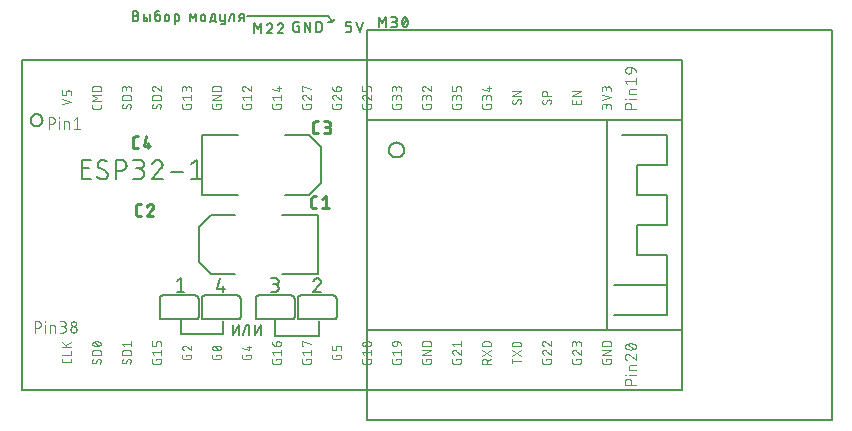
<source format=gbr>
G04 EAGLE Gerber RS-274X export*
G75*
%MOMM*%
%FSLAX34Y34*%
%LPD*%
%INSilkscreen Top*%
%IPPOS*%
%AMOC8*
5,1,8,0,0,1.08239X$1,22.5*%
G01*
%ADD10C,0.177800*%
%ADD11C,0.152400*%
%ADD12C,0.203200*%
%ADD13C,0.076200*%
%ADD14C,0.127000*%
%ADD15C,0.254000*%


D10*
X115949Y366969D02*
X115949Y375351D01*
X118277Y375351D01*
X118362Y375349D01*
X118446Y375343D01*
X118531Y375334D01*
X118614Y375320D01*
X118697Y375303D01*
X118780Y375282D01*
X118861Y375257D01*
X118941Y375229D01*
X119019Y375197D01*
X119096Y375161D01*
X119172Y375122D01*
X119245Y375080D01*
X119316Y375034D01*
X119386Y374985D01*
X119453Y374933D01*
X119517Y374878D01*
X119579Y374820D01*
X119639Y374760D01*
X119695Y374696D01*
X119749Y374631D01*
X119799Y374562D01*
X119846Y374492D01*
X119890Y374420D01*
X119931Y374345D01*
X119968Y374269D01*
X120002Y374191D01*
X120032Y374112D01*
X120059Y374031D01*
X120082Y373950D01*
X120101Y373867D01*
X120116Y373784D01*
X120128Y373700D01*
X120136Y373615D01*
X120140Y373530D01*
X120140Y373446D01*
X120136Y373361D01*
X120128Y373276D01*
X120116Y373192D01*
X120101Y373109D01*
X120082Y373026D01*
X120059Y372945D01*
X120032Y372864D01*
X120002Y372785D01*
X119968Y372707D01*
X119931Y372631D01*
X119890Y372557D01*
X119846Y372484D01*
X119799Y372414D01*
X119749Y372345D01*
X119695Y372280D01*
X119639Y372216D01*
X119579Y372156D01*
X119517Y372098D01*
X119453Y372043D01*
X119386Y371991D01*
X119316Y371942D01*
X119245Y371896D01*
X119172Y371854D01*
X119096Y371815D01*
X119019Y371779D01*
X118941Y371747D01*
X118861Y371719D01*
X118780Y371694D01*
X118697Y371673D01*
X118614Y371656D01*
X118531Y371642D01*
X118446Y371633D01*
X118362Y371627D01*
X118277Y371625D01*
X118277Y371626D02*
X115949Y371626D01*
X115949Y366969D02*
X118277Y366969D01*
X118372Y366971D01*
X118467Y366977D01*
X118561Y366986D01*
X118655Y367000D01*
X118749Y367017D01*
X118841Y367038D01*
X118933Y367063D01*
X119023Y367092D01*
X119113Y367124D01*
X119201Y367160D01*
X119287Y367200D01*
X119372Y367242D01*
X119455Y367289D01*
X119536Y367339D01*
X119614Y367392D01*
X119691Y367448D01*
X119765Y367507D01*
X119837Y367569D01*
X119906Y367634D01*
X119973Y367702D01*
X120036Y367772D01*
X120097Y367846D01*
X120155Y367921D01*
X120209Y367999D01*
X120261Y368079D01*
X120309Y368161D01*
X120353Y368244D01*
X120395Y368330D01*
X120432Y368417D01*
X120466Y368506D01*
X120497Y368596D01*
X120524Y368687D01*
X120547Y368779D01*
X120566Y368872D01*
X120581Y368966D01*
X120593Y369060D01*
X120601Y369155D01*
X120605Y369250D01*
X120605Y369344D01*
X120601Y369439D01*
X120593Y369534D01*
X120581Y369628D01*
X120566Y369722D01*
X120547Y369815D01*
X120524Y369907D01*
X120497Y369998D01*
X120466Y370088D01*
X120432Y370177D01*
X120395Y370264D01*
X120353Y370350D01*
X120309Y370433D01*
X120261Y370515D01*
X120209Y370595D01*
X120155Y370673D01*
X120097Y370748D01*
X120036Y370822D01*
X119973Y370892D01*
X119906Y370960D01*
X119837Y371025D01*
X119765Y371087D01*
X119691Y371146D01*
X119614Y371202D01*
X119536Y371255D01*
X119455Y371305D01*
X119372Y371352D01*
X119287Y371394D01*
X119201Y371434D01*
X119113Y371470D01*
X119023Y371502D01*
X118933Y371531D01*
X118841Y371556D01*
X118749Y371577D01*
X118655Y371594D01*
X118561Y371608D01*
X118467Y371617D01*
X118372Y371623D01*
X118277Y371625D01*
X129961Y372557D02*
X129961Y366969D01*
X125304Y366969D02*
X125304Y372557D01*
X125304Y366969D02*
X126701Y366969D01*
X126774Y366971D01*
X126847Y366977D01*
X126920Y366986D01*
X126991Y367000D01*
X127063Y367017D01*
X127133Y367037D01*
X127202Y367062D01*
X127269Y367090D01*
X127335Y367121D01*
X127400Y367156D01*
X127462Y367194D01*
X127522Y367236D01*
X127580Y367280D01*
X127636Y367328D01*
X127689Y367378D01*
X127739Y367431D01*
X127787Y367487D01*
X127831Y367545D01*
X127873Y367605D01*
X127911Y367668D01*
X127946Y367732D01*
X127977Y367798D01*
X128005Y367865D01*
X128030Y367934D01*
X128050Y368004D01*
X128067Y368076D01*
X128081Y368147D01*
X128090Y368220D01*
X128096Y368293D01*
X128098Y368366D01*
X128096Y368439D01*
X128090Y368512D01*
X128081Y368585D01*
X128067Y368656D01*
X128050Y368728D01*
X128030Y368798D01*
X128005Y368867D01*
X127977Y368934D01*
X127946Y369000D01*
X127911Y369065D01*
X127873Y369127D01*
X127831Y369187D01*
X127787Y369245D01*
X127739Y369301D01*
X127689Y369354D01*
X127636Y369404D01*
X127580Y369452D01*
X127522Y369496D01*
X127462Y369538D01*
X127399Y369576D01*
X127335Y369611D01*
X127269Y369642D01*
X127202Y369670D01*
X127133Y369695D01*
X127063Y369715D01*
X126991Y369732D01*
X126920Y369746D01*
X126847Y369755D01*
X126774Y369761D01*
X126701Y369763D01*
X125304Y369763D01*
X136386Y375351D02*
X138248Y375351D01*
X136386Y375351D02*
X136313Y375349D01*
X136240Y375343D01*
X136167Y375334D01*
X136096Y375320D01*
X136024Y375303D01*
X135954Y375283D01*
X135885Y375258D01*
X135818Y375230D01*
X135752Y375199D01*
X135688Y375164D01*
X135625Y375126D01*
X135565Y375084D01*
X135507Y375040D01*
X135451Y374992D01*
X135398Y374942D01*
X135348Y374889D01*
X135300Y374833D01*
X135256Y374775D01*
X135214Y374715D01*
X135176Y374653D01*
X135141Y374588D01*
X135110Y374522D01*
X135082Y374455D01*
X135057Y374386D01*
X135037Y374316D01*
X135020Y374244D01*
X135006Y374173D01*
X134997Y374100D01*
X134991Y374027D01*
X134989Y373954D01*
X134989Y368832D01*
X134988Y368832D02*
X134990Y368747D01*
X134996Y368663D01*
X135005Y368578D01*
X135019Y368495D01*
X135036Y368412D01*
X135057Y368329D01*
X135082Y368248D01*
X135110Y368168D01*
X135142Y368090D01*
X135178Y368013D01*
X135217Y367937D01*
X135259Y367864D01*
X135305Y367793D01*
X135354Y367723D01*
X135406Y367656D01*
X135461Y367592D01*
X135519Y367530D01*
X135579Y367470D01*
X135643Y367414D01*
X135708Y367360D01*
X135777Y367310D01*
X135847Y367263D01*
X135920Y367219D01*
X135994Y367178D01*
X136070Y367141D01*
X136148Y367107D01*
X136227Y367077D01*
X136308Y367050D01*
X136389Y367027D01*
X136472Y367008D01*
X136555Y366993D01*
X136639Y366981D01*
X136724Y366973D01*
X136809Y366969D01*
X136893Y366969D01*
X136978Y366973D01*
X137063Y366981D01*
X137147Y366993D01*
X137230Y367008D01*
X137313Y367027D01*
X137394Y367050D01*
X137475Y367077D01*
X137554Y367107D01*
X137632Y367141D01*
X137708Y367178D01*
X137783Y367219D01*
X137855Y367263D01*
X137925Y367310D01*
X137994Y367360D01*
X138059Y367414D01*
X138123Y367470D01*
X138183Y367530D01*
X138241Y367592D01*
X138296Y367656D01*
X138348Y367723D01*
X138397Y367793D01*
X138443Y367864D01*
X138485Y367937D01*
X138524Y368013D01*
X138560Y368090D01*
X138592Y368168D01*
X138620Y368248D01*
X138645Y368329D01*
X138666Y368412D01*
X138683Y368495D01*
X138697Y368578D01*
X138706Y368663D01*
X138712Y368747D01*
X138714Y368832D01*
X138714Y370694D01*
X138712Y370779D01*
X138706Y370863D01*
X138697Y370948D01*
X138683Y371031D01*
X138666Y371114D01*
X138645Y371197D01*
X138620Y371278D01*
X138592Y371358D01*
X138560Y371436D01*
X138524Y371513D01*
X138485Y371589D01*
X138443Y371662D01*
X138397Y371733D01*
X138348Y371803D01*
X138296Y371870D01*
X138241Y371934D01*
X138183Y371996D01*
X138123Y372056D01*
X138059Y372112D01*
X137994Y372166D01*
X137925Y372216D01*
X137855Y372263D01*
X137783Y372307D01*
X137708Y372348D01*
X137632Y372385D01*
X137554Y372419D01*
X137475Y372449D01*
X137394Y372476D01*
X137313Y372499D01*
X137230Y372518D01*
X137147Y372533D01*
X137063Y372545D01*
X136978Y372553D01*
X136893Y372557D01*
X136809Y372557D01*
X136724Y372553D01*
X136639Y372545D01*
X136555Y372533D01*
X136472Y372518D01*
X136389Y372499D01*
X136308Y372476D01*
X136227Y372449D01*
X136148Y372419D01*
X136070Y372385D01*
X135994Y372348D01*
X135920Y372307D01*
X135847Y372263D01*
X135777Y372216D01*
X135708Y372166D01*
X135643Y372112D01*
X135579Y372056D01*
X135519Y371996D01*
X135461Y371934D01*
X135406Y371870D01*
X135354Y371803D01*
X135305Y371733D01*
X135259Y371662D01*
X135217Y371589D01*
X135178Y371513D01*
X135142Y371436D01*
X135110Y371358D01*
X135082Y371278D01*
X135057Y371197D01*
X135036Y371114D01*
X135019Y371031D01*
X135005Y370948D01*
X134996Y370863D01*
X134990Y370779D01*
X134988Y370694D01*
X142838Y370694D02*
X142838Y368832D01*
X142838Y370694D02*
X142840Y370779D01*
X142846Y370863D01*
X142855Y370948D01*
X142869Y371031D01*
X142886Y371114D01*
X142907Y371197D01*
X142932Y371278D01*
X142960Y371358D01*
X142992Y371436D01*
X143028Y371513D01*
X143067Y371589D01*
X143109Y371662D01*
X143155Y371733D01*
X143204Y371803D01*
X143256Y371870D01*
X143311Y371934D01*
X143369Y371996D01*
X143429Y372056D01*
X143493Y372112D01*
X143558Y372166D01*
X143627Y372216D01*
X143697Y372263D01*
X143770Y372307D01*
X143844Y372348D01*
X143920Y372385D01*
X143998Y372419D01*
X144077Y372449D01*
X144158Y372476D01*
X144239Y372499D01*
X144322Y372518D01*
X144405Y372533D01*
X144489Y372545D01*
X144574Y372553D01*
X144659Y372557D01*
X144743Y372557D01*
X144828Y372553D01*
X144913Y372545D01*
X144997Y372533D01*
X145080Y372518D01*
X145163Y372499D01*
X145244Y372476D01*
X145325Y372449D01*
X145404Y372419D01*
X145482Y372385D01*
X145558Y372348D01*
X145633Y372307D01*
X145705Y372263D01*
X145775Y372216D01*
X145844Y372166D01*
X145909Y372112D01*
X145973Y372056D01*
X146033Y371996D01*
X146091Y371934D01*
X146146Y371870D01*
X146198Y371803D01*
X146247Y371733D01*
X146293Y371662D01*
X146335Y371589D01*
X146374Y371513D01*
X146410Y371436D01*
X146442Y371358D01*
X146470Y371278D01*
X146495Y371197D01*
X146516Y371114D01*
X146533Y371031D01*
X146547Y370948D01*
X146556Y370863D01*
X146562Y370779D01*
X146564Y370694D01*
X146564Y368832D01*
X146562Y368747D01*
X146556Y368663D01*
X146547Y368578D01*
X146533Y368495D01*
X146516Y368412D01*
X146495Y368329D01*
X146470Y368248D01*
X146442Y368168D01*
X146410Y368090D01*
X146374Y368013D01*
X146335Y367937D01*
X146293Y367864D01*
X146247Y367793D01*
X146198Y367723D01*
X146146Y367656D01*
X146091Y367592D01*
X146033Y367530D01*
X145973Y367470D01*
X145909Y367414D01*
X145844Y367360D01*
X145775Y367310D01*
X145705Y367263D01*
X145633Y367219D01*
X145558Y367178D01*
X145482Y367141D01*
X145404Y367107D01*
X145325Y367077D01*
X145244Y367050D01*
X145163Y367027D01*
X145080Y367008D01*
X144997Y366993D01*
X144913Y366981D01*
X144828Y366973D01*
X144743Y366969D01*
X144659Y366969D01*
X144574Y366973D01*
X144489Y366981D01*
X144405Y366993D01*
X144322Y367008D01*
X144239Y367027D01*
X144158Y367050D01*
X144077Y367077D01*
X143998Y367107D01*
X143920Y367141D01*
X143844Y367178D01*
X143770Y367219D01*
X143697Y367263D01*
X143627Y367310D01*
X143558Y367360D01*
X143493Y367414D01*
X143429Y367470D01*
X143369Y367530D01*
X143311Y367592D01*
X143256Y367656D01*
X143204Y367723D01*
X143155Y367793D01*
X143109Y367864D01*
X143067Y367937D01*
X143028Y368013D01*
X142992Y368090D01*
X142960Y368168D01*
X142932Y368248D01*
X142907Y368329D01*
X142886Y368412D01*
X142869Y368495D01*
X142855Y368578D01*
X142846Y368663D01*
X142840Y368747D01*
X142838Y368832D01*
X151143Y372557D02*
X151143Y364175D01*
X151143Y372557D02*
X153471Y372557D01*
X153544Y372555D01*
X153617Y372549D01*
X153690Y372540D01*
X153761Y372526D01*
X153833Y372509D01*
X153903Y372489D01*
X153972Y372464D01*
X154039Y372436D01*
X154105Y372405D01*
X154170Y372370D01*
X154232Y372332D01*
X154292Y372290D01*
X154350Y372246D01*
X154406Y372198D01*
X154459Y372148D01*
X154509Y372095D01*
X154557Y372039D01*
X154601Y371981D01*
X154643Y371921D01*
X154681Y371859D01*
X154716Y371794D01*
X154747Y371728D01*
X154775Y371661D01*
X154800Y371592D01*
X154820Y371522D01*
X154837Y371450D01*
X154851Y371379D01*
X154860Y371306D01*
X154866Y371233D01*
X154868Y371160D01*
X154868Y368366D01*
X154866Y368293D01*
X154860Y368220D01*
X154851Y368147D01*
X154837Y368076D01*
X154820Y368004D01*
X154800Y367934D01*
X154775Y367865D01*
X154747Y367798D01*
X154716Y367732D01*
X154681Y367668D01*
X154643Y367605D01*
X154601Y367545D01*
X154557Y367487D01*
X154509Y367431D01*
X154459Y367378D01*
X154406Y367328D01*
X154350Y367280D01*
X154292Y367236D01*
X154232Y367194D01*
X154170Y367156D01*
X154105Y367121D01*
X154039Y367090D01*
X153972Y367062D01*
X153903Y367037D01*
X153833Y367017D01*
X153761Y367000D01*
X153690Y366986D01*
X153617Y366977D01*
X153544Y366971D01*
X153471Y366969D01*
X151143Y366969D01*
X164318Y366969D02*
X164318Y372557D01*
X166646Y369297D01*
X168975Y372557D01*
X168975Y366969D01*
X173623Y368832D02*
X173623Y370694D01*
X173625Y370779D01*
X173631Y370863D01*
X173640Y370948D01*
X173654Y371031D01*
X173671Y371114D01*
X173692Y371197D01*
X173717Y371278D01*
X173745Y371358D01*
X173777Y371436D01*
X173813Y371513D01*
X173852Y371589D01*
X173894Y371662D01*
X173940Y371733D01*
X173989Y371803D01*
X174041Y371870D01*
X174096Y371934D01*
X174154Y371996D01*
X174214Y372056D01*
X174278Y372112D01*
X174343Y372166D01*
X174412Y372216D01*
X174482Y372263D01*
X174555Y372307D01*
X174629Y372348D01*
X174705Y372385D01*
X174783Y372419D01*
X174862Y372449D01*
X174943Y372476D01*
X175024Y372499D01*
X175107Y372518D01*
X175190Y372533D01*
X175274Y372545D01*
X175359Y372553D01*
X175444Y372557D01*
X175528Y372557D01*
X175613Y372553D01*
X175698Y372545D01*
X175782Y372533D01*
X175865Y372518D01*
X175948Y372499D01*
X176029Y372476D01*
X176110Y372449D01*
X176189Y372419D01*
X176267Y372385D01*
X176343Y372348D01*
X176418Y372307D01*
X176490Y372263D01*
X176560Y372216D01*
X176629Y372166D01*
X176694Y372112D01*
X176758Y372056D01*
X176818Y371996D01*
X176876Y371934D01*
X176931Y371870D01*
X176983Y371803D01*
X177032Y371733D01*
X177078Y371662D01*
X177120Y371589D01*
X177159Y371513D01*
X177195Y371436D01*
X177227Y371358D01*
X177255Y371278D01*
X177280Y371197D01*
X177301Y371114D01*
X177318Y371031D01*
X177332Y370948D01*
X177341Y370863D01*
X177347Y370779D01*
X177349Y370694D01*
X177348Y370694D02*
X177348Y368832D01*
X177349Y368832D02*
X177347Y368747D01*
X177341Y368663D01*
X177332Y368578D01*
X177318Y368495D01*
X177301Y368412D01*
X177280Y368329D01*
X177255Y368248D01*
X177227Y368168D01*
X177195Y368090D01*
X177159Y368013D01*
X177120Y367937D01*
X177078Y367864D01*
X177032Y367793D01*
X176983Y367723D01*
X176931Y367656D01*
X176876Y367592D01*
X176818Y367530D01*
X176758Y367470D01*
X176694Y367414D01*
X176629Y367360D01*
X176560Y367310D01*
X176490Y367263D01*
X176418Y367219D01*
X176343Y367178D01*
X176267Y367141D01*
X176189Y367107D01*
X176110Y367077D01*
X176029Y367050D01*
X175948Y367027D01*
X175865Y367008D01*
X175782Y366993D01*
X175698Y366981D01*
X175613Y366973D01*
X175528Y366969D01*
X175444Y366969D01*
X175359Y366973D01*
X175274Y366981D01*
X175190Y366993D01*
X175107Y367008D01*
X175024Y367027D01*
X174943Y367050D01*
X174862Y367077D01*
X174783Y367107D01*
X174705Y367141D01*
X174629Y367178D01*
X174555Y367219D01*
X174482Y367263D01*
X174412Y367310D01*
X174343Y367360D01*
X174278Y367414D01*
X174214Y367470D01*
X174154Y367530D01*
X174096Y367592D01*
X174041Y367656D01*
X173989Y367723D01*
X173940Y367793D01*
X173894Y367864D01*
X173852Y367937D01*
X173813Y368013D01*
X173777Y368090D01*
X173745Y368168D01*
X173717Y368248D01*
X173692Y368329D01*
X173671Y368412D01*
X173654Y368495D01*
X173640Y368578D01*
X173631Y368663D01*
X173625Y368747D01*
X173623Y368832D01*
X181154Y366969D02*
X181154Y366038D01*
X181154Y366969D02*
X186276Y366969D01*
X186276Y366038D01*
X182085Y366969D02*
X183017Y372557D01*
X185345Y372557D01*
X185345Y366969D01*
X190007Y368366D02*
X190007Y372557D01*
X190007Y368366D02*
X190009Y368293D01*
X190015Y368220D01*
X190024Y368147D01*
X190038Y368076D01*
X190055Y368004D01*
X190075Y367934D01*
X190100Y367865D01*
X190128Y367798D01*
X190159Y367732D01*
X190194Y367668D01*
X190232Y367605D01*
X190274Y367545D01*
X190318Y367487D01*
X190366Y367431D01*
X190416Y367378D01*
X190469Y367328D01*
X190525Y367280D01*
X190583Y367236D01*
X190643Y367194D01*
X190706Y367156D01*
X190770Y367121D01*
X190836Y367090D01*
X190903Y367062D01*
X190972Y367037D01*
X191042Y367017D01*
X191114Y367000D01*
X191185Y366986D01*
X191258Y366977D01*
X191331Y366971D01*
X191404Y366969D01*
X193732Y366969D01*
X193732Y365572D02*
X193732Y372557D01*
X193732Y365572D02*
X193730Y365499D01*
X193724Y365426D01*
X193715Y365353D01*
X193701Y365282D01*
X193684Y365210D01*
X193664Y365140D01*
X193639Y365071D01*
X193611Y365004D01*
X193580Y364938D01*
X193545Y364874D01*
X193507Y364811D01*
X193465Y364751D01*
X193421Y364693D01*
X193373Y364637D01*
X193323Y364584D01*
X193270Y364534D01*
X193214Y364486D01*
X193156Y364442D01*
X193096Y364400D01*
X193034Y364362D01*
X192969Y364327D01*
X192903Y364296D01*
X192836Y364268D01*
X192767Y364243D01*
X192697Y364223D01*
X192625Y364206D01*
X192554Y364192D01*
X192481Y364183D01*
X192408Y364177D01*
X192335Y364175D01*
X190473Y364175D01*
X197397Y366969D02*
X199260Y372557D01*
X201123Y372557D01*
X201123Y366969D01*
X209582Y366969D02*
X209582Y372557D01*
X207254Y372557D01*
X207181Y372555D01*
X207108Y372549D01*
X207035Y372540D01*
X206964Y372526D01*
X206892Y372509D01*
X206822Y372489D01*
X206753Y372464D01*
X206686Y372436D01*
X206620Y372405D01*
X206556Y372370D01*
X206493Y372332D01*
X206433Y372290D01*
X206375Y372246D01*
X206319Y372198D01*
X206266Y372148D01*
X206216Y372095D01*
X206168Y372039D01*
X206124Y371981D01*
X206082Y371921D01*
X206044Y371859D01*
X206009Y371794D01*
X205978Y371728D01*
X205950Y371661D01*
X205925Y371592D01*
X205905Y371522D01*
X205888Y371450D01*
X205874Y371379D01*
X205865Y371306D01*
X205859Y371233D01*
X205857Y371160D01*
X205859Y371087D01*
X205865Y371014D01*
X205874Y370941D01*
X205888Y370870D01*
X205905Y370798D01*
X205925Y370728D01*
X205950Y370659D01*
X205978Y370592D01*
X206009Y370526D01*
X206044Y370462D01*
X206082Y370399D01*
X206124Y370339D01*
X206168Y370281D01*
X206216Y370225D01*
X206266Y370172D01*
X206319Y370122D01*
X206375Y370074D01*
X206433Y370030D01*
X206493Y369988D01*
X206556Y369950D01*
X206620Y369915D01*
X206686Y369884D01*
X206753Y369856D01*
X206822Y369831D01*
X206892Y369811D01*
X206964Y369794D01*
X207035Y369780D01*
X207108Y369771D01*
X207181Y369765D01*
X207254Y369763D01*
X209582Y369763D01*
X207719Y369763D02*
X205857Y366969D01*
X324229Y370271D02*
X324229Y361889D01*
X327023Y365614D02*
X324229Y370271D01*
X327023Y365614D02*
X329817Y370271D01*
X329817Y361889D01*
X334753Y361889D02*
X337081Y361889D01*
X337176Y361891D01*
X337271Y361897D01*
X337365Y361906D01*
X337459Y361920D01*
X337553Y361937D01*
X337645Y361958D01*
X337737Y361983D01*
X337827Y362012D01*
X337917Y362044D01*
X338005Y362080D01*
X338091Y362120D01*
X338176Y362162D01*
X338259Y362209D01*
X338340Y362259D01*
X338418Y362312D01*
X338495Y362368D01*
X338569Y362427D01*
X338641Y362489D01*
X338710Y362554D01*
X338777Y362622D01*
X338840Y362692D01*
X338901Y362766D01*
X338959Y362841D01*
X339013Y362919D01*
X339065Y362999D01*
X339113Y363081D01*
X339157Y363164D01*
X339199Y363250D01*
X339236Y363337D01*
X339270Y363426D01*
X339301Y363516D01*
X339328Y363607D01*
X339351Y363699D01*
X339370Y363792D01*
X339385Y363886D01*
X339397Y363980D01*
X339405Y364075D01*
X339409Y364170D01*
X339409Y364264D01*
X339405Y364359D01*
X339397Y364454D01*
X339385Y364548D01*
X339370Y364642D01*
X339351Y364735D01*
X339328Y364827D01*
X339301Y364918D01*
X339270Y365008D01*
X339236Y365097D01*
X339199Y365184D01*
X339157Y365270D01*
X339113Y365353D01*
X339065Y365435D01*
X339013Y365515D01*
X338959Y365593D01*
X338901Y365668D01*
X338840Y365742D01*
X338777Y365812D01*
X338710Y365880D01*
X338641Y365945D01*
X338569Y366007D01*
X338495Y366066D01*
X338418Y366122D01*
X338340Y366175D01*
X338259Y366225D01*
X338176Y366272D01*
X338091Y366314D01*
X338005Y366354D01*
X337917Y366390D01*
X337827Y366422D01*
X337737Y366451D01*
X337645Y366476D01*
X337553Y366497D01*
X337459Y366514D01*
X337365Y366528D01*
X337271Y366537D01*
X337176Y366543D01*
X337081Y366545D01*
X337547Y370271D02*
X334753Y370271D01*
X337547Y370271D02*
X337632Y370269D01*
X337716Y370263D01*
X337801Y370254D01*
X337884Y370240D01*
X337967Y370223D01*
X338050Y370202D01*
X338131Y370177D01*
X338211Y370149D01*
X338289Y370117D01*
X338366Y370081D01*
X338442Y370042D01*
X338515Y370000D01*
X338586Y369954D01*
X338656Y369905D01*
X338723Y369853D01*
X338787Y369798D01*
X338849Y369740D01*
X338909Y369680D01*
X338965Y369616D01*
X339019Y369551D01*
X339069Y369482D01*
X339116Y369412D01*
X339160Y369340D01*
X339201Y369265D01*
X339238Y369189D01*
X339272Y369111D01*
X339302Y369032D01*
X339329Y368951D01*
X339352Y368870D01*
X339371Y368787D01*
X339386Y368704D01*
X339398Y368620D01*
X339406Y368535D01*
X339410Y368450D01*
X339410Y368366D01*
X339406Y368281D01*
X339398Y368196D01*
X339386Y368112D01*
X339371Y368029D01*
X339352Y367946D01*
X339329Y367865D01*
X339302Y367784D01*
X339272Y367705D01*
X339238Y367627D01*
X339201Y367551D01*
X339160Y367477D01*
X339116Y367404D01*
X339069Y367334D01*
X339019Y367265D01*
X338965Y367200D01*
X338909Y367136D01*
X338849Y367076D01*
X338787Y367018D01*
X338723Y366963D01*
X338656Y366911D01*
X338586Y366862D01*
X338515Y366816D01*
X338442Y366774D01*
X338366Y366735D01*
X338289Y366699D01*
X338211Y366667D01*
X338131Y366639D01*
X338050Y366614D01*
X337967Y366593D01*
X337884Y366576D01*
X337801Y366562D01*
X337716Y366553D01*
X337632Y366547D01*
X337547Y366545D01*
X337547Y366546D02*
X335684Y366546D01*
X343897Y366080D02*
X343899Y366245D01*
X343905Y366410D01*
X343915Y366574D01*
X343928Y366739D01*
X343946Y366903D01*
X343968Y367066D01*
X343993Y367229D01*
X344023Y367391D01*
X344056Y367553D01*
X344093Y367713D01*
X344134Y367873D01*
X344179Y368032D01*
X344227Y368189D01*
X344279Y368346D01*
X344335Y368501D01*
X344395Y368655D01*
X344458Y368807D01*
X344525Y368958D01*
X344595Y369107D01*
X344624Y369184D01*
X344656Y369260D01*
X344691Y369334D01*
X344731Y369406D01*
X344773Y369476D01*
X344819Y369544D01*
X344868Y369610D01*
X344921Y369674D01*
X344976Y369735D01*
X345034Y369793D01*
X345094Y369848D01*
X345158Y369901D01*
X345224Y369950D01*
X345292Y369996D01*
X345362Y370039D01*
X345434Y370079D01*
X345508Y370115D01*
X345583Y370147D01*
X345660Y370176D01*
X345738Y370201D01*
X345818Y370222D01*
X345898Y370240D01*
X345979Y370253D01*
X346061Y370263D01*
X346143Y370269D01*
X346225Y370271D01*
X346307Y370269D01*
X346389Y370263D01*
X346471Y370253D01*
X346552Y370240D01*
X346632Y370222D01*
X346712Y370201D01*
X346790Y370176D01*
X346867Y370147D01*
X346942Y370115D01*
X347016Y370079D01*
X347088Y370039D01*
X347158Y369996D01*
X347226Y369950D01*
X347292Y369901D01*
X347356Y369848D01*
X347416Y369793D01*
X347474Y369735D01*
X347529Y369674D01*
X347582Y369610D01*
X347631Y369544D01*
X347677Y369476D01*
X347719Y369406D01*
X347759Y369334D01*
X347794Y369260D01*
X347826Y369184D01*
X347855Y369107D01*
X347925Y368958D01*
X347992Y368807D01*
X348055Y368655D01*
X348115Y368501D01*
X348171Y368346D01*
X348223Y368189D01*
X348271Y368032D01*
X348316Y367873D01*
X348357Y367713D01*
X348394Y367553D01*
X348427Y367391D01*
X348457Y367229D01*
X348482Y367066D01*
X348504Y366903D01*
X348522Y366739D01*
X348535Y366574D01*
X348545Y366410D01*
X348551Y366245D01*
X348553Y366080D01*
X343897Y366080D02*
X343899Y365915D01*
X343905Y365750D01*
X343915Y365586D01*
X343928Y365421D01*
X343946Y365257D01*
X343968Y365094D01*
X343993Y364931D01*
X344023Y364769D01*
X344056Y364607D01*
X344093Y364446D01*
X344134Y364287D01*
X344179Y364128D01*
X344227Y363970D01*
X344279Y363814D01*
X344335Y363659D01*
X344395Y363505D01*
X344458Y363353D01*
X344525Y363202D01*
X344596Y363053D01*
X344595Y363053D02*
X344624Y362976D01*
X344656Y362900D01*
X344692Y362826D01*
X344731Y362754D01*
X344773Y362684D01*
X344819Y362616D01*
X344868Y362550D01*
X344921Y362486D01*
X344976Y362425D01*
X345034Y362367D01*
X345094Y362312D01*
X345158Y362259D01*
X345224Y362210D01*
X345292Y362164D01*
X345362Y362121D01*
X345434Y362081D01*
X345508Y362045D01*
X345583Y362013D01*
X345660Y361984D01*
X345738Y361959D01*
X345818Y361938D01*
X345898Y361920D01*
X345979Y361907D01*
X346061Y361897D01*
X346143Y361891D01*
X346225Y361889D01*
X347855Y363053D02*
X347926Y363202D01*
X347993Y363353D01*
X348056Y363505D01*
X348116Y363659D01*
X348172Y363814D01*
X348224Y363970D01*
X348272Y364128D01*
X348317Y364287D01*
X348358Y364446D01*
X348395Y364607D01*
X348428Y364769D01*
X348458Y364931D01*
X348483Y365094D01*
X348505Y365257D01*
X348523Y365421D01*
X348536Y365586D01*
X348546Y365750D01*
X348552Y365915D01*
X348554Y366080D01*
X347855Y363053D02*
X347826Y362976D01*
X347794Y362900D01*
X347758Y362826D01*
X347719Y362754D01*
X347677Y362684D01*
X347631Y362616D01*
X347582Y362550D01*
X347529Y362486D01*
X347474Y362425D01*
X347416Y362367D01*
X347356Y362312D01*
X347292Y362259D01*
X347226Y362210D01*
X347158Y362164D01*
X347088Y362121D01*
X347016Y362081D01*
X346942Y362045D01*
X346867Y362013D01*
X346790Y361984D01*
X346712Y361959D01*
X346632Y361938D01*
X346552Y361920D01*
X346471Y361907D01*
X346389Y361897D01*
X346307Y361891D01*
X346225Y361889D01*
X344363Y363752D02*
X348088Y368408D01*
X218819Y365191D02*
X218819Y356809D01*
X221613Y360534D02*
X218819Y365191D01*
X221613Y360534D02*
X224407Y365191D01*
X224407Y356809D01*
X231904Y365192D02*
X231993Y365190D01*
X232082Y365184D01*
X232170Y365175D01*
X232258Y365162D01*
X232346Y365145D01*
X232432Y365124D01*
X232518Y365100D01*
X232602Y365072D01*
X232686Y365041D01*
X232767Y365006D01*
X232848Y364968D01*
X232926Y364926D01*
X233003Y364881D01*
X233078Y364833D01*
X233150Y364781D01*
X233221Y364727D01*
X233289Y364669D01*
X233354Y364609D01*
X233417Y364546D01*
X233477Y364481D01*
X233535Y364413D01*
X233589Y364342D01*
X233641Y364270D01*
X233689Y364195D01*
X233734Y364118D01*
X233776Y364040D01*
X233814Y363959D01*
X233849Y363878D01*
X233880Y363794D01*
X233908Y363710D01*
X233932Y363624D01*
X233953Y363538D01*
X233970Y363450D01*
X233983Y363362D01*
X233992Y363274D01*
X233998Y363185D01*
X234000Y363096D01*
X231904Y365191D02*
X231801Y365189D01*
X231699Y365183D01*
X231597Y365173D01*
X231495Y365160D01*
X231394Y365142D01*
X231294Y365121D01*
X231194Y365096D01*
X231096Y365067D01*
X230999Y365034D01*
X230903Y364998D01*
X230808Y364958D01*
X230715Y364914D01*
X230624Y364867D01*
X230535Y364817D01*
X230448Y364763D01*
X230362Y364706D01*
X230279Y364646D01*
X230199Y364582D01*
X230121Y364516D01*
X230045Y364446D01*
X229972Y364374D01*
X229902Y364299D01*
X229835Y364221D01*
X229771Y364141D01*
X229710Y364059D01*
X229652Y363974D01*
X229598Y363887D01*
X229546Y363798D01*
X229499Y363708D01*
X229454Y363615D01*
X229414Y363521D01*
X229376Y363425D01*
X229343Y363328D01*
X233301Y361466D02*
X233366Y361530D01*
X233428Y361597D01*
X233488Y361666D01*
X233544Y361738D01*
X233597Y361811D01*
X233648Y361887D01*
X233695Y361965D01*
X233739Y362045D01*
X233780Y362126D01*
X233818Y362209D01*
X233852Y362294D01*
X233883Y362380D01*
X233910Y362467D01*
X233934Y362555D01*
X233954Y362643D01*
X233971Y362733D01*
X233983Y362823D01*
X233993Y362914D01*
X233998Y363005D01*
X234000Y363096D01*
X233301Y361466D02*
X229343Y356809D01*
X234000Y356809D01*
X241048Y365192D02*
X241137Y365190D01*
X241226Y365184D01*
X241314Y365175D01*
X241402Y365162D01*
X241490Y365145D01*
X241576Y365124D01*
X241662Y365100D01*
X241746Y365072D01*
X241830Y365041D01*
X241911Y365006D01*
X241992Y364968D01*
X242070Y364926D01*
X242147Y364881D01*
X242222Y364833D01*
X242294Y364781D01*
X242365Y364727D01*
X242433Y364669D01*
X242498Y364609D01*
X242561Y364546D01*
X242621Y364481D01*
X242679Y364413D01*
X242733Y364342D01*
X242785Y364270D01*
X242833Y364195D01*
X242878Y364118D01*
X242920Y364040D01*
X242958Y363959D01*
X242993Y363878D01*
X243024Y363794D01*
X243052Y363710D01*
X243076Y363624D01*
X243097Y363538D01*
X243114Y363450D01*
X243127Y363362D01*
X243136Y363274D01*
X243142Y363185D01*
X243144Y363096D01*
X241048Y365191D02*
X240945Y365189D01*
X240843Y365183D01*
X240741Y365173D01*
X240639Y365160D01*
X240538Y365142D01*
X240438Y365121D01*
X240338Y365096D01*
X240240Y365067D01*
X240143Y365034D01*
X240047Y364998D01*
X239952Y364958D01*
X239859Y364914D01*
X239768Y364867D01*
X239679Y364817D01*
X239592Y364763D01*
X239506Y364706D01*
X239423Y364646D01*
X239343Y364582D01*
X239265Y364516D01*
X239189Y364446D01*
X239116Y364374D01*
X239046Y364299D01*
X238979Y364221D01*
X238915Y364141D01*
X238854Y364059D01*
X238796Y363974D01*
X238742Y363887D01*
X238690Y363798D01*
X238643Y363708D01*
X238598Y363615D01*
X238558Y363521D01*
X238520Y363425D01*
X238487Y363328D01*
X242445Y361466D02*
X242510Y361530D01*
X242572Y361597D01*
X242632Y361666D01*
X242688Y361738D01*
X242741Y361811D01*
X242792Y361887D01*
X242839Y361965D01*
X242883Y362045D01*
X242924Y362126D01*
X242962Y362209D01*
X242996Y362294D01*
X243027Y362380D01*
X243054Y362467D01*
X243078Y362555D01*
X243098Y362643D01*
X243115Y362733D01*
X243127Y362823D01*
X243137Y362914D01*
X243142Y363005D01*
X243144Y363096D01*
X242445Y361466D02*
X238487Y356809D01*
X243144Y356809D01*
D11*
X212090Y370840D02*
X280670Y370840D01*
X284480Y367030D01*
X284480Y365760D01*
X287020Y368300D01*
X284480Y365760D02*
X280670Y365760D01*
D10*
X256496Y362736D02*
X255099Y362736D01*
X256496Y362736D02*
X256496Y358079D01*
X253702Y358079D01*
X253618Y358081D01*
X253535Y358086D01*
X253452Y358096D01*
X253369Y358109D01*
X253287Y358126D01*
X253206Y358146D01*
X253126Y358170D01*
X253047Y358198D01*
X252970Y358229D01*
X252894Y358263D01*
X252819Y358301D01*
X252746Y358343D01*
X252676Y358387D01*
X252607Y358435D01*
X252540Y358485D01*
X252476Y358539D01*
X252415Y358595D01*
X252355Y358655D01*
X252299Y358716D01*
X252245Y358780D01*
X252195Y358847D01*
X252147Y358916D01*
X252103Y358986D01*
X252061Y359059D01*
X252023Y359134D01*
X251989Y359210D01*
X251958Y359287D01*
X251930Y359366D01*
X251906Y359446D01*
X251886Y359527D01*
X251869Y359609D01*
X251856Y359692D01*
X251846Y359775D01*
X251841Y359858D01*
X251839Y359942D01*
X251839Y364598D01*
X251841Y364684D01*
X251847Y364770D01*
X251857Y364855D01*
X251871Y364940D01*
X251888Y365025D01*
X251910Y365108D01*
X251936Y365190D01*
X251965Y365271D01*
X251998Y365350D01*
X252034Y365428D01*
X252074Y365505D01*
X252118Y365579D01*
X252165Y365651D01*
X252215Y365721D01*
X252269Y365788D01*
X252325Y365853D01*
X252385Y365915D01*
X252447Y365975D01*
X252512Y366031D01*
X252579Y366085D01*
X252649Y366135D01*
X252721Y366182D01*
X252795Y366226D01*
X252872Y366266D01*
X252949Y366302D01*
X253029Y366335D01*
X253110Y366364D01*
X253192Y366390D01*
X253275Y366412D01*
X253360Y366429D01*
X253445Y366443D01*
X253530Y366453D01*
X253616Y366459D01*
X253702Y366461D01*
X256496Y366461D01*
X261593Y366461D02*
X261593Y358079D01*
X266249Y358079D02*
X261593Y366461D01*
X266249Y366461D02*
X266249Y358079D01*
X271346Y358079D02*
X271346Y366461D01*
X273675Y366461D01*
X273769Y366459D01*
X273862Y366453D01*
X273956Y366444D01*
X274048Y366431D01*
X274141Y366414D01*
X274232Y366393D01*
X274323Y366369D01*
X274412Y366341D01*
X274501Y366310D01*
X274587Y366275D01*
X274673Y366236D01*
X274757Y366194D01*
X274839Y366149D01*
X274919Y366101D01*
X274997Y366049D01*
X275074Y365994D01*
X275147Y365936D01*
X275219Y365876D01*
X275288Y365812D01*
X275354Y365746D01*
X275418Y365677D01*
X275478Y365605D01*
X275536Y365532D01*
X275591Y365455D01*
X275643Y365377D01*
X275691Y365297D01*
X275736Y365215D01*
X275778Y365131D01*
X275817Y365045D01*
X275852Y364959D01*
X275883Y364870D01*
X275911Y364781D01*
X275935Y364690D01*
X275956Y364599D01*
X275973Y364506D01*
X275986Y364414D01*
X275995Y364320D01*
X276001Y364227D01*
X276003Y364133D01*
X276003Y360407D01*
X276001Y360313D01*
X275995Y360220D01*
X275986Y360126D01*
X275973Y360034D01*
X275956Y359941D01*
X275935Y359850D01*
X275911Y359759D01*
X275883Y359670D01*
X275852Y359581D01*
X275817Y359495D01*
X275778Y359409D01*
X275736Y359325D01*
X275691Y359243D01*
X275643Y359163D01*
X275591Y359085D01*
X275536Y359008D01*
X275478Y358935D01*
X275418Y358863D01*
X275354Y358794D01*
X275288Y358728D01*
X275219Y358664D01*
X275147Y358604D01*
X275074Y358546D01*
X274997Y358491D01*
X274919Y358439D01*
X274839Y358391D01*
X274757Y358346D01*
X274673Y358304D01*
X274587Y358265D01*
X274501Y358230D01*
X274412Y358199D01*
X274323Y358171D01*
X274232Y358147D01*
X274141Y358126D01*
X274048Y358109D01*
X273956Y358096D01*
X273862Y358087D01*
X273769Y358081D01*
X273675Y358079D01*
X271346Y358079D01*
X296289Y358079D02*
X299083Y358079D01*
X299167Y358081D01*
X299250Y358087D01*
X299333Y358096D01*
X299416Y358109D01*
X299498Y358126D01*
X299579Y358146D01*
X299659Y358170D01*
X299738Y358198D01*
X299815Y358229D01*
X299891Y358263D01*
X299966Y358301D01*
X300039Y358343D01*
X300109Y358387D01*
X300178Y358435D01*
X300245Y358485D01*
X300309Y358539D01*
X300370Y358595D01*
X300430Y358655D01*
X300486Y358716D01*
X300540Y358780D01*
X300590Y358847D01*
X300638Y358916D01*
X300682Y358986D01*
X300724Y359059D01*
X300762Y359134D01*
X300796Y359210D01*
X300827Y359287D01*
X300855Y359366D01*
X300879Y359446D01*
X300899Y359527D01*
X300916Y359609D01*
X300929Y359692D01*
X300939Y359775D01*
X300944Y359858D01*
X300946Y359942D01*
X300946Y360873D01*
X300944Y360957D01*
X300939Y361040D01*
X300929Y361123D01*
X300916Y361206D01*
X300899Y361288D01*
X300879Y361369D01*
X300855Y361449D01*
X300827Y361528D01*
X300796Y361605D01*
X300762Y361681D01*
X300724Y361756D01*
X300682Y361829D01*
X300638Y361899D01*
X300590Y361968D01*
X300540Y362035D01*
X300486Y362099D01*
X300430Y362160D01*
X300370Y362220D01*
X300309Y362276D01*
X300245Y362330D01*
X300178Y362380D01*
X300109Y362428D01*
X300039Y362472D01*
X299966Y362514D01*
X299891Y362552D01*
X299815Y362586D01*
X299738Y362617D01*
X299659Y362645D01*
X299579Y362669D01*
X299498Y362689D01*
X299416Y362706D01*
X299333Y362719D01*
X299250Y362729D01*
X299167Y362734D01*
X299083Y362736D01*
X296289Y362736D01*
X296289Y366461D01*
X300946Y366461D01*
X304967Y366461D02*
X307761Y358079D01*
X310555Y366461D01*
D11*
X156210Y114300D02*
X156210Y101600D01*
X191770Y101600D01*
X191770Y113030D01*
X236220Y114300D02*
X236220Y100330D01*
X273050Y100330D01*
X273050Y113030D01*
D10*
X201039Y109921D02*
X201039Y101539D01*
X205696Y109921D01*
X205696Y101539D01*
X209497Y101539D02*
X211825Y109921D01*
X214154Y109921D01*
X214154Y101539D01*
X219632Y101539D02*
X219632Y109921D01*
X224288Y109921D02*
X219632Y101539D01*
X224288Y101539D02*
X224288Y109921D01*
D12*
X21590Y334010D02*
X580390Y334010D01*
X21590Y334010D02*
X21590Y54610D01*
X580390Y283210D02*
X580390Y334010D01*
X580390Y283210D02*
X580390Y105410D01*
X580390Y54610D01*
X21590Y54610D01*
X516890Y283210D02*
X580390Y283210D01*
X516890Y283210D02*
X313690Y283210D01*
X313690Y105410D01*
X516890Y105410D01*
X580390Y105410D01*
D13*
X520573Y292899D02*
X520573Y294945D01*
X520571Y295034D01*
X520565Y295123D01*
X520555Y295212D01*
X520542Y295300D01*
X520525Y295388D01*
X520503Y295475D01*
X520478Y295560D01*
X520450Y295645D01*
X520417Y295728D01*
X520381Y295810D01*
X520342Y295890D01*
X520299Y295968D01*
X520253Y296044D01*
X520203Y296119D01*
X520150Y296191D01*
X520094Y296260D01*
X520035Y296327D01*
X519974Y296392D01*
X519909Y296453D01*
X519842Y296512D01*
X519773Y296568D01*
X519701Y296621D01*
X519626Y296671D01*
X519550Y296717D01*
X519472Y296760D01*
X519392Y296799D01*
X519310Y296835D01*
X519227Y296868D01*
X519142Y296896D01*
X519057Y296921D01*
X518970Y296943D01*
X518882Y296960D01*
X518794Y296973D01*
X518705Y296983D01*
X518616Y296989D01*
X518527Y296991D01*
X518438Y296989D01*
X518349Y296983D01*
X518260Y296973D01*
X518172Y296960D01*
X518084Y296943D01*
X517997Y296921D01*
X517912Y296896D01*
X517827Y296868D01*
X517744Y296835D01*
X517662Y296799D01*
X517582Y296760D01*
X517504Y296717D01*
X517428Y296671D01*
X517353Y296621D01*
X517281Y296568D01*
X517212Y296512D01*
X517145Y296453D01*
X517080Y296392D01*
X517019Y296327D01*
X516960Y296260D01*
X516904Y296191D01*
X516851Y296119D01*
X516801Y296044D01*
X516755Y295968D01*
X516712Y295890D01*
X516673Y295810D01*
X516637Y295728D01*
X516604Y295645D01*
X516576Y295560D01*
X516551Y295475D01*
X516529Y295388D01*
X516512Y295300D01*
X516499Y295212D01*
X516489Y295123D01*
X516483Y295034D01*
X516481Y294945D01*
X513207Y295354D02*
X513207Y292899D01*
X513207Y295354D02*
X513209Y295433D01*
X513215Y295512D01*
X513224Y295591D01*
X513237Y295669D01*
X513255Y295746D01*
X513275Y295822D01*
X513300Y295897D01*
X513328Y295971D01*
X513359Y296044D01*
X513395Y296115D01*
X513433Y296184D01*
X513475Y296251D01*
X513520Y296316D01*
X513568Y296379D01*
X513619Y296440D01*
X513673Y296497D01*
X513729Y296553D01*
X513788Y296605D01*
X513850Y296655D01*
X513914Y296701D01*
X513980Y296745D01*
X514048Y296785D01*
X514118Y296821D01*
X514190Y296855D01*
X514264Y296885D01*
X514338Y296911D01*
X514414Y296934D01*
X514491Y296952D01*
X514568Y296968D01*
X514647Y296979D01*
X514725Y296987D01*
X514804Y296991D01*
X514884Y296991D01*
X514963Y296987D01*
X515041Y296979D01*
X515120Y296968D01*
X515197Y296952D01*
X515274Y296934D01*
X515350Y296911D01*
X515424Y296885D01*
X515498Y296855D01*
X515570Y296821D01*
X515640Y296785D01*
X515708Y296745D01*
X515774Y296701D01*
X515838Y296655D01*
X515900Y296605D01*
X515959Y296553D01*
X516015Y296497D01*
X516069Y296440D01*
X516120Y296379D01*
X516168Y296316D01*
X516213Y296251D01*
X516255Y296184D01*
X516293Y296115D01*
X516329Y296044D01*
X516360Y295971D01*
X516388Y295897D01*
X516413Y295822D01*
X516433Y295746D01*
X516451Y295669D01*
X516464Y295591D01*
X516473Y295512D01*
X516479Y295433D01*
X516481Y295354D01*
X516481Y293717D01*
X513207Y299805D02*
X520573Y302260D01*
X513207Y304715D01*
X520573Y307529D02*
X520573Y309575D01*
X520571Y309664D01*
X520565Y309753D01*
X520555Y309842D01*
X520542Y309930D01*
X520525Y310018D01*
X520503Y310105D01*
X520478Y310190D01*
X520450Y310275D01*
X520417Y310358D01*
X520381Y310440D01*
X520342Y310520D01*
X520299Y310598D01*
X520253Y310674D01*
X520203Y310749D01*
X520150Y310821D01*
X520094Y310890D01*
X520035Y310957D01*
X519974Y311022D01*
X519909Y311083D01*
X519842Y311142D01*
X519773Y311198D01*
X519701Y311251D01*
X519626Y311301D01*
X519550Y311347D01*
X519472Y311390D01*
X519392Y311429D01*
X519310Y311465D01*
X519227Y311498D01*
X519142Y311526D01*
X519057Y311551D01*
X518970Y311573D01*
X518882Y311590D01*
X518794Y311603D01*
X518705Y311613D01*
X518616Y311619D01*
X518527Y311621D01*
X518438Y311619D01*
X518349Y311613D01*
X518260Y311603D01*
X518172Y311590D01*
X518084Y311573D01*
X517997Y311551D01*
X517912Y311526D01*
X517827Y311498D01*
X517744Y311465D01*
X517662Y311429D01*
X517582Y311390D01*
X517504Y311347D01*
X517428Y311301D01*
X517353Y311251D01*
X517281Y311198D01*
X517212Y311142D01*
X517145Y311083D01*
X517080Y311022D01*
X517019Y310957D01*
X516960Y310890D01*
X516904Y310821D01*
X516851Y310749D01*
X516801Y310674D01*
X516755Y310598D01*
X516712Y310520D01*
X516673Y310440D01*
X516637Y310358D01*
X516604Y310275D01*
X516576Y310190D01*
X516551Y310105D01*
X516529Y310018D01*
X516512Y309930D01*
X516499Y309842D01*
X516489Y309753D01*
X516483Y309664D01*
X516481Y309575D01*
X513207Y309984D02*
X513207Y307529D01*
X513207Y309984D02*
X513209Y310063D01*
X513215Y310142D01*
X513224Y310221D01*
X513237Y310299D01*
X513255Y310376D01*
X513275Y310452D01*
X513300Y310527D01*
X513328Y310601D01*
X513359Y310674D01*
X513395Y310745D01*
X513433Y310814D01*
X513475Y310881D01*
X513520Y310946D01*
X513568Y311009D01*
X513619Y311070D01*
X513673Y311127D01*
X513729Y311183D01*
X513788Y311235D01*
X513850Y311285D01*
X513914Y311331D01*
X513980Y311375D01*
X514048Y311415D01*
X514118Y311451D01*
X514190Y311485D01*
X514264Y311515D01*
X514338Y311541D01*
X514414Y311564D01*
X514491Y311582D01*
X514568Y311598D01*
X514647Y311609D01*
X514725Y311617D01*
X514804Y311621D01*
X514884Y311621D01*
X514963Y311617D01*
X515041Y311609D01*
X515120Y311598D01*
X515197Y311582D01*
X515274Y311564D01*
X515350Y311541D01*
X515424Y311515D01*
X515498Y311485D01*
X515570Y311451D01*
X515640Y311415D01*
X515708Y311375D01*
X515774Y311331D01*
X515838Y311285D01*
X515900Y311235D01*
X515959Y311183D01*
X516015Y311127D01*
X516069Y311070D01*
X516120Y311009D01*
X516168Y310946D01*
X516213Y310881D01*
X516255Y310814D01*
X516293Y310745D01*
X516329Y310674D01*
X516360Y310601D01*
X516388Y310527D01*
X516413Y310452D01*
X516433Y310376D01*
X516451Y310299D01*
X516464Y310221D01*
X516473Y310142D01*
X516479Y310063D01*
X516481Y309984D01*
X516481Y308348D01*
X495173Y300326D02*
X495173Y297052D01*
X487807Y297052D01*
X487807Y300326D01*
X491081Y299507D02*
X491081Y297052D01*
X487807Y303376D02*
X495173Y303376D01*
X495173Y307468D02*
X487807Y303376D01*
X487807Y307468D02*
X495173Y307468D01*
X469773Y298953D02*
X469771Y299031D01*
X469766Y299109D01*
X469756Y299186D01*
X469743Y299263D01*
X469727Y299339D01*
X469707Y299414D01*
X469683Y299488D01*
X469656Y299561D01*
X469625Y299633D01*
X469591Y299703D01*
X469554Y299772D01*
X469513Y299838D01*
X469469Y299903D01*
X469423Y299965D01*
X469373Y300025D01*
X469321Y300083D01*
X469266Y300138D01*
X469208Y300190D01*
X469148Y300240D01*
X469086Y300286D01*
X469021Y300330D01*
X468955Y300371D01*
X468886Y300408D01*
X468816Y300442D01*
X468744Y300473D01*
X468671Y300500D01*
X468597Y300524D01*
X468522Y300544D01*
X468446Y300560D01*
X468369Y300573D01*
X468292Y300583D01*
X468214Y300588D01*
X468136Y300590D01*
X469773Y298953D02*
X469771Y298839D01*
X469766Y298726D01*
X469756Y298612D01*
X469743Y298499D01*
X469726Y298387D01*
X469706Y298275D01*
X469682Y298164D01*
X469654Y298053D01*
X469623Y297944D01*
X469588Y297836D01*
X469549Y297729D01*
X469507Y297623D01*
X469462Y297519D01*
X469413Y297416D01*
X469360Y297315D01*
X469305Y297216D01*
X469246Y297118D01*
X469184Y297023D01*
X469119Y296930D01*
X469051Y296838D01*
X468980Y296750D01*
X468906Y296663D01*
X468829Y296579D01*
X468750Y296498D01*
X464044Y296702D02*
X463966Y296704D01*
X463888Y296709D01*
X463811Y296719D01*
X463734Y296732D01*
X463658Y296748D01*
X463583Y296768D01*
X463509Y296792D01*
X463436Y296819D01*
X463364Y296850D01*
X463294Y296884D01*
X463226Y296921D01*
X463159Y296962D01*
X463094Y297006D01*
X463032Y297052D01*
X462972Y297102D01*
X462914Y297154D01*
X462859Y297209D01*
X462807Y297267D01*
X462757Y297327D01*
X462711Y297389D01*
X462667Y297454D01*
X462626Y297521D01*
X462589Y297589D01*
X462555Y297659D01*
X462524Y297731D01*
X462497Y297804D01*
X462473Y297878D01*
X462453Y297953D01*
X462437Y298029D01*
X462424Y298106D01*
X462414Y298183D01*
X462409Y298261D01*
X462407Y298339D01*
X462409Y298449D01*
X462415Y298558D01*
X462425Y298668D01*
X462438Y298776D01*
X462456Y298885D01*
X462477Y298992D01*
X462503Y299099D01*
X462532Y299205D01*
X462564Y299310D01*
X462601Y299413D01*
X462641Y299515D01*
X462685Y299616D01*
X462733Y299715D01*
X462783Y299812D01*
X462838Y299907D01*
X462896Y300000D01*
X462957Y300091D01*
X463021Y300180D01*
X465476Y297520D02*
X465434Y297454D01*
X465390Y297389D01*
X465342Y297327D01*
X465292Y297267D01*
X465239Y297209D01*
X465183Y297154D01*
X465125Y297101D01*
X465064Y297052D01*
X465001Y297005D01*
X464936Y296961D01*
X464869Y296921D01*
X464800Y296884D01*
X464729Y296850D01*
X464657Y296819D01*
X464583Y296792D01*
X464508Y296768D01*
X464433Y296748D01*
X464356Y296732D01*
X464279Y296719D01*
X464201Y296709D01*
X464122Y296704D01*
X464044Y296702D01*
X466703Y299771D02*
X466745Y299838D01*
X466789Y299903D01*
X466837Y299965D01*
X466887Y300025D01*
X466940Y300083D01*
X466996Y300138D01*
X467055Y300190D01*
X467115Y300240D01*
X467179Y300287D01*
X467244Y300330D01*
X467311Y300371D01*
X467380Y300408D01*
X467451Y300442D01*
X467523Y300473D01*
X467597Y300500D01*
X467671Y300524D01*
X467747Y300544D01*
X467824Y300560D01*
X467901Y300573D01*
X467979Y300583D01*
X468058Y300588D01*
X468136Y300590D01*
X466704Y299771D02*
X465476Y297520D01*
X462407Y303930D02*
X469773Y303930D01*
X462407Y303930D02*
X462407Y305976D01*
X462409Y306065D01*
X462415Y306154D01*
X462425Y306243D01*
X462438Y306331D01*
X462455Y306419D01*
X462477Y306506D01*
X462502Y306591D01*
X462530Y306676D01*
X462563Y306759D01*
X462599Y306841D01*
X462638Y306921D01*
X462681Y306999D01*
X462727Y307075D01*
X462777Y307150D01*
X462830Y307222D01*
X462886Y307291D01*
X462945Y307358D01*
X463006Y307423D01*
X463071Y307484D01*
X463138Y307543D01*
X463207Y307599D01*
X463279Y307652D01*
X463354Y307702D01*
X463430Y307748D01*
X463508Y307791D01*
X463588Y307830D01*
X463670Y307866D01*
X463753Y307899D01*
X463838Y307927D01*
X463923Y307952D01*
X464010Y307974D01*
X464098Y307991D01*
X464186Y308004D01*
X464275Y308014D01*
X464364Y308020D01*
X464453Y308022D01*
X464542Y308020D01*
X464631Y308014D01*
X464720Y308004D01*
X464808Y307991D01*
X464896Y307974D01*
X464983Y307952D01*
X465068Y307927D01*
X465153Y307899D01*
X465236Y307866D01*
X465318Y307830D01*
X465398Y307791D01*
X465476Y307748D01*
X465552Y307702D01*
X465627Y307652D01*
X465699Y307599D01*
X465768Y307543D01*
X465835Y307484D01*
X465900Y307423D01*
X465961Y307358D01*
X466020Y307291D01*
X466076Y307222D01*
X466129Y307150D01*
X466179Y307075D01*
X466225Y306999D01*
X466268Y306921D01*
X466307Y306841D01*
X466343Y306759D01*
X466376Y306676D01*
X466404Y306591D01*
X466429Y306506D01*
X466451Y306419D01*
X466468Y306331D01*
X466481Y306243D01*
X466491Y306154D01*
X466497Y306065D01*
X466499Y305976D01*
X466499Y303930D01*
X444373Y299012D02*
X444371Y299090D01*
X444366Y299168D01*
X444356Y299245D01*
X444343Y299322D01*
X444327Y299398D01*
X444307Y299473D01*
X444283Y299547D01*
X444256Y299620D01*
X444225Y299692D01*
X444191Y299762D01*
X444154Y299831D01*
X444113Y299897D01*
X444069Y299962D01*
X444023Y300024D01*
X443973Y300084D01*
X443921Y300142D01*
X443866Y300197D01*
X443808Y300249D01*
X443748Y300299D01*
X443686Y300345D01*
X443621Y300389D01*
X443555Y300430D01*
X443486Y300467D01*
X443416Y300501D01*
X443344Y300532D01*
X443271Y300559D01*
X443197Y300583D01*
X443122Y300603D01*
X443046Y300619D01*
X442969Y300632D01*
X442892Y300642D01*
X442814Y300647D01*
X442736Y300649D01*
X444373Y299012D02*
X444371Y298898D01*
X444366Y298785D01*
X444356Y298671D01*
X444343Y298558D01*
X444326Y298446D01*
X444306Y298334D01*
X444282Y298223D01*
X444254Y298112D01*
X444223Y298003D01*
X444188Y297895D01*
X444149Y297788D01*
X444107Y297682D01*
X444062Y297578D01*
X444013Y297475D01*
X443960Y297374D01*
X443905Y297275D01*
X443846Y297177D01*
X443784Y297082D01*
X443719Y296989D01*
X443651Y296897D01*
X443580Y296809D01*
X443506Y296722D01*
X443429Y296638D01*
X443350Y296557D01*
X438644Y296761D02*
X438566Y296763D01*
X438488Y296768D01*
X438411Y296778D01*
X438334Y296791D01*
X438258Y296807D01*
X438183Y296827D01*
X438109Y296851D01*
X438036Y296878D01*
X437964Y296909D01*
X437894Y296943D01*
X437826Y296980D01*
X437759Y297021D01*
X437694Y297065D01*
X437632Y297111D01*
X437572Y297161D01*
X437514Y297213D01*
X437459Y297268D01*
X437407Y297326D01*
X437357Y297386D01*
X437311Y297448D01*
X437267Y297513D01*
X437226Y297580D01*
X437189Y297648D01*
X437155Y297718D01*
X437124Y297790D01*
X437097Y297863D01*
X437073Y297937D01*
X437053Y298012D01*
X437037Y298088D01*
X437024Y298165D01*
X437014Y298242D01*
X437009Y298320D01*
X437007Y298398D01*
X437009Y298508D01*
X437015Y298617D01*
X437025Y298727D01*
X437038Y298835D01*
X437056Y298944D01*
X437077Y299051D01*
X437103Y299158D01*
X437132Y299264D01*
X437164Y299369D01*
X437201Y299472D01*
X437241Y299574D01*
X437285Y299675D01*
X437333Y299774D01*
X437383Y299871D01*
X437438Y299966D01*
X437496Y300059D01*
X437557Y300150D01*
X437621Y300239D01*
X440076Y297579D02*
X440034Y297513D01*
X439990Y297448D01*
X439942Y297386D01*
X439892Y297326D01*
X439839Y297268D01*
X439783Y297213D01*
X439725Y297160D01*
X439664Y297111D01*
X439601Y297064D01*
X439536Y297020D01*
X439469Y296980D01*
X439400Y296943D01*
X439329Y296909D01*
X439257Y296878D01*
X439183Y296851D01*
X439108Y296827D01*
X439033Y296807D01*
X438956Y296791D01*
X438879Y296778D01*
X438801Y296768D01*
X438722Y296763D01*
X438644Y296761D01*
X441303Y299830D02*
X441345Y299897D01*
X441389Y299962D01*
X441437Y300024D01*
X441487Y300084D01*
X441540Y300142D01*
X441596Y300197D01*
X441655Y300249D01*
X441715Y300299D01*
X441779Y300346D01*
X441844Y300389D01*
X441911Y300430D01*
X441980Y300467D01*
X442051Y300501D01*
X442123Y300532D01*
X442197Y300559D01*
X442271Y300583D01*
X442347Y300603D01*
X442424Y300619D01*
X442501Y300632D01*
X442579Y300642D01*
X442658Y300647D01*
X442736Y300649D01*
X441304Y299830D02*
X440076Y297579D01*
X437007Y303871D02*
X444373Y303871D01*
X444373Y307964D02*
X437007Y303871D01*
X437007Y307964D02*
X444373Y307964D01*
X414881Y296869D02*
X414881Y295641D01*
X414881Y296869D02*
X418973Y296869D01*
X418973Y294414D01*
X418971Y294336D01*
X418966Y294258D01*
X418956Y294181D01*
X418943Y294104D01*
X418927Y294028D01*
X418907Y293953D01*
X418883Y293879D01*
X418856Y293806D01*
X418825Y293734D01*
X418791Y293664D01*
X418754Y293596D01*
X418713Y293529D01*
X418669Y293464D01*
X418623Y293402D01*
X418573Y293342D01*
X418521Y293284D01*
X418466Y293229D01*
X418408Y293177D01*
X418348Y293127D01*
X418286Y293081D01*
X418221Y293037D01*
X418155Y292996D01*
X418086Y292959D01*
X418016Y292925D01*
X417944Y292894D01*
X417871Y292867D01*
X417797Y292843D01*
X417722Y292823D01*
X417646Y292807D01*
X417569Y292794D01*
X417492Y292784D01*
X417414Y292779D01*
X417336Y292777D01*
X413244Y292777D01*
X413164Y292779D01*
X413084Y292785D01*
X413004Y292795D01*
X412925Y292808D01*
X412846Y292826D01*
X412769Y292847D01*
X412693Y292873D01*
X412618Y292902D01*
X412544Y292934D01*
X412472Y292970D01*
X412402Y293010D01*
X412335Y293053D01*
X412269Y293099D01*
X412206Y293149D01*
X412145Y293201D01*
X412086Y293256D01*
X412031Y293315D01*
X411979Y293375D01*
X411929Y293439D01*
X411883Y293504D01*
X411840Y293572D01*
X411800Y293642D01*
X411764Y293714D01*
X411732Y293788D01*
X411703Y293862D01*
X411678Y293939D01*
X411656Y294016D01*
X411638Y294095D01*
X411625Y294174D01*
X411615Y294253D01*
X411609Y294334D01*
X411607Y294414D01*
X411607Y296869D01*
X418973Y300336D02*
X418973Y302382D01*
X418971Y302471D01*
X418965Y302560D01*
X418955Y302649D01*
X418942Y302737D01*
X418925Y302825D01*
X418903Y302912D01*
X418878Y302997D01*
X418850Y303082D01*
X418817Y303165D01*
X418781Y303247D01*
X418742Y303327D01*
X418699Y303405D01*
X418653Y303481D01*
X418603Y303556D01*
X418550Y303628D01*
X418494Y303697D01*
X418435Y303764D01*
X418374Y303829D01*
X418309Y303890D01*
X418242Y303949D01*
X418173Y304005D01*
X418101Y304058D01*
X418026Y304108D01*
X417950Y304154D01*
X417872Y304197D01*
X417792Y304236D01*
X417710Y304272D01*
X417627Y304305D01*
X417542Y304333D01*
X417457Y304358D01*
X417370Y304380D01*
X417282Y304397D01*
X417194Y304410D01*
X417105Y304420D01*
X417016Y304426D01*
X416927Y304428D01*
X416838Y304426D01*
X416749Y304420D01*
X416660Y304410D01*
X416572Y304397D01*
X416484Y304380D01*
X416397Y304358D01*
X416312Y304333D01*
X416227Y304305D01*
X416144Y304272D01*
X416062Y304236D01*
X415982Y304197D01*
X415904Y304154D01*
X415828Y304108D01*
X415753Y304058D01*
X415681Y304005D01*
X415612Y303949D01*
X415545Y303890D01*
X415480Y303829D01*
X415419Y303764D01*
X415360Y303697D01*
X415304Y303628D01*
X415251Y303556D01*
X415201Y303481D01*
X415155Y303405D01*
X415112Y303327D01*
X415073Y303247D01*
X415037Y303165D01*
X415004Y303082D01*
X414976Y302997D01*
X414951Y302912D01*
X414929Y302825D01*
X414912Y302737D01*
X414899Y302649D01*
X414889Y302560D01*
X414883Y302471D01*
X414881Y302382D01*
X411607Y302791D02*
X411607Y300336D01*
X411607Y302791D02*
X411609Y302870D01*
X411615Y302949D01*
X411624Y303028D01*
X411637Y303106D01*
X411655Y303183D01*
X411675Y303259D01*
X411700Y303334D01*
X411728Y303408D01*
X411759Y303481D01*
X411795Y303552D01*
X411833Y303621D01*
X411875Y303688D01*
X411920Y303753D01*
X411968Y303816D01*
X412019Y303877D01*
X412073Y303934D01*
X412129Y303990D01*
X412188Y304042D01*
X412250Y304092D01*
X412314Y304138D01*
X412380Y304182D01*
X412448Y304222D01*
X412518Y304258D01*
X412590Y304292D01*
X412664Y304322D01*
X412738Y304348D01*
X412814Y304371D01*
X412891Y304389D01*
X412968Y304405D01*
X413047Y304416D01*
X413125Y304424D01*
X413204Y304428D01*
X413284Y304428D01*
X413363Y304424D01*
X413441Y304416D01*
X413520Y304405D01*
X413597Y304389D01*
X413674Y304371D01*
X413750Y304348D01*
X413824Y304322D01*
X413898Y304292D01*
X413970Y304258D01*
X414040Y304222D01*
X414108Y304182D01*
X414174Y304138D01*
X414238Y304092D01*
X414300Y304042D01*
X414359Y303990D01*
X414415Y303934D01*
X414469Y303877D01*
X414520Y303816D01*
X414568Y303753D01*
X414613Y303688D01*
X414655Y303621D01*
X414693Y303552D01*
X414729Y303481D01*
X414760Y303408D01*
X414788Y303334D01*
X414813Y303259D01*
X414833Y303183D01*
X414851Y303106D01*
X414864Y303028D01*
X414873Y302949D01*
X414879Y302870D01*
X414881Y302791D01*
X414881Y301154D01*
X417336Y307651D02*
X411607Y309288D01*
X417336Y307651D02*
X417336Y311743D01*
X415699Y310516D02*
X418973Y310516D01*
X389481Y296869D02*
X389481Y295641D01*
X389481Y296869D02*
X393573Y296869D01*
X393573Y294414D01*
X393571Y294336D01*
X393566Y294258D01*
X393556Y294181D01*
X393543Y294104D01*
X393527Y294028D01*
X393507Y293953D01*
X393483Y293879D01*
X393456Y293806D01*
X393425Y293734D01*
X393391Y293664D01*
X393354Y293596D01*
X393313Y293529D01*
X393269Y293464D01*
X393223Y293402D01*
X393173Y293342D01*
X393121Y293284D01*
X393066Y293229D01*
X393008Y293177D01*
X392948Y293127D01*
X392886Y293081D01*
X392821Y293037D01*
X392755Y292996D01*
X392686Y292959D01*
X392616Y292925D01*
X392544Y292894D01*
X392471Y292867D01*
X392397Y292843D01*
X392322Y292823D01*
X392246Y292807D01*
X392169Y292794D01*
X392092Y292784D01*
X392014Y292779D01*
X391936Y292777D01*
X387844Y292777D01*
X387764Y292779D01*
X387684Y292785D01*
X387604Y292795D01*
X387525Y292808D01*
X387446Y292826D01*
X387369Y292847D01*
X387293Y292873D01*
X387218Y292902D01*
X387144Y292934D01*
X387072Y292970D01*
X387002Y293010D01*
X386935Y293053D01*
X386869Y293099D01*
X386806Y293149D01*
X386745Y293201D01*
X386686Y293256D01*
X386631Y293315D01*
X386579Y293375D01*
X386529Y293439D01*
X386483Y293504D01*
X386440Y293572D01*
X386400Y293642D01*
X386364Y293714D01*
X386332Y293788D01*
X386303Y293862D01*
X386278Y293939D01*
X386256Y294016D01*
X386238Y294095D01*
X386225Y294174D01*
X386215Y294253D01*
X386209Y294334D01*
X386207Y294414D01*
X386207Y296869D01*
X393573Y300336D02*
X393573Y302382D01*
X393571Y302471D01*
X393565Y302560D01*
X393555Y302649D01*
X393542Y302737D01*
X393525Y302825D01*
X393503Y302912D01*
X393478Y302997D01*
X393450Y303082D01*
X393417Y303165D01*
X393381Y303247D01*
X393342Y303327D01*
X393299Y303405D01*
X393253Y303481D01*
X393203Y303556D01*
X393150Y303628D01*
X393094Y303697D01*
X393035Y303764D01*
X392974Y303829D01*
X392909Y303890D01*
X392842Y303949D01*
X392773Y304005D01*
X392701Y304058D01*
X392626Y304108D01*
X392550Y304154D01*
X392472Y304197D01*
X392392Y304236D01*
X392310Y304272D01*
X392227Y304305D01*
X392142Y304333D01*
X392057Y304358D01*
X391970Y304380D01*
X391882Y304397D01*
X391794Y304410D01*
X391705Y304420D01*
X391616Y304426D01*
X391527Y304428D01*
X391438Y304426D01*
X391349Y304420D01*
X391260Y304410D01*
X391172Y304397D01*
X391084Y304380D01*
X390997Y304358D01*
X390912Y304333D01*
X390827Y304305D01*
X390744Y304272D01*
X390662Y304236D01*
X390582Y304197D01*
X390504Y304154D01*
X390428Y304108D01*
X390353Y304058D01*
X390281Y304005D01*
X390212Y303949D01*
X390145Y303890D01*
X390080Y303829D01*
X390019Y303764D01*
X389960Y303697D01*
X389904Y303628D01*
X389851Y303556D01*
X389801Y303481D01*
X389755Y303405D01*
X389712Y303327D01*
X389673Y303247D01*
X389637Y303165D01*
X389604Y303082D01*
X389576Y302997D01*
X389551Y302912D01*
X389529Y302825D01*
X389512Y302737D01*
X389499Y302649D01*
X389489Y302560D01*
X389483Y302471D01*
X389481Y302382D01*
X386207Y302791D02*
X386207Y300336D01*
X386207Y302791D02*
X386209Y302870D01*
X386215Y302949D01*
X386224Y303028D01*
X386237Y303106D01*
X386255Y303183D01*
X386275Y303259D01*
X386300Y303334D01*
X386328Y303408D01*
X386359Y303481D01*
X386395Y303552D01*
X386433Y303621D01*
X386475Y303688D01*
X386520Y303753D01*
X386568Y303816D01*
X386619Y303877D01*
X386673Y303934D01*
X386729Y303990D01*
X386788Y304042D01*
X386850Y304092D01*
X386914Y304138D01*
X386980Y304182D01*
X387048Y304222D01*
X387118Y304258D01*
X387190Y304292D01*
X387264Y304322D01*
X387338Y304348D01*
X387414Y304371D01*
X387491Y304389D01*
X387568Y304405D01*
X387647Y304416D01*
X387725Y304424D01*
X387804Y304428D01*
X387884Y304428D01*
X387963Y304424D01*
X388041Y304416D01*
X388120Y304405D01*
X388197Y304389D01*
X388274Y304371D01*
X388350Y304348D01*
X388424Y304322D01*
X388498Y304292D01*
X388570Y304258D01*
X388640Y304222D01*
X388708Y304182D01*
X388774Y304138D01*
X388838Y304092D01*
X388900Y304042D01*
X388959Y303990D01*
X389015Y303934D01*
X389069Y303877D01*
X389120Y303816D01*
X389168Y303753D01*
X389213Y303688D01*
X389255Y303621D01*
X389293Y303552D01*
X389329Y303481D01*
X389360Y303408D01*
X389388Y303334D01*
X389413Y303259D01*
X389433Y303183D01*
X389451Y303106D01*
X389464Y303028D01*
X389473Y302949D01*
X389479Y302870D01*
X389481Y302791D01*
X389481Y301154D01*
X393573Y307651D02*
X393573Y310106D01*
X393571Y310184D01*
X393566Y310262D01*
X393556Y310339D01*
X393543Y310416D01*
X393527Y310492D01*
X393507Y310567D01*
X393483Y310641D01*
X393456Y310714D01*
X393425Y310786D01*
X393391Y310856D01*
X393354Y310925D01*
X393313Y310991D01*
X393269Y311056D01*
X393223Y311118D01*
X393173Y311178D01*
X393121Y311236D01*
X393066Y311291D01*
X393008Y311343D01*
X392948Y311393D01*
X392886Y311439D01*
X392821Y311483D01*
X392755Y311524D01*
X392686Y311561D01*
X392616Y311595D01*
X392544Y311626D01*
X392471Y311653D01*
X392397Y311677D01*
X392322Y311697D01*
X392246Y311713D01*
X392169Y311726D01*
X392092Y311736D01*
X392014Y311741D01*
X391936Y311743D01*
X391118Y311743D01*
X391038Y311741D01*
X390958Y311735D01*
X390878Y311725D01*
X390799Y311712D01*
X390720Y311694D01*
X390643Y311673D01*
X390567Y311647D01*
X390492Y311618D01*
X390418Y311586D01*
X390346Y311550D01*
X390276Y311510D01*
X390209Y311467D01*
X390143Y311421D01*
X390080Y311371D01*
X390019Y311319D01*
X389960Y311264D01*
X389905Y311205D01*
X389853Y311145D01*
X389803Y311081D01*
X389757Y311015D01*
X389714Y310948D01*
X389674Y310878D01*
X389638Y310806D01*
X389606Y310732D01*
X389577Y310658D01*
X389551Y310581D01*
X389530Y310504D01*
X389512Y310425D01*
X389499Y310346D01*
X389489Y310266D01*
X389483Y310186D01*
X389481Y310106D01*
X389481Y307651D01*
X386207Y307651D01*
X386207Y311743D01*
X364081Y296869D02*
X364081Y295641D01*
X364081Y296869D02*
X368173Y296869D01*
X368173Y294414D01*
X368171Y294336D01*
X368166Y294258D01*
X368156Y294181D01*
X368143Y294104D01*
X368127Y294028D01*
X368107Y293953D01*
X368083Y293879D01*
X368056Y293806D01*
X368025Y293734D01*
X367991Y293664D01*
X367954Y293596D01*
X367913Y293529D01*
X367869Y293464D01*
X367823Y293402D01*
X367773Y293342D01*
X367721Y293284D01*
X367666Y293229D01*
X367608Y293177D01*
X367548Y293127D01*
X367486Y293081D01*
X367421Y293037D01*
X367355Y292996D01*
X367286Y292959D01*
X367216Y292925D01*
X367144Y292894D01*
X367071Y292867D01*
X366997Y292843D01*
X366922Y292823D01*
X366846Y292807D01*
X366769Y292794D01*
X366692Y292784D01*
X366614Y292779D01*
X366536Y292777D01*
X362444Y292777D01*
X362364Y292779D01*
X362284Y292785D01*
X362204Y292795D01*
X362125Y292808D01*
X362046Y292826D01*
X361969Y292847D01*
X361893Y292873D01*
X361818Y292902D01*
X361744Y292934D01*
X361672Y292970D01*
X361602Y293010D01*
X361535Y293053D01*
X361469Y293099D01*
X361406Y293149D01*
X361345Y293201D01*
X361286Y293256D01*
X361231Y293315D01*
X361179Y293375D01*
X361129Y293439D01*
X361083Y293504D01*
X361040Y293572D01*
X361000Y293642D01*
X360964Y293714D01*
X360932Y293788D01*
X360903Y293862D01*
X360878Y293939D01*
X360856Y294016D01*
X360838Y294095D01*
X360825Y294174D01*
X360815Y294253D01*
X360809Y294334D01*
X360807Y294414D01*
X360807Y296869D01*
X368173Y300336D02*
X368173Y302382D01*
X368171Y302471D01*
X368165Y302560D01*
X368155Y302649D01*
X368142Y302737D01*
X368125Y302825D01*
X368103Y302912D01*
X368078Y302997D01*
X368050Y303082D01*
X368017Y303165D01*
X367981Y303247D01*
X367942Y303327D01*
X367899Y303405D01*
X367853Y303481D01*
X367803Y303556D01*
X367750Y303628D01*
X367694Y303697D01*
X367635Y303764D01*
X367574Y303829D01*
X367509Y303890D01*
X367442Y303949D01*
X367373Y304005D01*
X367301Y304058D01*
X367226Y304108D01*
X367150Y304154D01*
X367072Y304197D01*
X366992Y304236D01*
X366910Y304272D01*
X366827Y304305D01*
X366742Y304333D01*
X366657Y304358D01*
X366570Y304380D01*
X366482Y304397D01*
X366394Y304410D01*
X366305Y304420D01*
X366216Y304426D01*
X366127Y304428D01*
X366038Y304426D01*
X365949Y304420D01*
X365860Y304410D01*
X365772Y304397D01*
X365684Y304380D01*
X365597Y304358D01*
X365512Y304333D01*
X365427Y304305D01*
X365344Y304272D01*
X365262Y304236D01*
X365182Y304197D01*
X365104Y304154D01*
X365028Y304108D01*
X364953Y304058D01*
X364881Y304005D01*
X364812Y303949D01*
X364745Y303890D01*
X364680Y303829D01*
X364619Y303764D01*
X364560Y303697D01*
X364504Y303628D01*
X364451Y303556D01*
X364401Y303481D01*
X364355Y303405D01*
X364312Y303327D01*
X364273Y303247D01*
X364237Y303165D01*
X364204Y303082D01*
X364176Y302997D01*
X364151Y302912D01*
X364129Y302825D01*
X364112Y302737D01*
X364099Y302649D01*
X364089Y302560D01*
X364083Y302471D01*
X364081Y302382D01*
X360807Y302791D02*
X360807Y300336D01*
X360807Y302791D02*
X360809Y302870D01*
X360815Y302949D01*
X360824Y303028D01*
X360837Y303106D01*
X360855Y303183D01*
X360875Y303259D01*
X360900Y303334D01*
X360928Y303408D01*
X360959Y303481D01*
X360995Y303552D01*
X361033Y303621D01*
X361075Y303688D01*
X361120Y303753D01*
X361168Y303816D01*
X361219Y303877D01*
X361273Y303934D01*
X361329Y303990D01*
X361388Y304042D01*
X361450Y304092D01*
X361514Y304138D01*
X361580Y304182D01*
X361648Y304222D01*
X361718Y304258D01*
X361790Y304292D01*
X361864Y304322D01*
X361938Y304348D01*
X362014Y304371D01*
X362091Y304389D01*
X362168Y304405D01*
X362247Y304416D01*
X362325Y304424D01*
X362404Y304428D01*
X362484Y304428D01*
X362563Y304424D01*
X362641Y304416D01*
X362720Y304405D01*
X362797Y304389D01*
X362874Y304371D01*
X362950Y304348D01*
X363024Y304322D01*
X363098Y304292D01*
X363170Y304258D01*
X363240Y304222D01*
X363308Y304182D01*
X363374Y304138D01*
X363438Y304092D01*
X363500Y304042D01*
X363559Y303990D01*
X363615Y303934D01*
X363669Y303877D01*
X363720Y303816D01*
X363768Y303753D01*
X363813Y303688D01*
X363855Y303621D01*
X363893Y303552D01*
X363929Y303481D01*
X363960Y303408D01*
X363988Y303334D01*
X364013Y303259D01*
X364033Y303183D01*
X364051Y303106D01*
X364064Y303028D01*
X364073Y302949D01*
X364079Y302870D01*
X364081Y302791D01*
X364081Y301154D01*
X360807Y309902D02*
X360809Y309987D01*
X360815Y310072D01*
X360825Y310156D01*
X360838Y310240D01*
X360856Y310324D01*
X360877Y310406D01*
X360902Y310487D01*
X360931Y310567D01*
X360964Y310646D01*
X361000Y310723D01*
X361040Y310798D01*
X361083Y310872D01*
X361129Y310943D01*
X361179Y311012D01*
X361232Y311079D01*
X361288Y311143D01*
X361347Y311204D01*
X361408Y311263D01*
X361472Y311319D01*
X361539Y311372D01*
X361608Y311422D01*
X361679Y311468D01*
X361753Y311511D01*
X361828Y311551D01*
X361905Y311587D01*
X361984Y311620D01*
X362064Y311649D01*
X362145Y311674D01*
X362227Y311695D01*
X362311Y311713D01*
X362395Y311726D01*
X362479Y311736D01*
X362564Y311742D01*
X362649Y311744D01*
X360807Y309902D02*
X360809Y309806D01*
X360815Y309710D01*
X360825Y309615D01*
X360838Y309520D01*
X360856Y309425D01*
X360877Y309332D01*
X360902Y309239D01*
X360931Y309148D01*
X360963Y309057D01*
X360999Y308968D01*
X361039Y308881D01*
X361082Y308795D01*
X361128Y308711D01*
X361178Y308629D01*
X361232Y308549D01*
X361288Y308472D01*
X361348Y308397D01*
X361410Y308324D01*
X361476Y308254D01*
X361544Y308186D01*
X361615Y308121D01*
X361688Y308060D01*
X361764Y308001D01*
X361843Y307945D01*
X361923Y307893D01*
X362006Y307844D01*
X362090Y307798D01*
X362176Y307756D01*
X362264Y307718D01*
X362353Y307683D01*
X362444Y307651D01*
X364081Y311129D02*
X364022Y311189D01*
X363960Y311246D01*
X363896Y311301D01*
X363829Y311352D01*
X363760Y311401D01*
X363690Y311447D01*
X363617Y311490D01*
X363543Y311530D01*
X363467Y311566D01*
X363389Y311599D01*
X363310Y311629D01*
X363230Y311656D01*
X363149Y311679D01*
X363067Y311698D01*
X362985Y311714D01*
X362901Y311727D01*
X362817Y311736D01*
X362733Y311741D01*
X362649Y311743D01*
X364081Y311129D02*
X368173Y307651D01*
X368173Y311743D01*
X338681Y296869D02*
X338681Y295641D01*
X338681Y296869D02*
X342773Y296869D01*
X342773Y294414D01*
X342771Y294336D01*
X342766Y294258D01*
X342756Y294181D01*
X342743Y294104D01*
X342727Y294028D01*
X342707Y293953D01*
X342683Y293879D01*
X342656Y293806D01*
X342625Y293734D01*
X342591Y293664D01*
X342554Y293596D01*
X342513Y293529D01*
X342469Y293464D01*
X342423Y293402D01*
X342373Y293342D01*
X342321Y293284D01*
X342266Y293229D01*
X342208Y293177D01*
X342148Y293127D01*
X342086Y293081D01*
X342021Y293037D01*
X341955Y292996D01*
X341886Y292959D01*
X341816Y292925D01*
X341744Y292894D01*
X341671Y292867D01*
X341597Y292843D01*
X341522Y292823D01*
X341446Y292807D01*
X341369Y292794D01*
X341292Y292784D01*
X341214Y292779D01*
X341136Y292777D01*
X337044Y292777D01*
X336964Y292779D01*
X336884Y292785D01*
X336804Y292795D01*
X336725Y292808D01*
X336646Y292826D01*
X336569Y292847D01*
X336493Y292873D01*
X336418Y292902D01*
X336344Y292934D01*
X336272Y292970D01*
X336202Y293010D01*
X336135Y293053D01*
X336069Y293099D01*
X336006Y293149D01*
X335945Y293201D01*
X335886Y293256D01*
X335831Y293315D01*
X335779Y293375D01*
X335729Y293439D01*
X335683Y293504D01*
X335640Y293572D01*
X335600Y293642D01*
X335564Y293714D01*
X335532Y293788D01*
X335503Y293862D01*
X335478Y293939D01*
X335456Y294016D01*
X335438Y294095D01*
X335425Y294174D01*
X335415Y294253D01*
X335409Y294334D01*
X335407Y294414D01*
X335407Y296869D01*
X342773Y300336D02*
X342773Y302382D01*
X342771Y302471D01*
X342765Y302560D01*
X342755Y302649D01*
X342742Y302737D01*
X342725Y302825D01*
X342703Y302912D01*
X342678Y302997D01*
X342650Y303082D01*
X342617Y303165D01*
X342581Y303247D01*
X342542Y303327D01*
X342499Y303405D01*
X342453Y303481D01*
X342403Y303556D01*
X342350Y303628D01*
X342294Y303697D01*
X342235Y303764D01*
X342174Y303829D01*
X342109Y303890D01*
X342042Y303949D01*
X341973Y304005D01*
X341901Y304058D01*
X341826Y304108D01*
X341750Y304154D01*
X341672Y304197D01*
X341592Y304236D01*
X341510Y304272D01*
X341427Y304305D01*
X341342Y304333D01*
X341257Y304358D01*
X341170Y304380D01*
X341082Y304397D01*
X340994Y304410D01*
X340905Y304420D01*
X340816Y304426D01*
X340727Y304428D01*
X340638Y304426D01*
X340549Y304420D01*
X340460Y304410D01*
X340372Y304397D01*
X340284Y304380D01*
X340197Y304358D01*
X340112Y304333D01*
X340027Y304305D01*
X339944Y304272D01*
X339862Y304236D01*
X339782Y304197D01*
X339704Y304154D01*
X339628Y304108D01*
X339553Y304058D01*
X339481Y304005D01*
X339412Y303949D01*
X339345Y303890D01*
X339280Y303829D01*
X339219Y303764D01*
X339160Y303697D01*
X339104Y303628D01*
X339051Y303556D01*
X339001Y303481D01*
X338955Y303405D01*
X338912Y303327D01*
X338873Y303247D01*
X338837Y303165D01*
X338804Y303082D01*
X338776Y302997D01*
X338751Y302912D01*
X338729Y302825D01*
X338712Y302737D01*
X338699Y302649D01*
X338689Y302560D01*
X338683Y302471D01*
X338681Y302382D01*
X335407Y302791D02*
X335407Y300336D01*
X335407Y302791D02*
X335409Y302870D01*
X335415Y302949D01*
X335424Y303028D01*
X335437Y303106D01*
X335455Y303183D01*
X335475Y303259D01*
X335500Y303334D01*
X335528Y303408D01*
X335559Y303481D01*
X335595Y303552D01*
X335633Y303621D01*
X335675Y303688D01*
X335720Y303753D01*
X335768Y303816D01*
X335819Y303877D01*
X335873Y303934D01*
X335929Y303990D01*
X335988Y304042D01*
X336050Y304092D01*
X336114Y304138D01*
X336180Y304182D01*
X336248Y304222D01*
X336318Y304258D01*
X336390Y304292D01*
X336464Y304322D01*
X336538Y304348D01*
X336614Y304371D01*
X336691Y304389D01*
X336768Y304405D01*
X336847Y304416D01*
X336925Y304424D01*
X337004Y304428D01*
X337084Y304428D01*
X337163Y304424D01*
X337241Y304416D01*
X337320Y304405D01*
X337397Y304389D01*
X337474Y304371D01*
X337550Y304348D01*
X337624Y304322D01*
X337698Y304292D01*
X337770Y304258D01*
X337840Y304222D01*
X337908Y304182D01*
X337974Y304138D01*
X338038Y304092D01*
X338100Y304042D01*
X338159Y303990D01*
X338215Y303934D01*
X338269Y303877D01*
X338320Y303816D01*
X338368Y303753D01*
X338413Y303688D01*
X338455Y303621D01*
X338493Y303552D01*
X338529Y303481D01*
X338560Y303408D01*
X338588Y303334D01*
X338613Y303259D01*
X338633Y303183D01*
X338651Y303106D01*
X338664Y303028D01*
X338673Y302949D01*
X338679Y302870D01*
X338681Y302791D01*
X338681Y301154D01*
X342773Y307651D02*
X342773Y309697D01*
X342771Y309786D01*
X342765Y309875D01*
X342755Y309964D01*
X342742Y310052D01*
X342725Y310140D01*
X342703Y310227D01*
X342678Y310312D01*
X342650Y310397D01*
X342617Y310480D01*
X342581Y310562D01*
X342542Y310642D01*
X342499Y310720D01*
X342453Y310796D01*
X342403Y310871D01*
X342350Y310943D01*
X342294Y311012D01*
X342235Y311079D01*
X342174Y311144D01*
X342109Y311205D01*
X342042Y311264D01*
X341973Y311320D01*
X341901Y311373D01*
X341826Y311423D01*
X341750Y311469D01*
X341672Y311512D01*
X341592Y311551D01*
X341510Y311587D01*
X341427Y311620D01*
X341342Y311648D01*
X341257Y311673D01*
X341170Y311695D01*
X341082Y311712D01*
X340994Y311725D01*
X340905Y311735D01*
X340816Y311741D01*
X340727Y311743D01*
X340638Y311741D01*
X340549Y311735D01*
X340460Y311725D01*
X340372Y311712D01*
X340284Y311695D01*
X340197Y311673D01*
X340112Y311648D01*
X340027Y311620D01*
X339944Y311587D01*
X339862Y311551D01*
X339782Y311512D01*
X339704Y311469D01*
X339628Y311423D01*
X339553Y311373D01*
X339481Y311320D01*
X339412Y311264D01*
X339345Y311205D01*
X339280Y311144D01*
X339219Y311079D01*
X339160Y311012D01*
X339104Y310943D01*
X339051Y310871D01*
X339001Y310796D01*
X338955Y310720D01*
X338912Y310642D01*
X338873Y310562D01*
X338837Y310480D01*
X338804Y310397D01*
X338776Y310312D01*
X338751Y310227D01*
X338729Y310140D01*
X338712Y310052D01*
X338699Y309964D01*
X338689Y309875D01*
X338683Y309786D01*
X338681Y309697D01*
X335407Y310106D02*
X335407Y307651D01*
X335407Y310106D02*
X335409Y310185D01*
X335415Y310264D01*
X335424Y310343D01*
X335437Y310421D01*
X335455Y310498D01*
X335475Y310574D01*
X335500Y310649D01*
X335528Y310723D01*
X335559Y310796D01*
X335595Y310867D01*
X335633Y310936D01*
X335675Y311003D01*
X335720Y311068D01*
X335768Y311131D01*
X335819Y311192D01*
X335873Y311249D01*
X335929Y311305D01*
X335988Y311357D01*
X336050Y311407D01*
X336114Y311453D01*
X336180Y311497D01*
X336248Y311537D01*
X336318Y311573D01*
X336390Y311607D01*
X336464Y311637D01*
X336538Y311663D01*
X336614Y311686D01*
X336691Y311704D01*
X336768Y311720D01*
X336847Y311731D01*
X336925Y311739D01*
X337004Y311743D01*
X337084Y311743D01*
X337163Y311739D01*
X337241Y311731D01*
X337320Y311720D01*
X337397Y311704D01*
X337474Y311686D01*
X337550Y311663D01*
X337624Y311637D01*
X337698Y311607D01*
X337770Y311573D01*
X337840Y311537D01*
X337908Y311497D01*
X337974Y311453D01*
X338038Y311407D01*
X338100Y311357D01*
X338159Y311305D01*
X338215Y311249D01*
X338269Y311192D01*
X338320Y311131D01*
X338368Y311068D01*
X338413Y311003D01*
X338455Y310936D01*
X338493Y310867D01*
X338529Y310796D01*
X338560Y310723D01*
X338588Y310649D01*
X338613Y310574D01*
X338633Y310498D01*
X338651Y310421D01*
X338664Y310343D01*
X338673Y310264D01*
X338679Y310185D01*
X338681Y310106D01*
X338681Y308469D01*
X313281Y296869D02*
X313281Y295641D01*
X313281Y296869D02*
X317373Y296869D01*
X317373Y294414D01*
X317371Y294336D01*
X317366Y294258D01*
X317356Y294181D01*
X317343Y294104D01*
X317327Y294028D01*
X317307Y293953D01*
X317283Y293879D01*
X317256Y293806D01*
X317225Y293734D01*
X317191Y293664D01*
X317154Y293596D01*
X317113Y293529D01*
X317069Y293464D01*
X317023Y293402D01*
X316973Y293342D01*
X316921Y293284D01*
X316866Y293229D01*
X316808Y293177D01*
X316748Y293127D01*
X316686Y293081D01*
X316621Y293037D01*
X316555Y292996D01*
X316486Y292959D01*
X316416Y292925D01*
X316344Y292894D01*
X316271Y292867D01*
X316197Y292843D01*
X316122Y292823D01*
X316046Y292807D01*
X315969Y292794D01*
X315892Y292784D01*
X315814Y292779D01*
X315736Y292777D01*
X311644Y292777D01*
X311564Y292779D01*
X311484Y292785D01*
X311404Y292795D01*
X311325Y292808D01*
X311246Y292826D01*
X311169Y292847D01*
X311093Y292873D01*
X311018Y292902D01*
X310944Y292934D01*
X310872Y292970D01*
X310802Y293010D01*
X310735Y293053D01*
X310669Y293099D01*
X310606Y293149D01*
X310545Y293201D01*
X310486Y293256D01*
X310431Y293315D01*
X310379Y293375D01*
X310329Y293439D01*
X310283Y293504D01*
X310240Y293572D01*
X310200Y293642D01*
X310164Y293714D01*
X310132Y293788D01*
X310103Y293862D01*
X310078Y293939D01*
X310056Y294016D01*
X310038Y294095D01*
X310025Y294174D01*
X310015Y294253D01*
X310009Y294334D01*
X310007Y294414D01*
X310007Y296869D01*
X310007Y302587D02*
X310009Y302672D01*
X310015Y302757D01*
X310025Y302841D01*
X310038Y302925D01*
X310056Y303009D01*
X310077Y303091D01*
X310102Y303172D01*
X310131Y303252D01*
X310164Y303331D01*
X310200Y303408D01*
X310240Y303483D01*
X310283Y303557D01*
X310329Y303628D01*
X310379Y303697D01*
X310432Y303764D01*
X310488Y303828D01*
X310547Y303889D01*
X310608Y303948D01*
X310672Y304004D01*
X310739Y304057D01*
X310808Y304107D01*
X310879Y304153D01*
X310953Y304196D01*
X311028Y304236D01*
X311105Y304272D01*
X311184Y304305D01*
X311264Y304334D01*
X311345Y304359D01*
X311427Y304380D01*
X311511Y304398D01*
X311595Y304411D01*
X311679Y304421D01*
X311764Y304427D01*
X311849Y304429D01*
X310007Y302587D02*
X310009Y302491D01*
X310015Y302395D01*
X310025Y302300D01*
X310038Y302205D01*
X310056Y302110D01*
X310077Y302017D01*
X310102Y301924D01*
X310131Y301833D01*
X310163Y301742D01*
X310199Y301653D01*
X310239Y301566D01*
X310282Y301480D01*
X310328Y301396D01*
X310378Y301314D01*
X310432Y301234D01*
X310488Y301157D01*
X310548Y301082D01*
X310610Y301009D01*
X310676Y300939D01*
X310744Y300871D01*
X310815Y300806D01*
X310888Y300745D01*
X310964Y300686D01*
X311043Y300630D01*
X311123Y300578D01*
X311206Y300529D01*
X311290Y300483D01*
X311376Y300441D01*
X311464Y300403D01*
X311553Y300368D01*
X311644Y300336D01*
X313281Y303814D02*
X313222Y303874D01*
X313160Y303931D01*
X313096Y303986D01*
X313029Y304037D01*
X312960Y304086D01*
X312890Y304132D01*
X312817Y304175D01*
X312743Y304215D01*
X312667Y304251D01*
X312589Y304284D01*
X312510Y304314D01*
X312430Y304341D01*
X312349Y304364D01*
X312267Y304383D01*
X312185Y304399D01*
X312101Y304412D01*
X312017Y304421D01*
X311933Y304426D01*
X311849Y304428D01*
X313281Y303814D02*
X317373Y300336D01*
X317373Y304428D01*
X317373Y307651D02*
X317373Y310106D01*
X317371Y310184D01*
X317366Y310262D01*
X317356Y310339D01*
X317343Y310416D01*
X317327Y310492D01*
X317307Y310567D01*
X317283Y310641D01*
X317256Y310714D01*
X317225Y310786D01*
X317191Y310856D01*
X317154Y310925D01*
X317113Y310991D01*
X317069Y311056D01*
X317023Y311118D01*
X316973Y311178D01*
X316921Y311236D01*
X316866Y311291D01*
X316808Y311343D01*
X316748Y311393D01*
X316686Y311439D01*
X316621Y311483D01*
X316555Y311524D01*
X316486Y311561D01*
X316416Y311595D01*
X316344Y311626D01*
X316271Y311653D01*
X316197Y311677D01*
X316122Y311697D01*
X316046Y311713D01*
X315969Y311726D01*
X315892Y311736D01*
X315814Y311741D01*
X315736Y311743D01*
X314918Y311743D01*
X314838Y311741D01*
X314758Y311735D01*
X314678Y311725D01*
X314599Y311712D01*
X314520Y311694D01*
X314443Y311673D01*
X314367Y311647D01*
X314292Y311618D01*
X314218Y311586D01*
X314146Y311550D01*
X314076Y311510D01*
X314009Y311467D01*
X313943Y311421D01*
X313880Y311371D01*
X313819Y311319D01*
X313760Y311264D01*
X313705Y311205D01*
X313653Y311145D01*
X313603Y311081D01*
X313557Y311015D01*
X313514Y310948D01*
X313474Y310878D01*
X313438Y310806D01*
X313406Y310732D01*
X313377Y310658D01*
X313351Y310581D01*
X313330Y310504D01*
X313312Y310425D01*
X313299Y310346D01*
X313289Y310266D01*
X313283Y310186D01*
X313281Y310106D01*
X313281Y307651D01*
X310007Y307651D01*
X310007Y311743D01*
X287881Y296869D02*
X287881Y295641D01*
X287881Y296869D02*
X291973Y296869D01*
X291973Y294414D01*
X291971Y294336D01*
X291966Y294258D01*
X291956Y294181D01*
X291943Y294104D01*
X291927Y294028D01*
X291907Y293953D01*
X291883Y293879D01*
X291856Y293806D01*
X291825Y293734D01*
X291791Y293664D01*
X291754Y293596D01*
X291713Y293529D01*
X291669Y293464D01*
X291623Y293402D01*
X291573Y293342D01*
X291521Y293284D01*
X291466Y293229D01*
X291408Y293177D01*
X291348Y293127D01*
X291286Y293081D01*
X291221Y293037D01*
X291155Y292996D01*
X291086Y292959D01*
X291016Y292925D01*
X290944Y292894D01*
X290871Y292867D01*
X290797Y292843D01*
X290722Y292823D01*
X290646Y292807D01*
X290569Y292794D01*
X290492Y292784D01*
X290414Y292779D01*
X290336Y292777D01*
X286244Y292777D01*
X286164Y292779D01*
X286084Y292785D01*
X286004Y292795D01*
X285925Y292808D01*
X285846Y292826D01*
X285769Y292847D01*
X285693Y292873D01*
X285618Y292902D01*
X285544Y292934D01*
X285472Y292970D01*
X285402Y293010D01*
X285335Y293053D01*
X285269Y293099D01*
X285206Y293149D01*
X285145Y293201D01*
X285086Y293256D01*
X285031Y293315D01*
X284979Y293375D01*
X284929Y293439D01*
X284883Y293504D01*
X284840Y293572D01*
X284800Y293642D01*
X284764Y293714D01*
X284732Y293788D01*
X284703Y293862D01*
X284678Y293939D01*
X284656Y294016D01*
X284638Y294095D01*
X284625Y294174D01*
X284615Y294253D01*
X284609Y294334D01*
X284607Y294414D01*
X284607Y296869D01*
X284607Y302587D02*
X284609Y302672D01*
X284615Y302757D01*
X284625Y302841D01*
X284638Y302925D01*
X284656Y303009D01*
X284677Y303091D01*
X284702Y303172D01*
X284731Y303252D01*
X284764Y303331D01*
X284800Y303408D01*
X284840Y303483D01*
X284883Y303557D01*
X284929Y303628D01*
X284979Y303697D01*
X285032Y303764D01*
X285088Y303828D01*
X285147Y303889D01*
X285208Y303948D01*
X285272Y304004D01*
X285339Y304057D01*
X285408Y304107D01*
X285479Y304153D01*
X285553Y304196D01*
X285628Y304236D01*
X285705Y304272D01*
X285784Y304305D01*
X285864Y304334D01*
X285945Y304359D01*
X286027Y304380D01*
X286111Y304398D01*
X286195Y304411D01*
X286279Y304421D01*
X286364Y304427D01*
X286449Y304429D01*
X284607Y302587D02*
X284609Y302491D01*
X284615Y302395D01*
X284625Y302300D01*
X284638Y302205D01*
X284656Y302110D01*
X284677Y302017D01*
X284702Y301924D01*
X284731Y301833D01*
X284763Y301742D01*
X284799Y301653D01*
X284839Y301566D01*
X284882Y301480D01*
X284928Y301396D01*
X284978Y301314D01*
X285032Y301234D01*
X285088Y301157D01*
X285148Y301082D01*
X285210Y301009D01*
X285276Y300939D01*
X285344Y300871D01*
X285415Y300806D01*
X285488Y300745D01*
X285564Y300686D01*
X285643Y300630D01*
X285723Y300578D01*
X285806Y300529D01*
X285890Y300483D01*
X285976Y300441D01*
X286064Y300403D01*
X286153Y300368D01*
X286244Y300336D01*
X287881Y303814D02*
X287822Y303874D01*
X287760Y303931D01*
X287696Y303986D01*
X287629Y304037D01*
X287560Y304086D01*
X287490Y304132D01*
X287417Y304175D01*
X287343Y304215D01*
X287267Y304251D01*
X287189Y304284D01*
X287110Y304314D01*
X287030Y304341D01*
X286949Y304364D01*
X286867Y304383D01*
X286785Y304399D01*
X286701Y304412D01*
X286617Y304421D01*
X286533Y304426D01*
X286449Y304428D01*
X287881Y303814D02*
X291973Y300336D01*
X291973Y304428D01*
X287881Y307651D02*
X287881Y310106D01*
X287883Y310184D01*
X287888Y310262D01*
X287898Y310339D01*
X287911Y310416D01*
X287927Y310492D01*
X287947Y310567D01*
X287971Y310641D01*
X287998Y310714D01*
X288029Y310786D01*
X288063Y310856D01*
X288100Y310925D01*
X288141Y310991D01*
X288185Y311056D01*
X288231Y311118D01*
X288281Y311178D01*
X288333Y311236D01*
X288388Y311291D01*
X288446Y311343D01*
X288506Y311393D01*
X288568Y311439D01*
X288633Y311483D01*
X288700Y311524D01*
X288768Y311561D01*
X288838Y311595D01*
X288910Y311626D01*
X288983Y311653D01*
X289057Y311677D01*
X289132Y311697D01*
X289208Y311713D01*
X289285Y311726D01*
X289362Y311736D01*
X289440Y311741D01*
X289518Y311743D01*
X289927Y311743D01*
X290016Y311741D01*
X290105Y311735D01*
X290194Y311725D01*
X290282Y311712D01*
X290370Y311695D01*
X290457Y311673D01*
X290542Y311648D01*
X290627Y311620D01*
X290710Y311587D01*
X290792Y311551D01*
X290872Y311512D01*
X290950Y311469D01*
X291026Y311423D01*
X291101Y311373D01*
X291173Y311320D01*
X291242Y311264D01*
X291309Y311205D01*
X291374Y311144D01*
X291435Y311079D01*
X291494Y311012D01*
X291550Y310943D01*
X291603Y310871D01*
X291653Y310796D01*
X291699Y310720D01*
X291742Y310642D01*
X291781Y310562D01*
X291817Y310480D01*
X291850Y310397D01*
X291878Y310312D01*
X291903Y310227D01*
X291925Y310140D01*
X291942Y310052D01*
X291955Y309964D01*
X291965Y309875D01*
X291971Y309786D01*
X291973Y309697D01*
X291971Y309608D01*
X291965Y309519D01*
X291955Y309430D01*
X291942Y309342D01*
X291925Y309254D01*
X291903Y309167D01*
X291878Y309082D01*
X291850Y308997D01*
X291817Y308914D01*
X291781Y308832D01*
X291742Y308752D01*
X291699Y308674D01*
X291653Y308598D01*
X291603Y308523D01*
X291550Y308451D01*
X291494Y308382D01*
X291435Y308315D01*
X291374Y308250D01*
X291309Y308189D01*
X291242Y308130D01*
X291173Y308074D01*
X291101Y308021D01*
X291026Y307971D01*
X290950Y307925D01*
X290872Y307882D01*
X290792Y307843D01*
X290710Y307807D01*
X290627Y307774D01*
X290542Y307746D01*
X290457Y307721D01*
X290370Y307699D01*
X290282Y307682D01*
X290194Y307669D01*
X290105Y307659D01*
X290016Y307653D01*
X289927Y307651D01*
X287881Y307651D01*
X287767Y307653D01*
X287653Y307659D01*
X287539Y307669D01*
X287425Y307683D01*
X287312Y307701D01*
X287200Y307723D01*
X287089Y307748D01*
X286979Y307778D01*
X286869Y307811D01*
X286761Y307848D01*
X286655Y307889D01*
X286549Y307934D01*
X286446Y307982D01*
X286344Y308034D01*
X286244Y308090D01*
X286146Y308148D01*
X286050Y308211D01*
X285957Y308276D01*
X285865Y308345D01*
X285777Y308417D01*
X285690Y308492D01*
X285607Y308570D01*
X285526Y308651D01*
X285448Y308734D01*
X285373Y308820D01*
X285301Y308909D01*
X285232Y309001D01*
X285167Y309094D01*
X285105Y309190D01*
X285046Y309288D01*
X284990Y309388D01*
X284938Y309490D01*
X284890Y309593D01*
X284845Y309698D01*
X284804Y309805D01*
X284767Y309913D01*
X284734Y310023D01*
X284704Y310133D01*
X284679Y310244D01*
X284657Y310356D01*
X284639Y310469D01*
X284625Y310583D01*
X284615Y310697D01*
X284609Y310811D01*
X284607Y310925D01*
X262481Y296869D02*
X262481Y295641D01*
X262481Y296869D02*
X266573Y296869D01*
X266573Y294414D01*
X266571Y294336D01*
X266566Y294258D01*
X266556Y294181D01*
X266543Y294104D01*
X266527Y294028D01*
X266507Y293953D01*
X266483Y293879D01*
X266456Y293806D01*
X266425Y293734D01*
X266391Y293664D01*
X266354Y293596D01*
X266313Y293529D01*
X266269Y293464D01*
X266223Y293402D01*
X266173Y293342D01*
X266121Y293284D01*
X266066Y293229D01*
X266008Y293177D01*
X265948Y293127D01*
X265886Y293081D01*
X265821Y293037D01*
X265755Y292996D01*
X265686Y292959D01*
X265616Y292925D01*
X265544Y292894D01*
X265471Y292867D01*
X265397Y292843D01*
X265322Y292823D01*
X265246Y292807D01*
X265169Y292794D01*
X265092Y292784D01*
X265014Y292779D01*
X264936Y292777D01*
X260844Y292777D01*
X260764Y292779D01*
X260684Y292785D01*
X260604Y292795D01*
X260525Y292808D01*
X260446Y292826D01*
X260369Y292847D01*
X260293Y292873D01*
X260218Y292902D01*
X260144Y292934D01*
X260072Y292970D01*
X260002Y293010D01*
X259935Y293053D01*
X259869Y293099D01*
X259806Y293149D01*
X259745Y293201D01*
X259686Y293256D01*
X259631Y293315D01*
X259579Y293375D01*
X259529Y293439D01*
X259483Y293504D01*
X259440Y293572D01*
X259400Y293642D01*
X259364Y293714D01*
X259332Y293788D01*
X259303Y293862D01*
X259278Y293939D01*
X259256Y294016D01*
X259238Y294095D01*
X259225Y294174D01*
X259215Y294253D01*
X259209Y294334D01*
X259207Y294414D01*
X259207Y296869D01*
X259207Y302587D02*
X259209Y302672D01*
X259215Y302757D01*
X259225Y302841D01*
X259238Y302925D01*
X259256Y303009D01*
X259277Y303091D01*
X259302Y303172D01*
X259331Y303252D01*
X259364Y303331D01*
X259400Y303408D01*
X259440Y303483D01*
X259483Y303557D01*
X259529Y303628D01*
X259579Y303697D01*
X259632Y303764D01*
X259688Y303828D01*
X259747Y303889D01*
X259808Y303948D01*
X259872Y304004D01*
X259939Y304057D01*
X260008Y304107D01*
X260079Y304153D01*
X260153Y304196D01*
X260228Y304236D01*
X260305Y304272D01*
X260384Y304305D01*
X260464Y304334D01*
X260545Y304359D01*
X260627Y304380D01*
X260711Y304398D01*
X260795Y304411D01*
X260879Y304421D01*
X260964Y304427D01*
X261049Y304429D01*
X259207Y302587D02*
X259209Y302491D01*
X259215Y302395D01*
X259225Y302300D01*
X259238Y302205D01*
X259256Y302110D01*
X259277Y302017D01*
X259302Y301924D01*
X259331Y301833D01*
X259363Y301742D01*
X259399Y301653D01*
X259439Y301566D01*
X259482Y301480D01*
X259528Y301396D01*
X259578Y301314D01*
X259632Y301234D01*
X259688Y301157D01*
X259748Y301082D01*
X259810Y301009D01*
X259876Y300939D01*
X259944Y300871D01*
X260015Y300806D01*
X260088Y300745D01*
X260164Y300686D01*
X260243Y300630D01*
X260323Y300578D01*
X260406Y300529D01*
X260490Y300483D01*
X260576Y300441D01*
X260664Y300403D01*
X260753Y300368D01*
X260844Y300336D01*
X262481Y303814D02*
X262422Y303874D01*
X262360Y303931D01*
X262296Y303986D01*
X262229Y304037D01*
X262160Y304086D01*
X262090Y304132D01*
X262017Y304175D01*
X261943Y304215D01*
X261867Y304251D01*
X261789Y304284D01*
X261710Y304314D01*
X261630Y304341D01*
X261549Y304364D01*
X261467Y304383D01*
X261385Y304399D01*
X261301Y304412D01*
X261217Y304421D01*
X261133Y304426D01*
X261049Y304428D01*
X262481Y303814D02*
X266573Y300336D01*
X266573Y304428D01*
X260025Y307651D02*
X259207Y307651D01*
X259207Y311743D01*
X266573Y309697D01*
X237081Y296869D02*
X237081Y295641D01*
X237081Y296869D02*
X241173Y296869D01*
X241173Y294414D01*
X241171Y294336D01*
X241166Y294258D01*
X241156Y294181D01*
X241143Y294104D01*
X241127Y294028D01*
X241107Y293953D01*
X241083Y293879D01*
X241056Y293806D01*
X241025Y293734D01*
X240991Y293664D01*
X240954Y293596D01*
X240913Y293529D01*
X240869Y293464D01*
X240823Y293402D01*
X240773Y293342D01*
X240721Y293284D01*
X240666Y293229D01*
X240608Y293177D01*
X240548Y293127D01*
X240486Y293081D01*
X240421Y293037D01*
X240355Y292996D01*
X240286Y292959D01*
X240216Y292925D01*
X240144Y292894D01*
X240071Y292867D01*
X239997Y292843D01*
X239922Y292823D01*
X239846Y292807D01*
X239769Y292794D01*
X239692Y292784D01*
X239614Y292779D01*
X239536Y292777D01*
X235444Y292777D01*
X235364Y292779D01*
X235284Y292785D01*
X235204Y292795D01*
X235125Y292808D01*
X235046Y292826D01*
X234969Y292847D01*
X234893Y292873D01*
X234818Y292902D01*
X234744Y292934D01*
X234672Y292970D01*
X234602Y293010D01*
X234535Y293053D01*
X234469Y293099D01*
X234406Y293149D01*
X234345Y293201D01*
X234286Y293256D01*
X234231Y293315D01*
X234179Y293375D01*
X234129Y293439D01*
X234083Y293504D01*
X234040Y293572D01*
X234000Y293642D01*
X233964Y293714D01*
X233932Y293788D01*
X233903Y293862D01*
X233878Y293939D01*
X233856Y294016D01*
X233838Y294095D01*
X233825Y294174D01*
X233815Y294253D01*
X233809Y294334D01*
X233807Y294414D01*
X233807Y296869D01*
X235444Y300336D02*
X233807Y302382D01*
X241173Y302382D01*
X241173Y300336D02*
X241173Y304428D01*
X239536Y307651D02*
X233807Y309288D01*
X239536Y307651D02*
X239536Y311743D01*
X237899Y310516D02*
X241173Y310516D01*
X211681Y296869D02*
X211681Y295641D01*
X211681Y296869D02*
X215773Y296869D01*
X215773Y294414D01*
X215771Y294336D01*
X215766Y294258D01*
X215756Y294181D01*
X215743Y294104D01*
X215727Y294028D01*
X215707Y293953D01*
X215683Y293879D01*
X215656Y293806D01*
X215625Y293734D01*
X215591Y293664D01*
X215554Y293596D01*
X215513Y293529D01*
X215469Y293464D01*
X215423Y293402D01*
X215373Y293342D01*
X215321Y293284D01*
X215266Y293229D01*
X215208Y293177D01*
X215148Y293127D01*
X215086Y293081D01*
X215021Y293037D01*
X214955Y292996D01*
X214886Y292959D01*
X214816Y292925D01*
X214744Y292894D01*
X214671Y292867D01*
X214597Y292843D01*
X214522Y292823D01*
X214446Y292807D01*
X214369Y292794D01*
X214292Y292784D01*
X214214Y292779D01*
X214136Y292777D01*
X210044Y292777D01*
X209964Y292779D01*
X209884Y292785D01*
X209804Y292795D01*
X209725Y292808D01*
X209646Y292826D01*
X209569Y292847D01*
X209493Y292873D01*
X209418Y292902D01*
X209344Y292934D01*
X209272Y292970D01*
X209202Y293010D01*
X209135Y293053D01*
X209069Y293099D01*
X209006Y293149D01*
X208945Y293201D01*
X208886Y293256D01*
X208831Y293315D01*
X208779Y293375D01*
X208729Y293439D01*
X208683Y293504D01*
X208640Y293572D01*
X208600Y293642D01*
X208564Y293714D01*
X208532Y293788D01*
X208503Y293862D01*
X208478Y293939D01*
X208456Y294016D01*
X208438Y294095D01*
X208425Y294174D01*
X208415Y294253D01*
X208409Y294334D01*
X208407Y294414D01*
X208407Y296869D01*
X210044Y300336D02*
X208407Y302382D01*
X215773Y302382D01*
X215773Y300336D02*
X215773Y304428D01*
X210249Y311744D02*
X210164Y311742D01*
X210079Y311736D01*
X209995Y311726D01*
X209911Y311713D01*
X209827Y311695D01*
X209745Y311674D01*
X209664Y311649D01*
X209584Y311620D01*
X209505Y311587D01*
X209428Y311551D01*
X209353Y311511D01*
X209279Y311468D01*
X209208Y311422D01*
X209139Y311372D01*
X209072Y311319D01*
X209008Y311263D01*
X208947Y311204D01*
X208888Y311143D01*
X208832Y311079D01*
X208779Y311012D01*
X208729Y310943D01*
X208683Y310872D01*
X208640Y310798D01*
X208600Y310723D01*
X208564Y310646D01*
X208531Y310567D01*
X208502Y310487D01*
X208477Y310406D01*
X208456Y310324D01*
X208438Y310240D01*
X208425Y310156D01*
X208415Y310072D01*
X208409Y309987D01*
X208407Y309902D01*
X208409Y309806D01*
X208415Y309710D01*
X208425Y309615D01*
X208438Y309520D01*
X208456Y309425D01*
X208477Y309332D01*
X208502Y309239D01*
X208531Y309148D01*
X208563Y309057D01*
X208599Y308968D01*
X208639Y308881D01*
X208682Y308795D01*
X208728Y308711D01*
X208778Y308629D01*
X208832Y308549D01*
X208888Y308472D01*
X208948Y308397D01*
X209010Y308324D01*
X209076Y308254D01*
X209144Y308186D01*
X209215Y308121D01*
X209288Y308060D01*
X209364Y308001D01*
X209443Y307945D01*
X209523Y307893D01*
X209606Y307844D01*
X209690Y307798D01*
X209776Y307756D01*
X209864Y307718D01*
X209953Y307683D01*
X210044Y307651D01*
X211681Y311129D02*
X211622Y311189D01*
X211560Y311246D01*
X211496Y311301D01*
X211429Y311352D01*
X211360Y311401D01*
X211290Y311447D01*
X211217Y311490D01*
X211143Y311530D01*
X211067Y311566D01*
X210989Y311599D01*
X210910Y311629D01*
X210830Y311656D01*
X210749Y311679D01*
X210667Y311698D01*
X210585Y311714D01*
X210501Y311727D01*
X210417Y311736D01*
X210333Y311741D01*
X210249Y311743D01*
X211681Y311129D02*
X215773Y307651D01*
X215773Y311743D01*
X186281Y296503D02*
X186281Y295276D01*
X186281Y296503D02*
X190373Y296503D01*
X190373Y294048D01*
X190371Y293970D01*
X190366Y293892D01*
X190356Y293815D01*
X190343Y293738D01*
X190327Y293662D01*
X190307Y293587D01*
X190283Y293513D01*
X190256Y293440D01*
X190225Y293368D01*
X190191Y293298D01*
X190154Y293230D01*
X190113Y293163D01*
X190069Y293098D01*
X190023Y293036D01*
X189973Y292976D01*
X189921Y292918D01*
X189866Y292863D01*
X189808Y292811D01*
X189748Y292761D01*
X189686Y292715D01*
X189621Y292671D01*
X189555Y292630D01*
X189486Y292593D01*
X189416Y292559D01*
X189344Y292528D01*
X189271Y292501D01*
X189197Y292477D01*
X189122Y292457D01*
X189046Y292441D01*
X188969Y292428D01*
X188892Y292418D01*
X188814Y292413D01*
X188736Y292411D01*
X184644Y292411D01*
X184564Y292413D01*
X184484Y292419D01*
X184404Y292429D01*
X184325Y292442D01*
X184246Y292460D01*
X184169Y292481D01*
X184093Y292507D01*
X184018Y292536D01*
X183944Y292568D01*
X183872Y292604D01*
X183802Y292644D01*
X183735Y292687D01*
X183669Y292733D01*
X183606Y292783D01*
X183545Y292835D01*
X183486Y292890D01*
X183431Y292949D01*
X183379Y293009D01*
X183329Y293073D01*
X183283Y293138D01*
X183240Y293206D01*
X183200Y293276D01*
X183164Y293348D01*
X183132Y293422D01*
X183103Y293496D01*
X183078Y293573D01*
X183056Y293650D01*
X183038Y293729D01*
X183025Y293808D01*
X183015Y293887D01*
X183009Y293968D01*
X183007Y294048D01*
X183007Y296503D01*
X183007Y300214D02*
X190373Y300214D01*
X190373Y304306D02*
X183007Y300214D01*
X183007Y304306D02*
X190373Y304306D01*
X190373Y308017D02*
X183007Y308017D01*
X183007Y310063D01*
X183009Y310152D01*
X183015Y310241D01*
X183025Y310330D01*
X183038Y310418D01*
X183055Y310506D01*
X183077Y310593D01*
X183102Y310678D01*
X183130Y310763D01*
X183163Y310846D01*
X183199Y310928D01*
X183238Y311008D01*
X183281Y311086D01*
X183327Y311162D01*
X183377Y311237D01*
X183430Y311309D01*
X183486Y311378D01*
X183545Y311445D01*
X183606Y311510D01*
X183671Y311571D01*
X183738Y311630D01*
X183807Y311686D01*
X183879Y311739D01*
X183954Y311789D01*
X184030Y311835D01*
X184108Y311878D01*
X184188Y311917D01*
X184270Y311953D01*
X184353Y311986D01*
X184438Y312014D01*
X184523Y312039D01*
X184610Y312061D01*
X184698Y312078D01*
X184786Y312091D01*
X184875Y312101D01*
X184964Y312107D01*
X185053Y312109D01*
X188327Y312109D01*
X188416Y312107D01*
X188505Y312101D01*
X188594Y312091D01*
X188682Y312078D01*
X188770Y312061D01*
X188857Y312039D01*
X188942Y312014D01*
X189027Y311986D01*
X189110Y311953D01*
X189192Y311917D01*
X189272Y311878D01*
X189350Y311835D01*
X189426Y311789D01*
X189501Y311739D01*
X189573Y311686D01*
X189642Y311630D01*
X189709Y311571D01*
X189774Y311510D01*
X189835Y311445D01*
X189894Y311378D01*
X189950Y311309D01*
X190003Y311237D01*
X190053Y311162D01*
X190099Y311086D01*
X190142Y311008D01*
X190181Y310928D01*
X190217Y310846D01*
X190250Y310763D01*
X190278Y310678D01*
X190303Y310593D01*
X190325Y310506D01*
X190342Y310418D01*
X190355Y310330D01*
X190365Y310241D01*
X190371Y310152D01*
X190373Y310063D01*
X190373Y308017D01*
X160881Y296869D02*
X160881Y295641D01*
X160881Y296869D02*
X164973Y296869D01*
X164973Y294414D01*
X164971Y294336D01*
X164966Y294258D01*
X164956Y294181D01*
X164943Y294104D01*
X164927Y294028D01*
X164907Y293953D01*
X164883Y293879D01*
X164856Y293806D01*
X164825Y293734D01*
X164791Y293664D01*
X164754Y293596D01*
X164713Y293529D01*
X164669Y293464D01*
X164623Y293402D01*
X164573Y293342D01*
X164521Y293284D01*
X164466Y293229D01*
X164408Y293177D01*
X164348Y293127D01*
X164286Y293081D01*
X164221Y293037D01*
X164155Y292996D01*
X164086Y292959D01*
X164016Y292925D01*
X163944Y292894D01*
X163871Y292867D01*
X163797Y292843D01*
X163722Y292823D01*
X163646Y292807D01*
X163569Y292794D01*
X163492Y292784D01*
X163414Y292779D01*
X163336Y292777D01*
X159244Y292777D01*
X159164Y292779D01*
X159084Y292785D01*
X159004Y292795D01*
X158925Y292808D01*
X158846Y292826D01*
X158769Y292847D01*
X158693Y292873D01*
X158618Y292902D01*
X158544Y292934D01*
X158472Y292970D01*
X158402Y293010D01*
X158335Y293053D01*
X158269Y293099D01*
X158206Y293149D01*
X158145Y293201D01*
X158086Y293256D01*
X158031Y293315D01*
X157979Y293375D01*
X157929Y293439D01*
X157883Y293504D01*
X157840Y293572D01*
X157800Y293642D01*
X157764Y293714D01*
X157732Y293788D01*
X157703Y293862D01*
X157678Y293939D01*
X157656Y294016D01*
X157638Y294095D01*
X157625Y294174D01*
X157615Y294253D01*
X157609Y294334D01*
X157607Y294414D01*
X157607Y296869D01*
X159244Y300336D02*
X157607Y302382D01*
X164973Y302382D01*
X164973Y300336D02*
X164973Y304428D01*
X164973Y307651D02*
X164973Y309697D01*
X164971Y309786D01*
X164965Y309875D01*
X164955Y309964D01*
X164942Y310052D01*
X164925Y310140D01*
X164903Y310227D01*
X164878Y310312D01*
X164850Y310397D01*
X164817Y310480D01*
X164781Y310562D01*
X164742Y310642D01*
X164699Y310720D01*
X164653Y310796D01*
X164603Y310871D01*
X164550Y310943D01*
X164494Y311012D01*
X164435Y311079D01*
X164374Y311144D01*
X164309Y311205D01*
X164242Y311264D01*
X164173Y311320D01*
X164101Y311373D01*
X164026Y311423D01*
X163950Y311469D01*
X163872Y311512D01*
X163792Y311551D01*
X163710Y311587D01*
X163627Y311620D01*
X163542Y311648D01*
X163457Y311673D01*
X163370Y311695D01*
X163282Y311712D01*
X163194Y311725D01*
X163105Y311735D01*
X163016Y311741D01*
X162927Y311743D01*
X162838Y311741D01*
X162749Y311735D01*
X162660Y311725D01*
X162572Y311712D01*
X162484Y311695D01*
X162397Y311673D01*
X162312Y311648D01*
X162227Y311620D01*
X162144Y311587D01*
X162062Y311551D01*
X161982Y311512D01*
X161904Y311469D01*
X161828Y311423D01*
X161753Y311373D01*
X161681Y311320D01*
X161612Y311264D01*
X161545Y311205D01*
X161480Y311144D01*
X161419Y311079D01*
X161360Y311012D01*
X161304Y310943D01*
X161251Y310871D01*
X161201Y310796D01*
X161155Y310720D01*
X161112Y310642D01*
X161073Y310562D01*
X161037Y310480D01*
X161004Y310397D01*
X160976Y310312D01*
X160951Y310227D01*
X160929Y310140D01*
X160912Y310052D01*
X160899Y309964D01*
X160889Y309875D01*
X160883Y309786D01*
X160881Y309697D01*
X157607Y310106D02*
X157607Y307651D01*
X157607Y310106D02*
X157609Y310185D01*
X157615Y310264D01*
X157624Y310343D01*
X157637Y310421D01*
X157655Y310498D01*
X157675Y310574D01*
X157700Y310649D01*
X157728Y310723D01*
X157759Y310796D01*
X157795Y310867D01*
X157833Y310936D01*
X157875Y311003D01*
X157920Y311068D01*
X157968Y311131D01*
X158019Y311192D01*
X158073Y311249D01*
X158129Y311305D01*
X158188Y311357D01*
X158250Y311407D01*
X158314Y311453D01*
X158380Y311497D01*
X158448Y311537D01*
X158518Y311573D01*
X158590Y311607D01*
X158664Y311637D01*
X158738Y311663D01*
X158814Y311686D01*
X158891Y311704D01*
X158968Y311720D01*
X159047Y311731D01*
X159125Y311739D01*
X159204Y311743D01*
X159284Y311743D01*
X159363Y311739D01*
X159441Y311731D01*
X159520Y311720D01*
X159597Y311704D01*
X159674Y311686D01*
X159750Y311663D01*
X159824Y311637D01*
X159898Y311607D01*
X159970Y311573D01*
X160040Y311537D01*
X160108Y311497D01*
X160174Y311453D01*
X160238Y311407D01*
X160300Y311357D01*
X160359Y311305D01*
X160415Y311249D01*
X160469Y311192D01*
X160520Y311131D01*
X160568Y311068D01*
X160613Y311003D01*
X160655Y310936D01*
X160693Y310867D01*
X160729Y310796D01*
X160760Y310723D01*
X160788Y310649D01*
X160813Y310574D01*
X160833Y310498D01*
X160851Y310421D01*
X160864Y310343D01*
X160873Y310264D01*
X160879Y310185D01*
X160881Y310106D01*
X160881Y308469D01*
X160881Y84627D02*
X160881Y83399D01*
X160881Y84627D02*
X164973Y84627D01*
X164973Y82171D01*
X164971Y82093D01*
X164966Y82015D01*
X164956Y81938D01*
X164943Y81861D01*
X164927Y81785D01*
X164907Y81710D01*
X164883Y81636D01*
X164856Y81563D01*
X164825Y81491D01*
X164791Y81421D01*
X164754Y81353D01*
X164713Y81286D01*
X164669Y81221D01*
X164623Y81159D01*
X164573Y81099D01*
X164521Y81041D01*
X164466Y80986D01*
X164408Y80934D01*
X164348Y80884D01*
X164286Y80838D01*
X164221Y80794D01*
X164155Y80753D01*
X164086Y80716D01*
X164016Y80682D01*
X163944Y80651D01*
X163871Y80624D01*
X163797Y80600D01*
X163722Y80580D01*
X163646Y80564D01*
X163569Y80551D01*
X163492Y80541D01*
X163414Y80536D01*
X163336Y80534D01*
X159244Y80534D01*
X159164Y80536D01*
X159084Y80542D01*
X159004Y80552D01*
X158925Y80565D01*
X158846Y80583D01*
X158769Y80604D01*
X158693Y80630D01*
X158618Y80659D01*
X158544Y80691D01*
X158472Y80727D01*
X158402Y80767D01*
X158335Y80810D01*
X158269Y80856D01*
X158206Y80906D01*
X158145Y80958D01*
X158086Y81013D01*
X158031Y81072D01*
X157979Y81132D01*
X157929Y81196D01*
X157883Y81261D01*
X157840Y81329D01*
X157800Y81399D01*
X157764Y81471D01*
X157732Y81545D01*
X157703Y81619D01*
X157678Y81696D01*
X157656Y81773D01*
X157638Y81852D01*
X157625Y81931D01*
X157615Y82010D01*
X157609Y82091D01*
X157607Y82171D01*
X157607Y84627D01*
X157607Y90344D02*
X157609Y90429D01*
X157615Y90514D01*
X157625Y90598D01*
X157638Y90682D01*
X157656Y90766D01*
X157677Y90848D01*
X157702Y90929D01*
X157731Y91009D01*
X157764Y91088D01*
X157800Y91165D01*
X157840Y91240D01*
X157883Y91314D01*
X157929Y91385D01*
X157979Y91454D01*
X158032Y91521D01*
X158088Y91585D01*
X158147Y91646D01*
X158208Y91705D01*
X158272Y91761D01*
X158339Y91814D01*
X158408Y91864D01*
X158479Y91910D01*
X158553Y91953D01*
X158628Y91993D01*
X158705Y92029D01*
X158784Y92062D01*
X158864Y92091D01*
X158945Y92116D01*
X159027Y92137D01*
X159111Y92155D01*
X159195Y92168D01*
X159279Y92178D01*
X159364Y92184D01*
X159449Y92186D01*
X157607Y90344D02*
X157609Y90248D01*
X157615Y90152D01*
X157625Y90057D01*
X157638Y89962D01*
X157656Y89867D01*
X157677Y89774D01*
X157702Y89681D01*
X157731Y89590D01*
X157763Y89499D01*
X157799Y89410D01*
X157839Y89323D01*
X157882Y89237D01*
X157928Y89153D01*
X157978Y89071D01*
X158032Y88991D01*
X158088Y88914D01*
X158148Y88839D01*
X158210Y88766D01*
X158276Y88696D01*
X158344Y88628D01*
X158415Y88563D01*
X158488Y88502D01*
X158564Y88443D01*
X158643Y88387D01*
X158723Y88335D01*
X158806Y88286D01*
X158890Y88240D01*
X158976Y88198D01*
X159064Y88160D01*
X159153Y88125D01*
X159244Y88093D01*
X160881Y91572D02*
X160822Y91632D01*
X160760Y91689D01*
X160696Y91744D01*
X160629Y91795D01*
X160560Y91844D01*
X160490Y91890D01*
X160417Y91933D01*
X160343Y91973D01*
X160267Y92009D01*
X160189Y92042D01*
X160110Y92072D01*
X160030Y92099D01*
X159949Y92122D01*
X159867Y92141D01*
X159785Y92157D01*
X159701Y92170D01*
X159617Y92179D01*
X159533Y92184D01*
X159449Y92186D01*
X160881Y91572D02*
X164973Y88093D01*
X164973Y92186D01*
X186281Y84627D02*
X186281Y83399D01*
X186281Y84627D02*
X190373Y84627D01*
X190373Y82171D01*
X190371Y82093D01*
X190366Y82015D01*
X190356Y81938D01*
X190343Y81861D01*
X190327Y81785D01*
X190307Y81710D01*
X190283Y81636D01*
X190256Y81563D01*
X190225Y81491D01*
X190191Y81421D01*
X190154Y81353D01*
X190113Y81286D01*
X190069Y81221D01*
X190023Y81159D01*
X189973Y81099D01*
X189921Y81041D01*
X189866Y80986D01*
X189808Y80934D01*
X189748Y80884D01*
X189686Y80838D01*
X189621Y80794D01*
X189555Y80753D01*
X189486Y80716D01*
X189416Y80682D01*
X189344Y80651D01*
X189271Y80624D01*
X189197Y80600D01*
X189122Y80580D01*
X189046Y80564D01*
X188969Y80551D01*
X188892Y80541D01*
X188814Y80536D01*
X188736Y80534D01*
X184644Y80534D01*
X184564Y80536D01*
X184484Y80542D01*
X184404Y80552D01*
X184325Y80565D01*
X184246Y80583D01*
X184169Y80604D01*
X184093Y80630D01*
X184018Y80659D01*
X183944Y80691D01*
X183872Y80727D01*
X183802Y80767D01*
X183735Y80810D01*
X183669Y80856D01*
X183606Y80906D01*
X183545Y80958D01*
X183486Y81013D01*
X183431Y81072D01*
X183379Y81132D01*
X183329Y81196D01*
X183283Y81261D01*
X183240Y81329D01*
X183200Y81399D01*
X183164Y81471D01*
X183132Y81545D01*
X183103Y81619D01*
X183078Y81696D01*
X183056Y81773D01*
X183038Y81852D01*
X183025Y81931D01*
X183015Y82010D01*
X183009Y82091D01*
X183007Y82171D01*
X183007Y84627D01*
X184030Y88708D02*
X184169Y88642D01*
X184308Y88581D01*
X184450Y88522D01*
X184593Y88468D01*
X184737Y88417D01*
X184882Y88369D01*
X185029Y88326D01*
X185177Y88286D01*
X185325Y88249D01*
X185475Y88217D01*
X185625Y88188D01*
X185776Y88163D01*
X185927Y88142D01*
X186079Y88125D01*
X186232Y88111D01*
X186384Y88102D01*
X186537Y88096D01*
X186690Y88094D01*
X184030Y88708D02*
X183960Y88734D01*
X183890Y88764D01*
X183823Y88797D01*
X183757Y88833D01*
X183693Y88872D01*
X183631Y88915D01*
X183572Y88961D01*
X183514Y89009D01*
X183460Y89060D01*
X183407Y89114D01*
X183358Y89171D01*
X183311Y89230D01*
X183268Y89291D01*
X183227Y89354D01*
X183190Y89419D01*
X183155Y89486D01*
X183125Y89555D01*
X183097Y89625D01*
X183074Y89696D01*
X183053Y89768D01*
X183037Y89841D01*
X183024Y89915D01*
X183014Y89990D01*
X183009Y90065D01*
X183007Y90140D01*
X183009Y90215D01*
X183014Y90290D01*
X183024Y90365D01*
X183037Y90439D01*
X183053Y90512D01*
X183074Y90584D01*
X183097Y90655D01*
X183125Y90725D01*
X183155Y90794D01*
X183190Y90861D01*
X183227Y90926D01*
X183268Y90989D01*
X183311Y91050D01*
X183358Y91109D01*
X183407Y91166D01*
X183460Y91220D01*
X183514Y91271D01*
X183572Y91320D01*
X183631Y91365D01*
X183693Y91408D01*
X183757Y91447D01*
X183823Y91484D01*
X183891Y91516D01*
X183960Y91546D01*
X184030Y91572D01*
X184168Y91637D01*
X184308Y91699D01*
X184450Y91757D01*
X184593Y91812D01*
X184737Y91863D01*
X184882Y91911D01*
X185029Y91954D01*
X185176Y91994D01*
X185325Y92031D01*
X185475Y92063D01*
X185625Y92092D01*
X185776Y92117D01*
X185927Y92138D01*
X186079Y92155D01*
X186232Y92169D01*
X186384Y92178D01*
X186537Y92184D01*
X186690Y92186D01*
X186690Y88094D02*
X186843Y88096D01*
X186996Y88102D01*
X187148Y88111D01*
X187301Y88125D01*
X187453Y88142D01*
X187604Y88163D01*
X187755Y88188D01*
X187905Y88217D01*
X188055Y88249D01*
X188203Y88286D01*
X188351Y88326D01*
X188498Y88369D01*
X188643Y88417D01*
X188787Y88468D01*
X188930Y88522D01*
X189072Y88581D01*
X189211Y88642D01*
X189350Y88708D01*
X189421Y88734D01*
X189490Y88764D01*
X189557Y88797D01*
X189623Y88833D01*
X189687Y88872D01*
X189749Y88915D01*
X189808Y88961D01*
X189866Y89009D01*
X189920Y89060D01*
X189973Y89114D01*
X190022Y89171D01*
X190069Y89230D01*
X190112Y89291D01*
X190153Y89354D01*
X190190Y89419D01*
X190225Y89486D01*
X190255Y89555D01*
X190283Y89625D01*
X190306Y89696D01*
X190327Y89768D01*
X190343Y89841D01*
X190356Y89915D01*
X190366Y89990D01*
X190371Y90065D01*
X190373Y90140D01*
X189350Y91572D02*
X189212Y91637D01*
X189072Y91699D01*
X188930Y91757D01*
X188787Y91812D01*
X188643Y91863D01*
X188498Y91911D01*
X188351Y91954D01*
X188204Y91994D01*
X188055Y92031D01*
X187905Y92063D01*
X187755Y92092D01*
X187604Y92117D01*
X187453Y92138D01*
X187301Y92155D01*
X187148Y92169D01*
X186996Y92178D01*
X186843Y92184D01*
X186690Y92186D01*
X189350Y91572D02*
X189420Y91546D01*
X189490Y91516D01*
X189557Y91483D01*
X189623Y91447D01*
X189687Y91408D01*
X189749Y91365D01*
X189808Y91319D01*
X189866Y91271D01*
X189920Y91220D01*
X189973Y91166D01*
X190022Y91109D01*
X190069Y91050D01*
X190112Y90989D01*
X190153Y90926D01*
X190190Y90861D01*
X190225Y90794D01*
X190255Y90725D01*
X190283Y90655D01*
X190306Y90584D01*
X190327Y90512D01*
X190343Y90439D01*
X190356Y90365D01*
X190366Y90290D01*
X190371Y90215D01*
X190373Y90140D01*
X188736Y88503D02*
X184644Y91776D01*
X211681Y84627D02*
X211681Y83399D01*
X211681Y84627D02*
X215773Y84627D01*
X215773Y82171D01*
X215771Y82093D01*
X215766Y82015D01*
X215756Y81938D01*
X215743Y81861D01*
X215727Y81785D01*
X215707Y81710D01*
X215683Y81636D01*
X215656Y81563D01*
X215625Y81491D01*
X215591Y81421D01*
X215554Y81353D01*
X215513Y81286D01*
X215469Y81221D01*
X215423Y81159D01*
X215373Y81099D01*
X215321Y81041D01*
X215266Y80986D01*
X215208Y80934D01*
X215148Y80884D01*
X215086Y80838D01*
X215021Y80794D01*
X214955Y80753D01*
X214886Y80716D01*
X214816Y80682D01*
X214744Y80651D01*
X214671Y80624D01*
X214597Y80600D01*
X214522Y80580D01*
X214446Y80564D01*
X214369Y80551D01*
X214292Y80541D01*
X214214Y80536D01*
X214136Y80534D01*
X210044Y80534D01*
X209964Y80536D01*
X209884Y80542D01*
X209804Y80552D01*
X209725Y80565D01*
X209646Y80583D01*
X209569Y80604D01*
X209493Y80630D01*
X209418Y80659D01*
X209344Y80691D01*
X209272Y80727D01*
X209202Y80767D01*
X209135Y80810D01*
X209069Y80856D01*
X209006Y80906D01*
X208945Y80958D01*
X208886Y81013D01*
X208831Y81072D01*
X208779Y81132D01*
X208729Y81196D01*
X208683Y81261D01*
X208640Y81329D01*
X208600Y81399D01*
X208564Y81471D01*
X208532Y81545D01*
X208503Y81619D01*
X208478Y81696D01*
X208456Y81773D01*
X208438Y81852D01*
X208425Y81931D01*
X208415Y82010D01*
X208409Y82091D01*
X208407Y82171D01*
X208407Y84627D01*
X208407Y89730D02*
X214136Y88093D01*
X214136Y92186D01*
X212499Y90958D02*
X215773Y90958D01*
X237081Y80969D02*
X237081Y79741D01*
X237081Y80969D02*
X241173Y80969D01*
X241173Y78514D01*
X241171Y78436D01*
X241166Y78358D01*
X241156Y78281D01*
X241143Y78204D01*
X241127Y78128D01*
X241107Y78053D01*
X241083Y77979D01*
X241056Y77906D01*
X241025Y77834D01*
X240991Y77764D01*
X240954Y77696D01*
X240913Y77629D01*
X240869Y77564D01*
X240823Y77502D01*
X240773Y77442D01*
X240721Y77384D01*
X240666Y77329D01*
X240608Y77277D01*
X240548Y77227D01*
X240486Y77181D01*
X240421Y77137D01*
X240355Y77096D01*
X240286Y77059D01*
X240216Y77025D01*
X240144Y76994D01*
X240071Y76967D01*
X239997Y76943D01*
X239922Y76923D01*
X239846Y76907D01*
X239769Y76894D01*
X239692Y76884D01*
X239614Y76879D01*
X239536Y76877D01*
X235444Y76877D01*
X235364Y76879D01*
X235284Y76885D01*
X235204Y76895D01*
X235125Y76908D01*
X235046Y76926D01*
X234969Y76947D01*
X234893Y76973D01*
X234818Y77002D01*
X234744Y77034D01*
X234672Y77070D01*
X234602Y77110D01*
X234535Y77153D01*
X234469Y77199D01*
X234406Y77249D01*
X234345Y77301D01*
X234286Y77356D01*
X234231Y77415D01*
X234179Y77475D01*
X234129Y77539D01*
X234083Y77604D01*
X234040Y77672D01*
X234000Y77742D01*
X233964Y77814D01*
X233932Y77888D01*
X233903Y77962D01*
X233878Y78039D01*
X233856Y78116D01*
X233838Y78195D01*
X233825Y78274D01*
X233815Y78353D01*
X233809Y78434D01*
X233807Y78514D01*
X233807Y80969D01*
X235444Y84436D02*
X233807Y86482D01*
X241173Y86482D01*
X241173Y84436D02*
X241173Y88528D01*
X237081Y91751D02*
X237081Y94206D01*
X237083Y94284D01*
X237088Y94362D01*
X237098Y94439D01*
X237111Y94516D01*
X237127Y94592D01*
X237147Y94667D01*
X237171Y94741D01*
X237198Y94814D01*
X237229Y94886D01*
X237263Y94956D01*
X237300Y95025D01*
X237341Y95091D01*
X237385Y95156D01*
X237431Y95218D01*
X237481Y95278D01*
X237533Y95336D01*
X237588Y95391D01*
X237646Y95443D01*
X237706Y95493D01*
X237768Y95539D01*
X237833Y95583D01*
X237900Y95624D01*
X237968Y95661D01*
X238038Y95695D01*
X238110Y95726D01*
X238183Y95753D01*
X238257Y95777D01*
X238332Y95797D01*
X238408Y95813D01*
X238485Y95826D01*
X238562Y95836D01*
X238640Y95841D01*
X238718Y95843D01*
X239127Y95843D01*
X239216Y95841D01*
X239305Y95835D01*
X239394Y95825D01*
X239482Y95812D01*
X239570Y95795D01*
X239657Y95773D01*
X239742Y95748D01*
X239827Y95720D01*
X239910Y95687D01*
X239992Y95651D01*
X240072Y95612D01*
X240150Y95569D01*
X240226Y95523D01*
X240301Y95473D01*
X240373Y95420D01*
X240442Y95364D01*
X240509Y95305D01*
X240574Y95244D01*
X240635Y95179D01*
X240694Y95112D01*
X240750Y95043D01*
X240803Y94971D01*
X240853Y94896D01*
X240899Y94820D01*
X240942Y94742D01*
X240981Y94662D01*
X241017Y94580D01*
X241050Y94497D01*
X241078Y94412D01*
X241103Y94327D01*
X241125Y94240D01*
X241142Y94152D01*
X241155Y94064D01*
X241165Y93975D01*
X241171Y93886D01*
X241173Y93797D01*
X241171Y93708D01*
X241165Y93619D01*
X241155Y93530D01*
X241142Y93442D01*
X241125Y93354D01*
X241103Y93267D01*
X241078Y93182D01*
X241050Y93097D01*
X241017Y93014D01*
X240981Y92932D01*
X240942Y92852D01*
X240899Y92774D01*
X240853Y92698D01*
X240803Y92623D01*
X240750Y92551D01*
X240694Y92482D01*
X240635Y92415D01*
X240574Y92350D01*
X240509Y92289D01*
X240442Y92230D01*
X240373Y92174D01*
X240301Y92121D01*
X240226Y92071D01*
X240150Y92025D01*
X240072Y91982D01*
X239992Y91943D01*
X239910Y91907D01*
X239827Y91874D01*
X239742Y91846D01*
X239657Y91821D01*
X239570Y91799D01*
X239482Y91782D01*
X239394Y91769D01*
X239305Y91759D01*
X239216Y91753D01*
X239127Y91751D01*
X237081Y91751D01*
X236967Y91753D01*
X236853Y91759D01*
X236739Y91769D01*
X236625Y91783D01*
X236512Y91801D01*
X236400Y91823D01*
X236289Y91848D01*
X236179Y91878D01*
X236069Y91911D01*
X235961Y91948D01*
X235855Y91989D01*
X235749Y92034D01*
X235646Y92082D01*
X235544Y92134D01*
X235444Y92190D01*
X235346Y92248D01*
X235250Y92311D01*
X235157Y92376D01*
X235065Y92445D01*
X234977Y92517D01*
X234890Y92592D01*
X234807Y92670D01*
X234726Y92751D01*
X234648Y92834D01*
X234573Y92920D01*
X234501Y93009D01*
X234432Y93101D01*
X234367Y93194D01*
X234305Y93290D01*
X234246Y93388D01*
X234190Y93488D01*
X234138Y93590D01*
X234090Y93693D01*
X234045Y93798D01*
X234004Y93905D01*
X233967Y94013D01*
X233934Y94123D01*
X233904Y94233D01*
X233879Y94344D01*
X233857Y94456D01*
X233839Y94569D01*
X233825Y94683D01*
X233815Y94797D01*
X233809Y94911D01*
X233807Y95025D01*
X262481Y80969D02*
X262481Y79741D01*
X262481Y80969D02*
X266573Y80969D01*
X266573Y78514D01*
X266571Y78436D01*
X266566Y78358D01*
X266556Y78281D01*
X266543Y78204D01*
X266527Y78128D01*
X266507Y78053D01*
X266483Y77979D01*
X266456Y77906D01*
X266425Y77834D01*
X266391Y77764D01*
X266354Y77696D01*
X266313Y77629D01*
X266269Y77564D01*
X266223Y77502D01*
X266173Y77442D01*
X266121Y77384D01*
X266066Y77329D01*
X266008Y77277D01*
X265948Y77227D01*
X265886Y77181D01*
X265821Y77137D01*
X265755Y77096D01*
X265686Y77059D01*
X265616Y77025D01*
X265544Y76994D01*
X265471Y76967D01*
X265397Y76943D01*
X265322Y76923D01*
X265246Y76907D01*
X265169Y76894D01*
X265092Y76884D01*
X265014Y76879D01*
X264936Y76877D01*
X260844Y76877D01*
X260764Y76879D01*
X260684Y76885D01*
X260604Y76895D01*
X260525Y76908D01*
X260446Y76926D01*
X260369Y76947D01*
X260293Y76973D01*
X260218Y77002D01*
X260144Y77034D01*
X260072Y77070D01*
X260002Y77110D01*
X259935Y77153D01*
X259869Y77199D01*
X259806Y77249D01*
X259745Y77301D01*
X259686Y77356D01*
X259631Y77415D01*
X259579Y77475D01*
X259529Y77539D01*
X259483Y77604D01*
X259440Y77672D01*
X259400Y77742D01*
X259364Y77814D01*
X259332Y77888D01*
X259303Y77962D01*
X259278Y78039D01*
X259256Y78116D01*
X259238Y78195D01*
X259225Y78274D01*
X259215Y78353D01*
X259209Y78434D01*
X259207Y78514D01*
X259207Y80969D01*
X260844Y84436D02*
X259207Y86482D01*
X266573Y86482D01*
X266573Y84436D02*
X266573Y88528D01*
X260025Y91751D02*
X259207Y91751D01*
X259207Y95843D01*
X266573Y93797D01*
X287881Y84627D02*
X287881Y83399D01*
X287881Y84627D02*
X291973Y84627D01*
X291973Y82171D01*
X291971Y82093D01*
X291966Y82015D01*
X291956Y81938D01*
X291943Y81861D01*
X291927Y81785D01*
X291907Y81710D01*
X291883Y81636D01*
X291856Y81563D01*
X291825Y81491D01*
X291791Y81421D01*
X291754Y81353D01*
X291713Y81286D01*
X291669Y81221D01*
X291623Y81159D01*
X291573Y81099D01*
X291521Y81041D01*
X291466Y80986D01*
X291408Y80934D01*
X291348Y80884D01*
X291286Y80838D01*
X291221Y80794D01*
X291155Y80753D01*
X291086Y80716D01*
X291016Y80682D01*
X290944Y80651D01*
X290871Y80624D01*
X290797Y80600D01*
X290722Y80580D01*
X290646Y80564D01*
X290569Y80551D01*
X290492Y80541D01*
X290414Y80536D01*
X290336Y80534D01*
X286244Y80534D01*
X286164Y80536D01*
X286084Y80542D01*
X286004Y80552D01*
X285925Y80565D01*
X285846Y80583D01*
X285769Y80604D01*
X285693Y80630D01*
X285618Y80659D01*
X285544Y80691D01*
X285472Y80727D01*
X285402Y80767D01*
X285335Y80810D01*
X285269Y80856D01*
X285206Y80906D01*
X285145Y80958D01*
X285086Y81013D01*
X285031Y81072D01*
X284979Y81132D01*
X284929Y81196D01*
X284883Y81261D01*
X284840Y81329D01*
X284800Y81399D01*
X284764Y81471D01*
X284732Y81545D01*
X284703Y81619D01*
X284678Y81696D01*
X284656Y81773D01*
X284638Y81852D01*
X284625Y81931D01*
X284615Y82010D01*
X284609Y82091D01*
X284607Y82171D01*
X284607Y84627D01*
X291973Y88093D02*
X291973Y90549D01*
X291971Y90627D01*
X291966Y90705D01*
X291956Y90782D01*
X291943Y90859D01*
X291927Y90935D01*
X291907Y91010D01*
X291883Y91084D01*
X291856Y91157D01*
X291825Y91229D01*
X291791Y91299D01*
X291754Y91368D01*
X291713Y91434D01*
X291669Y91499D01*
X291623Y91561D01*
X291573Y91621D01*
X291521Y91679D01*
X291466Y91734D01*
X291408Y91786D01*
X291348Y91836D01*
X291286Y91882D01*
X291221Y91926D01*
X291155Y91967D01*
X291086Y92004D01*
X291016Y92038D01*
X290944Y92069D01*
X290871Y92096D01*
X290797Y92120D01*
X290722Y92140D01*
X290646Y92156D01*
X290569Y92169D01*
X290492Y92179D01*
X290414Y92184D01*
X290336Y92186D01*
X289518Y92186D01*
X289438Y92184D01*
X289358Y92178D01*
X289278Y92168D01*
X289199Y92155D01*
X289120Y92137D01*
X289043Y92116D01*
X288967Y92090D01*
X288892Y92061D01*
X288818Y92029D01*
X288746Y91993D01*
X288676Y91953D01*
X288609Y91910D01*
X288543Y91864D01*
X288480Y91814D01*
X288419Y91762D01*
X288360Y91707D01*
X288305Y91648D01*
X288253Y91588D01*
X288203Y91524D01*
X288157Y91458D01*
X288114Y91391D01*
X288074Y91321D01*
X288038Y91249D01*
X288006Y91175D01*
X287977Y91101D01*
X287951Y91024D01*
X287930Y90947D01*
X287912Y90868D01*
X287899Y90789D01*
X287889Y90709D01*
X287883Y90629D01*
X287881Y90549D01*
X287881Y88093D01*
X284607Y88093D01*
X284607Y92186D01*
X313281Y80969D02*
X313281Y79741D01*
X313281Y80969D02*
X317373Y80969D01*
X317373Y78514D01*
X317371Y78436D01*
X317366Y78358D01*
X317356Y78281D01*
X317343Y78204D01*
X317327Y78128D01*
X317307Y78053D01*
X317283Y77979D01*
X317256Y77906D01*
X317225Y77834D01*
X317191Y77764D01*
X317154Y77696D01*
X317113Y77629D01*
X317069Y77564D01*
X317023Y77502D01*
X316973Y77442D01*
X316921Y77384D01*
X316866Y77329D01*
X316808Y77277D01*
X316748Y77227D01*
X316686Y77181D01*
X316621Y77137D01*
X316555Y77096D01*
X316486Y77059D01*
X316416Y77025D01*
X316344Y76994D01*
X316271Y76967D01*
X316197Y76943D01*
X316122Y76923D01*
X316046Y76907D01*
X315969Y76894D01*
X315892Y76884D01*
X315814Y76879D01*
X315736Y76877D01*
X311644Y76877D01*
X311564Y76879D01*
X311484Y76885D01*
X311404Y76895D01*
X311325Y76908D01*
X311246Y76926D01*
X311169Y76947D01*
X311093Y76973D01*
X311018Y77002D01*
X310944Y77034D01*
X310872Y77070D01*
X310802Y77110D01*
X310735Y77153D01*
X310669Y77199D01*
X310606Y77249D01*
X310545Y77301D01*
X310486Y77356D01*
X310431Y77415D01*
X310379Y77475D01*
X310329Y77539D01*
X310283Y77604D01*
X310240Y77672D01*
X310200Y77742D01*
X310164Y77814D01*
X310132Y77888D01*
X310103Y77962D01*
X310078Y78039D01*
X310056Y78116D01*
X310038Y78195D01*
X310025Y78274D01*
X310015Y78353D01*
X310009Y78434D01*
X310007Y78514D01*
X310007Y80969D01*
X311644Y84436D02*
X310007Y86482D01*
X317373Y86482D01*
X317373Y84436D02*
X317373Y88528D01*
X315327Y91751D02*
X315238Y91753D01*
X315149Y91759D01*
X315060Y91769D01*
X314972Y91782D01*
X314884Y91799D01*
X314797Y91821D01*
X314712Y91846D01*
X314627Y91874D01*
X314544Y91907D01*
X314462Y91943D01*
X314382Y91982D01*
X314304Y92025D01*
X314228Y92071D01*
X314153Y92121D01*
X314081Y92174D01*
X314012Y92230D01*
X313945Y92289D01*
X313880Y92350D01*
X313819Y92415D01*
X313760Y92482D01*
X313704Y92551D01*
X313651Y92623D01*
X313601Y92698D01*
X313555Y92774D01*
X313512Y92852D01*
X313473Y92932D01*
X313437Y93014D01*
X313404Y93097D01*
X313376Y93182D01*
X313351Y93267D01*
X313329Y93354D01*
X313312Y93442D01*
X313299Y93530D01*
X313289Y93619D01*
X313283Y93708D01*
X313281Y93797D01*
X313283Y93886D01*
X313289Y93975D01*
X313299Y94064D01*
X313312Y94152D01*
X313329Y94240D01*
X313351Y94327D01*
X313376Y94412D01*
X313404Y94497D01*
X313437Y94580D01*
X313473Y94662D01*
X313512Y94742D01*
X313555Y94820D01*
X313601Y94896D01*
X313651Y94971D01*
X313704Y95043D01*
X313760Y95112D01*
X313819Y95179D01*
X313880Y95244D01*
X313945Y95305D01*
X314012Y95364D01*
X314081Y95420D01*
X314153Y95473D01*
X314228Y95523D01*
X314304Y95569D01*
X314382Y95612D01*
X314462Y95651D01*
X314544Y95687D01*
X314627Y95720D01*
X314712Y95748D01*
X314797Y95773D01*
X314884Y95795D01*
X314972Y95812D01*
X315060Y95825D01*
X315149Y95835D01*
X315238Y95841D01*
X315327Y95843D01*
X315416Y95841D01*
X315505Y95835D01*
X315594Y95825D01*
X315682Y95812D01*
X315770Y95795D01*
X315857Y95773D01*
X315942Y95748D01*
X316027Y95720D01*
X316110Y95687D01*
X316192Y95651D01*
X316272Y95612D01*
X316350Y95569D01*
X316426Y95523D01*
X316501Y95473D01*
X316573Y95420D01*
X316642Y95364D01*
X316709Y95305D01*
X316774Y95244D01*
X316835Y95179D01*
X316894Y95112D01*
X316950Y95043D01*
X317003Y94971D01*
X317053Y94896D01*
X317099Y94820D01*
X317142Y94742D01*
X317181Y94662D01*
X317217Y94580D01*
X317250Y94497D01*
X317278Y94412D01*
X317303Y94327D01*
X317325Y94240D01*
X317342Y94152D01*
X317355Y94064D01*
X317365Y93975D01*
X317371Y93886D01*
X317373Y93797D01*
X317371Y93708D01*
X317365Y93619D01*
X317355Y93530D01*
X317342Y93442D01*
X317325Y93354D01*
X317303Y93267D01*
X317278Y93182D01*
X317250Y93097D01*
X317217Y93014D01*
X317181Y92932D01*
X317142Y92852D01*
X317099Y92774D01*
X317053Y92698D01*
X317003Y92623D01*
X316950Y92551D01*
X316894Y92482D01*
X316835Y92415D01*
X316774Y92350D01*
X316709Y92289D01*
X316642Y92230D01*
X316573Y92174D01*
X316501Y92121D01*
X316426Y92071D01*
X316350Y92025D01*
X316272Y91982D01*
X316192Y91943D01*
X316110Y91907D01*
X316027Y91874D01*
X315942Y91846D01*
X315857Y91821D01*
X315770Y91799D01*
X315682Y91782D01*
X315594Y91769D01*
X315505Y91759D01*
X315416Y91753D01*
X315327Y91751D01*
X311644Y92160D02*
X311565Y92162D01*
X311486Y92168D01*
X311407Y92177D01*
X311329Y92190D01*
X311252Y92208D01*
X311176Y92228D01*
X311101Y92253D01*
X311027Y92281D01*
X310954Y92312D01*
X310883Y92348D01*
X310814Y92386D01*
X310747Y92428D01*
X310682Y92473D01*
X310619Y92521D01*
X310558Y92572D01*
X310501Y92626D01*
X310445Y92682D01*
X310393Y92741D01*
X310343Y92803D01*
X310297Y92867D01*
X310253Y92933D01*
X310213Y93001D01*
X310177Y93071D01*
X310143Y93143D01*
X310113Y93217D01*
X310087Y93291D01*
X310064Y93367D01*
X310046Y93444D01*
X310030Y93521D01*
X310019Y93600D01*
X310011Y93678D01*
X310007Y93757D01*
X310007Y93837D01*
X310011Y93916D01*
X310019Y93994D01*
X310030Y94073D01*
X310046Y94150D01*
X310064Y94227D01*
X310087Y94303D01*
X310113Y94377D01*
X310143Y94451D01*
X310177Y94523D01*
X310213Y94593D01*
X310253Y94661D01*
X310297Y94727D01*
X310343Y94791D01*
X310393Y94853D01*
X310445Y94912D01*
X310501Y94968D01*
X310558Y95022D01*
X310619Y95073D01*
X310682Y95121D01*
X310747Y95166D01*
X310814Y95208D01*
X310883Y95246D01*
X310954Y95282D01*
X311027Y95313D01*
X311101Y95341D01*
X311176Y95366D01*
X311252Y95386D01*
X311329Y95404D01*
X311407Y95417D01*
X311486Y95426D01*
X311565Y95432D01*
X311644Y95434D01*
X311723Y95432D01*
X311802Y95426D01*
X311881Y95417D01*
X311959Y95404D01*
X312036Y95386D01*
X312112Y95366D01*
X312187Y95341D01*
X312261Y95313D01*
X312334Y95282D01*
X312405Y95246D01*
X312474Y95208D01*
X312541Y95166D01*
X312606Y95121D01*
X312669Y95073D01*
X312730Y95022D01*
X312787Y94968D01*
X312843Y94912D01*
X312895Y94853D01*
X312945Y94791D01*
X312991Y94727D01*
X313035Y94661D01*
X313075Y94593D01*
X313111Y94523D01*
X313145Y94451D01*
X313175Y94377D01*
X313201Y94303D01*
X313224Y94227D01*
X313242Y94150D01*
X313258Y94073D01*
X313269Y93994D01*
X313277Y93916D01*
X313281Y93837D01*
X313281Y93757D01*
X313277Y93678D01*
X313269Y93600D01*
X313258Y93521D01*
X313242Y93444D01*
X313224Y93367D01*
X313201Y93291D01*
X313175Y93217D01*
X313145Y93143D01*
X313111Y93071D01*
X313075Y93001D01*
X313035Y92933D01*
X312991Y92867D01*
X312945Y92803D01*
X312895Y92741D01*
X312843Y92682D01*
X312787Y92626D01*
X312730Y92572D01*
X312669Y92521D01*
X312606Y92473D01*
X312541Y92428D01*
X312474Y92386D01*
X312405Y92348D01*
X312334Y92312D01*
X312261Y92281D01*
X312187Y92253D01*
X312112Y92228D01*
X312036Y92208D01*
X311959Y92190D01*
X311881Y92177D01*
X311802Y92168D01*
X311723Y92162D01*
X311644Y92160D01*
X338681Y80969D02*
X338681Y79741D01*
X338681Y80969D02*
X342773Y80969D01*
X342773Y78514D01*
X342771Y78436D01*
X342766Y78358D01*
X342756Y78281D01*
X342743Y78204D01*
X342727Y78128D01*
X342707Y78053D01*
X342683Y77979D01*
X342656Y77906D01*
X342625Y77834D01*
X342591Y77764D01*
X342554Y77696D01*
X342513Y77629D01*
X342469Y77564D01*
X342423Y77502D01*
X342373Y77442D01*
X342321Y77384D01*
X342266Y77329D01*
X342208Y77277D01*
X342148Y77227D01*
X342086Y77181D01*
X342021Y77137D01*
X341955Y77096D01*
X341886Y77059D01*
X341816Y77025D01*
X341744Y76994D01*
X341671Y76967D01*
X341597Y76943D01*
X341522Y76923D01*
X341446Y76907D01*
X341369Y76894D01*
X341292Y76884D01*
X341214Y76879D01*
X341136Y76877D01*
X337044Y76877D01*
X336964Y76879D01*
X336884Y76885D01*
X336804Y76895D01*
X336725Y76908D01*
X336646Y76926D01*
X336569Y76947D01*
X336493Y76973D01*
X336418Y77002D01*
X336344Y77034D01*
X336272Y77070D01*
X336202Y77110D01*
X336135Y77153D01*
X336069Y77199D01*
X336006Y77249D01*
X335945Y77301D01*
X335886Y77356D01*
X335831Y77415D01*
X335779Y77475D01*
X335729Y77539D01*
X335683Y77604D01*
X335640Y77672D01*
X335600Y77742D01*
X335564Y77814D01*
X335532Y77888D01*
X335503Y77962D01*
X335478Y78039D01*
X335456Y78116D01*
X335438Y78195D01*
X335425Y78274D01*
X335415Y78353D01*
X335409Y78434D01*
X335407Y78514D01*
X335407Y80969D01*
X337044Y84436D02*
X335407Y86482D01*
X342773Y86482D01*
X342773Y84436D02*
X342773Y88528D01*
X339499Y93388D02*
X339499Y95843D01*
X339499Y93388D02*
X339497Y93310D01*
X339492Y93232D01*
X339482Y93155D01*
X339469Y93078D01*
X339453Y93002D01*
X339433Y92927D01*
X339409Y92853D01*
X339382Y92780D01*
X339351Y92708D01*
X339317Y92638D01*
X339280Y92570D01*
X339239Y92503D01*
X339195Y92438D01*
X339149Y92376D01*
X339099Y92316D01*
X339047Y92258D01*
X338992Y92203D01*
X338934Y92151D01*
X338874Y92101D01*
X338812Y92055D01*
X338747Y92011D01*
X338681Y91970D01*
X338612Y91933D01*
X338542Y91899D01*
X338470Y91868D01*
X338397Y91841D01*
X338323Y91817D01*
X338248Y91797D01*
X338172Y91781D01*
X338095Y91768D01*
X338018Y91758D01*
X337940Y91753D01*
X337862Y91751D01*
X337453Y91751D01*
X337364Y91753D01*
X337275Y91759D01*
X337186Y91769D01*
X337098Y91782D01*
X337010Y91799D01*
X336923Y91821D01*
X336838Y91846D01*
X336753Y91874D01*
X336670Y91907D01*
X336588Y91943D01*
X336508Y91982D01*
X336430Y92025D01*
X336354Y92071D01*
X336279Y92121D01*
X336207Y92174D01*
X336138Y92230D01*
X336071Y92289D01*
X336006Y92350D01*
X335945Y92415D01*
X335886Y92482D01*
X335830Y92551D01*
X335777Y92623D01*
X335727Y92698D01*
X335681Y92774D01*
X335638Y92852D01*
X335599Y92932D01*
X335563Y93014D01*
X335530Y93097D01*
X335502Y93182D01*
X335477Y93267D01*
X335455Y93354D01*
X335438Y93442D01*
X335425Y93530D01*
X335415Y93619D01*
X335409Y93708D01*
X335407Y93797D01*
X335409Y93886D01*
X335415Y93975D01*
X335425Y94064D01*
X335438Y94152D01*
X335455Y94240D01*
X335477Y94327D01*
X335502Y94412D01*
X335530Y94497D01*
X335563Y94580D01*
X335599Y94662D01*
X335638Y94742D01*
X335681Y94820D01*
X335727Y94896D01*
X335777Y94971D01*
X335830Y95043D01*
X335886Y95112D01*
X335945Y95179D01*
X336006Y95244D01*
X336071Y95305D01*
X336138Y95364D01*
X336207Y95420D01*
X336279Y95473D01*
X336354Y95523D01*
X336430Y95569D01*
X336508Y95612D01*
X336588Y95651D01*
X336670Y95687D01*
X336753Y95720D01*
X336838Y95748D01*
X336923Y95773D01*
X337010Y95795D01*
X337098Y95812D01*
X337186Y95825D01*
X337275Y95835D01*
X337364Y95841D01*
X337453Y95843D01*
X339499Y95843D01*
X339611Y95841D01*
X339722Y95835D01*
X339834Y95826D01*
X339945Y95813D01*
X340055Y95795D01*
X340165Y95775D01*
X340274Y95750D01*
X340382Y95722D01*
X340489Y95690D01*
X340595Y95654D01*
X340700Y95615D01*
X340803Y95572D01*
X340905Y95526D01*
X341005Y95476D01*
X341104Y95423D01*
X341200Y95366D01*
X341295Y95307D01*
X341387Y95244D01*
X341477Y95178D01*
X341565Y95109D01*
X341651Y95037D01*
X341734Y94962D01*
X341814Y94884D01*
X341892Y94804D01*
X341967Y94721D01*
X342039Y94635D01*
X342108Y94547D01*
X342174Y94457D01*
X342237Y94365D01*
X342296Y94270D01*
X342353Y94174D01*
X342406Y94075D01*
X342456Y93975D01*
X342502Y93873D01*
X342545Y93770D01*
X342584Y93665D01*
X342620Y93559D01*
X342652Y93452D01*
X342680Y93344D01*
X342705Y93235D01*
X342725Y93125D01*
X342743Y93015D01*
X342756Y92904D01*
X342765Y92792D01*
X342771Y92681D01*
X342773Y92569D01*
X364081Y80603D02*
X364081Y79376D01*
X364081Y80603D02*
X368173Y80603D01*
X368173Y78148D01*
X368171Y78070D01*
X368166Y77992D01*
X368156Y77915D01*
X368143Y77838D01*
X368127Y77762D01*
X368107Y77687D01*
X368083Y77613D01*
X368056Y77540D01*
X368025Y77468D01*
X367991Y77398D01*
X367954Y77330D01*
X367913Y77263D01*
X367869Y77198D01*
X367823Y77136D01*
X367773Y77076D01*
X367721Y77018D01*
X367666Y76963D01*
X367608Y76911D01*
X367548Y76861D01*
X367486Y76815D01*
X367421Y76771D01*
X367355Y76730D01*
X367286Y76693D01*
X367216Y76659D01*
X367144Y76628D01*
X367071Y76601D01*
X366997Y76577D01*
X366922Y76557D01*
X366846Y76541D01*
X366769Y76528D01*
X366692Y76518D01*
X366614Y76513D01*
X366536Y76511D01*
X362444Y76511D01*
X362364Y76513D01*
X362284Y76519D01*
X362204Y76529D01*
X362125Y76542D01*
X362046Y76560D01*
X361969Y76581D01*
X361893Y76607D01*
X361818Y76636D01*
X361744Y76668D01*
X361672Y76704D01*
X361602Y76744D01*
X361535Y76787D01*
X361469Y76833D01*
X361406Y76883D01*
X361345Y76935D01*
X361286Y76990D01*
X361231Y77049D01*
X361179Y77109D01*
X361129Y77173D01*
X361083Y77238D01*
X361040Y77306D01*
X361000Y77376D01*
X360964Y77448D01*
X360932Y77522D01*
X360903Y77596D01*
X360878Y77673D01*
X360856Y77750D01*
X360838Y77829D01*
X360825Y77908D01*
X360815Y77987D01*
X360809Y78068D01*
X360807Y78148D01*
X360807Y80603D01*
X360807Y84314D02*
X368173Y84314D01*
X368173Y88406D02*
X360807Y84314D01*
X360807Y88406D02*
X368173Y88406D01*
X368173Y92117D02*
X360807Y92117D01*
X360807Y94163D01*
X360809Y94252D01*
X360815Y94341D01*
X360825Y94430D01*
X360838Y94518D01*
X360855Y94606D01*
X360877Y94693D01*
X360902Y94778D01*
X360930Y94863D01*
X360963Y94946D01*
X360999Y95028D01*
X361038Y95108D01*
X361081Y95186D01*
X361127Y95262D01*
X361177Y95337D01*
X361230Y95409D01*
X361286Y95478D01*
X361345Y95545D01*
X361406Y95610D01*
X361471Y95671D01*
X361538Y95730D01*
X361607Y95786D01*
X361679Y95839D01*
X361754Y95889D01*
X361830Y95935D01*
X361908Y95978D01*
X361988Y96017D01*
X362070Y96053D01*
X362153Y96086D01*
X362238Y96114D01*
X362323Y96139D01*
X362410Y96161D01*
X362498Y96178D01*
X362586Y96191D01*
X362675Y96201D01*
X362764Y96207D01*
X362853Y96209D01*
X366127Y96209D01*
X366216Y96207D01*
X366305Y96201D01*
X366394Y96191D01*
X366482Y96178D01*
X366570Y96161D01*
X366657Y96139D01*
X366742Y96114D01*
X366827Y96086D01*
X366910Y96053D01*
X366992Y96017D01*
X367072Y95978D01*
X367150Y95935D01*
X367226Y95889D01*
X367301Y95839D01*
X367373Y95786D01*
X367442Y95730D01*
X367509Y95671D01*
X367574Y95610D01*
X367635Y95545D01*
X367694Y95478D01*
X367750Y95409D01*
X367803Y95337D01*
X367853Y95262D01*
X367899Y95186D01*
X367942Y95108D01*
X367981Y95028D01*
X368017Y94946D01*
X368050Y94863D01*
X368078Y94778D01*
X368103Y94693D01*
X368125Y94606D01*
X368142Y94518D01*
X368155Y94430D01*
X368165Y94341D01*
X368171Y94252D01*
X368173Y94163D01*
X368173Y92117D01*
X389481Y80969D02*
X389481Y79741D01*
X389481Y80969D02*
X393573Y80969D01*
X393573Y78514D01*
X393571Y78436D01*
X393566Y78358D01*
X393556Y78281D01*
X393543Y78204D01*
X393527Y78128D01*
X393507Y78053D01*
X393483Y77979D01*
X393456Y77906D01*
X393425Y77834D01*
X393391Y77764D01*
X393354Y77696D01*
X393313Y77629D01*
X393269Y77564D01*
X393223Y77502D01*
X393173Y77442D01*
X393121Y77384D01*
X393066Y77329D01*
X393008Y77277D01*
X392948Y77227D01*
X392886Y77181D01*
X392821Y77137D01*
X392755Y77096D01*
X392686Y77059D01*
X392616Y77025D01*
X392544Y76994D01*
X392471Y76967D01*
X392397Y76943D01*
X392322Y76923D01*
X392246Y76907D01*
X392169Y76894D01*
X392092Y76884D01*
X392014Y76879D01*
X391936Y76877D01*
X387844Y76877D01*
X387764Y76879D01*
X387684Y76885D01*
X387604Y76895D01*
X387525Y76908D01*
X387446Y76926D01*
X387369Y76947D01*
X387293Y76973D01*
X387218Y77002D01*
X387144Y77034D01*
X387072Y77070D01*
X387002Y77110D01*
X386935Y77153D01*
X386869Y77199D01*
X386806Y77249D01*
X386745Y77301D01*
X386686Y77356D01*
X386631Y77415D01*
X386579Y77475D01*
X386529Y77539D01*
X386483Y77604D01*
X386440Y77672D01*
X386400Y77742D01*
X386364Y77814D01*
X386332Y77888D01*
X386303Y77962D01*
X386278Y78039D01*
X386256Y78116D01*
X386238Y78195D01*
X386225Y78274D01*
X386215Y78353D01*
X386209Y78434D01*
X386207Y78514D01*
X386207Y80969D01*
X386207Y86687D02*
X386209Y86772D01*
X386215Y86857D01*
X386225Y86941D01*
X386238Y87025D01*
X386256Y87109D01*
X386277Y87191D01*
X386302Y87272D01*
X386331Y87352D01*
X386364Y87431D01*
X386400Y87508D01*
X386440Y87583D01*
X386483Y87657D01*
X386529Y87728D01*
X386579Y87797D01*
X386632Y87864D01*
X386688Y87928D01*
X386747Y87989D01*
X386808Y88048D01*
X386872Y88104D01*
X386939Y88157D01*
X387008Y88207D01*
X387079Y88253D01*
X387153Y88296D01*
X387228Y88336D01*
X387305Y88372D01*
X387384Y88405D01*
X387464Y88434D01*
X387545Y88459D01*
X387627Y88480D01*
X387711Y88498D01*
X387795Y88511D01*
X387879Y88521D01*
X387964Y88527D01*
X388049Y88529D01*
X386207Y86687D02*
X386209Y86591D01*
X386215Y86495D01*
X386225Y86400D01*
X386238Y86305D01*
X386256Y86210D01*
X386277Y86117D01*
X386302Y86024D01*
X386331Y85933D01*
X386363Y85842D01*
X386399Y85753D01*
X386439Y85666D01*
X386482Y85580D01*
X386528Y85496D01*
X386578Y85414D01*
X386632Y85334D01*
X386688Y85257D01*
X386748Y85182D01*
X386810Y85109D01*
X386876Y85039D01*
X386944Y84971D01*
X387015Y84906D01*
X387088Y84845D01*
X387164Y84786D01*
X387243Y84730D01*
X387323Y84678D01*
X387406Y84629D01*
X387490Y84583D01*
X387576Y84541D01*
X387664Y84503D01*
X387753Y84468D01*
X387844Y84436D01*
X389481Y87914D02*
X389422Y87974D01*
X389360Y88031D01*
X389296Y88086D01*
X389229Y88137D01*
X389160Y88186D01*
X389090Y88232D01*
X389017Y88275D01*
X388943Y88315D01*
X388867Y88351D01*
X388789Y88384D01*
X388710Y88414D01*
X388630Y88441D01*
X388549Y88464D01*
X388467Y88483D01*
X388385Y88499D01*
X388301Y88512D01*
X388217Y88521D01*
X388133Y88526D01*
X388049Y88528D01*
X389481Y87914D02*
X393573Y84436D01*
X393573Y88528D01*
X387844Y91751D02*
X386207Y93797D01*
X393573Y93797D01*
X393573Y91751D02*
X393573Y95843D01*
X411607Y76902D02*
X418973Y76902D01*
X411607Y76902D02*
X411607Y78948D01*
X411609Y79037D01*
X411615Y79126D01*
X411625Y79215D01*
X411638Y79303D01*
X411655Y79391D01*
X411677Y79478D01*
X411702Y79563D01*
X411730Y79648D01*
X411763Y79731D01*
X411799Y79813D01*
X411838Y79893D01*
X411881Y79971D01*
X411927Y80047D01*
X411977Y80122D01*
X412030Y80194D01*
X412086Y80263D01*
X412145Y80330D01*
X412206Y80395D01*
X412271Y80456D01*
X412338Y80515D01*
X412407Y80571D01*
X412479Y80624D01*
X412554Y80674D01*
X412630Y80720D01*
X412708Y80763D01*
X412788Y80802D01*
X412870Y80838D01*
X412953Y80871D01*
X413038Y80899D01*
X413123Y80924D01*
X413210Y80946D01*
X413298Y80963D01*
X413386Y80976D01*
X413475Y80986D01*
X413564Y80992D01*
X413653Y80994D01*
X413742Y80992D01*
X413831Y80986D01*
X413920Y80976D01*
X414008Y80963D01*
X414096Y80946D01*
X414183Y80924D01*
X414268Y80899D01*
X414353Y80871D01*
X414436Y80838D01*
X414518Y80802D01*
X414598Y80763D01*
X414676Y80720D01*
X414752Y80674D01*
X414827Y80624D01*
X414899Y80571D01*
X414968Y80515D01*
X415035Y80456D01*
X415100Y80395D01*
X415161Y80330D01*
X415220Y80263D01*
X415276Y80194D01*
X415329Y80122D01*
X415379Y80047D01*
X415425Y79971D01*
X415468Y79893D01*
X415507Y79813D01*
X415543Y79731D01*
X415576Y79648D01*
X415604Y79563D01*
X415629Y79478D01*
X415651Y79391D01*
X415668Y79303D01*
X415681Y79215D01*
X415691Y79126D01*
X415697Y79037D01*
X415699Y78948D01*
X415699Y76902D01*
X415699Y79358D02*
X418973Y80995D01*
X418973Y83757D02*
X411607Y88668D01*
X411607Y83757D02*
X418973Y88668D01*
X418973Y91725D02*
X411607Y91725D01*
X411607Y93771D01*
X411609Y93860D01*
X411615Y93949D01*
X411625Y94038D01*
X411638Y94126D01*
X411655Y94214D01*
X411677Y94301D01*
X411702Y94386D01*
X411730Y94471D01*
X411763Y94554D01*
X411799Y94636D01*
X411838Y94716D01*
X411881Y94794D01*
X411927Y94870D01*
X411977Y94945D01*
X412030Y95017D01*
X412086Y95086D01*
X412145Y95153D01*
X412206Y95218D01*
X412271Y95279D01*
X412338Y95338D01*
X412407Y95394D01*
X412479Y95447D01*
X412554Y95497D01*
X412630Y95543D01*
X412708Y95586D01*
X412788Y95625D01*
X412870Y95661D01*
X412953Y95694D01*
X413038Y95722D01*
X413123Y95747D01*
X413210Y95769D01*
X413298Y95786D01*
X413386Y95799D01*
X413475Y95809D01*
X413564Y95815D01*
X413653Y95817D01*
X413653Y95818D02*
X416927Y95818D01*
X417016Y95816D01*
X417105Y95810D01*
X417194Y95800D01*
X417282Y95787D01*
X417370Y95770D01*
X417457Y95748D01*
X417542Y95723D01*
X417627Y95695D01*
X417710Y95662D01*
X417792Y95626D01*
X417872Y95587D01*
X417950Y95544D01*
X418026Y95498D01*
X418101Y95448D01*
X418173Y95395D01*
X418242Y95339D01*
X418309Y95280D01*
X418374Y95219D01*
X418435Y95154D01*
X418494Y95087D01*
X418550Y95018D01*
X418603Y94946D01*
X418653Y94871D01*
X418699Y94795D01*
X418742Y94717D01*
X418781Y94637D01*
X418817Y94555D01*
X418850Y94472D01*
X418878Y94387D01*
X418903Y94302D01*
X418925Y94215D01*
X418942Y94127D01*
X418955Y94039D01*
X418965Y93950D01*
X418971Y93861D01*
X418973Y93772D01*
X418973Y93771D02*
X418973Y91725D01*
X437007Y79167D02*
X444373Y79167D01*
X437007Y77121D02*
X437007Y81213D01*
X437007Y88450D02*
X444373Y83539D01*
X444373Y88450D02*
X437007Y83539D01*
X437007Y91507D02*
X444373Y91507D01*
X437007Y91507D02*
X437007Y93553D01*
X437009Y93642D01*
X437015Y93731D01*
X437025Y93820D01*
X437038Y93908D01*
X437055Y93996D01*
X437077Y94083D01*
X437102Y94168D01*
X437130Y94253D01*
X437163Y94336D01*
X437199Y94418D01*
X437238Y94498D01*
X437281Y94576D01*
X437327Y94652D01*
X437377Y94727D01*
X437430Y94799D01*
X437486Y94868D01*
X437545Y94935D01*
X437606Y95000D01*
X437671Y95061D01*
X437738Y95120D01*
X437807Y95176D01*
X437879Y95229D01*
X437954Y95279D01*
X438030Y95325D01*
X438108Y95368D01*
X438188Y95407D01*
X438270Y95443D01*
X438353Y95476D01*
X438438Y95504D01*
X438523Y95529D01*
X438610Y95551D01*
X438698Y95568D01*
X438786Y95581D01*
X438875Y95591D01*
X438964Y95597D01*
X439053Y95599D01*
X442327Y95599D01*
X442416Y95597D01*
X442505Y95591D01*
X442594Y95581D01*
X442682Y95568D01*
X442770Y95551D01*
X442857Y95529D01*
X442942Y95504D01*
X443027Y95476D01*
X443110Y95443D01*
X443192Y95407D01*
X443272Y95368D01*
X443350Y95325D01*
X443426Y95279D01*
X443501Y95229D01*
X443573Y95176D01*
X443642Y95120D01*
X443709Y95061D01*
X443774Y95000D01*
X443835Y94935D01*
X443894Y94868D01*
X443950Y94799D01*
X444003Y94727D01*
X444053Y94652D01*
X444099Y94576D01*
X444142Y94498D01*
X444181Y94418D01*
X444217Y94336D01*
X444250Y94253D01*
X444278Y94168D01*
X444303Y94083D01*
X444325Y93996D01*
X444342Y93908D01*
X444355Y93820D01*
X444365Y93731D01*
X444371Y93642D01*
X444373Y93553D01*
X444373Y91507D01*
X465681Y80969D02*
X465681Y79741D01*
X465681Y80969D02*
X469773Y80969D01*
X469773Y78514D01*
X469771Y78436D01*
X469766Y78358D01*
X469756Y78281D01*
X469743Y78204D01*
X469727Y78128D01*
X469707Y78053D01*
X469683Y77979D01*
X469656Y77906D01*
X469625Y77834D01*
X469591Y77764D01*
X469554Y77696D01*
X469513Y77629D01*
X469469Y77564D01*
X469423Y77502D01*
X469373Y77442D01*
X469321Y77384D01*
X469266Y77329D01*
X469208Y77277D01*
X469148Y77227D01*
X469086Y77181D01*
X469021Y77137D01*
X468955Y77096D01*
X468886Y77059D01*
X468816Y77025D01*
X468744Y76994D01*
X468671Y76967D01*
X468597Y76943D01*
X468522Y76923D01*
X468446Y76907D01*
X468369Y76894D01*
X468292Y76884D01*
X468214Y76879D01*
X468136Y76877D01*
X464044Y76877D01*
X463964Y76879D01*
X463884Y76885D01*
X463804Y76895D01*
X463725Y76908D01*
X463646Y76926D01*
X463569Y76947D01*
X463493Y76973D01*
X463418Y77002D01*
X463344Y77034D01*
X463272Y77070D01*
X463202Y77110D01*
X463135Y77153D01*
X463069Y77199D01*
X463006Y77249D01*
X462945Y77301D01*
X462886Y77356D01*
X462831Y77415D01*
X462779Y77475D01*
X462729Y77539D01*
X462683Y77604D01*
X462640Y77672D01*
X462600Y77742D01*
X462564Y77814D01*
X462532Y77888D01*
X462503Y77962D01*
X462478Y78039D01*
X462456Y78116D01*
X462438Y78195D01*
X462425Y78274D01*
X462415Y78353D01*
X462409Y78434D01*
X462407Y78514D01*
X462407Y80969D01*
X462407Y86687D02*
X462409Y86772D01*
X462415Y86857D01*
X462425Y86941D01*
X462438Y87025D01*
X462456Y87109D01*
X462477Y87191D01*
X462502Y87272D01*
X462531Y87352D01*
X462564Y87431D01*
X462600Y87508D01*
X462640Y87583D01*
X462683Y87657D01*
X462729Y87728D01*
X462779Y87797D01*
X462832Y87864D01*
X462888Y87928D01*
X462947Y87989D01*
X463008Y88048D01*
X463072Y88104D01*
X463139Y88157D01*
X463208Y88207D01*
X463279Y88253D01*
X463353Y88296D01*
X463428Y88336D01*
X463505Y88372D01*
X463584Y88405D01*
X463664Y88434D01*
X463745Y88459D01*
X463827Y88480D01*
X463911Y88498D01*
X463995Y88511D01*
X464079Y88521D01*
X464164Y88527D01*
X464249Y88529D01*
X462407Y86687D02*
X462409Y86591D01*
X462415Y86495D01*
X462425Y86400D01*
X462438Y86305D01*
X462456Y86210D01*
X462477Y86117D01*
X462502Y86024D01*
X462531Y85933D01*
X462563Y85842D01*
X462599Y85753D01*
X462639Y85666D01*
X462682Y85580D01*
X462728Y85496D01*
X462778Y85414D01*
X462832Y85334D01*
X462888Y85257D01*
X462948Y85182D01*
X463010Y85109D01*
X463076Y85039D01*
X463144Y84971D01*
X463215Y84906D01*
X463288Y84845D01*
X463364Y84786D01*
X463443Y84730D01*
X463523Y84678D01*
X463606Y84629D01*
X463690Y84583D01*
X463776Y84541D01*
X463864Y84503D01*
X463953Y84468D01*
X464044Y84436D01*
X465681Y87914D02*
X465622Y87974D01*
X465560Y88031D01*
X465496Y88086D01*
X465429Y88137D01*
X465360Y88186D01*
X465290Y88232D01*
X465217Y88275D01*
X465143Y88315D01*
X465067Y88351D01*
X464989Y88384D01*
X464910Y88414D01*
X464830Y88441D01*
X464749Y88464D01*
X464667Y88483D01*
X464585Y88499D01*
X464501Y88512D01*
X464417Y88521D01*
X464333Y88526D01*
X464249Y88528D01*
X465681Y87914D02*
X469773Y84436D01*
X469773Y88528D01*
X464249Y95844D02*
X464164Y95842D01*
X464079Y95836D01*
X463995Y95826D01*
X463911Y95813D01*
X463827Y95795D01*
X463745Y95774D01*
X463664Y95749D01*
X463584Y95720D01*
X463505Y95687D01*
X463428Y95651D01*
X463353Y95611D01*
X463279Y95568D01*
X463208Y95522D01*
X463139Y95472D01*
X463072Y95419D01*
X463008Y95363D01*
X462947Y95304D01*
X462888Y95243D01*
X462832Y95179D01*
X462779Y95112D01*
X462729Y95043D01*
X462683Y94972D01*
X462640Y94898D01*
X462600Y94823D01*
X462564Y94746D01*
X462531Y94667D01*
X462502Y94587D01*
X462477Y94506D01*
X462456Y94424D01*
X462438Y94340D01*
X462425Y94256D01*
X462415Y94172D01*
X462409Y94087D01*
X462407Y94002D01*
X462409Y93906D01*
X462415Y93810D01*
X462425Y93715D01*
X462438Y93620D01*
X462456Y93525D01*
X462477Y93432D01*
X462502Y93339D01*
X462531Y93248D01*
X462563Y93157D01*
X462599Y93068D01*
X462639Y92981D01*
X462682Y92895D01*
X462728Y92811D01*
X462778Y92729D01*
X462832Y92649D01*
X462888Y92572D01*
X462948Y92497D01*
X463010Y92424D01*
X463076Y92354D01*
X463144Y92286D01*
X463215Y92221D01*
X463288Y92160D01*
X463364Y92101D01*
X463443Y92045D01*
X463523Y91993D01*
X463606Y91944D01*
X463690Y91898D01*
X463776Y91856D01*
X463864Y91818D01*
X463953Y91783D01*
X464044Y91751D01*
X465681Y95229D02*
X465622Y95289D01*
X465560Y95346D01*
X465496Y95401D01*
X465429Y95452D01*
X465360Y95501D01*
X465290Y95547D01*
X465217Y95590D01*
X465143Y95630D01*
X465067Y95666D01*
X464989Y95699D01*
X464910Y95729D01*
X464830Y95756D01*
X464749Y95779D01*
X464667Y95798D01*
X464585Y95814D01*
X464501Y95827D01*
X464417Y95836D01*
X464333Y95841D01*
X464249Y95843D01*
X465681Y95229D02*
X469773Y91751D01*
X469773Y95843D01*
X491081Y80969D02*
X491081Y79741D01*
X491081Y80969D02*
X495173Y80969D01*
X495173Y78514D01*
X495171Y78436D01*
X495166Y78358D01*
X495156Y78281D01*
X495143Y78204D01*
X495127Y78128D01*
X495107Y78053D01*
X495083Y77979D01*
X495056Y77906D01*
X495025Y77834D01*
X494991Y77764D01*
X494954Y77696D01*
X494913Y77629D01*
X494869Y77564D01*
X494823Y77502D01*
X494773Y77442D01*
X494721Y77384D01*
X494666Y77329D01*
X494608Y77277D01*
X494548Y77227D01*
X494486Y77181D01*
X494421Y77137D01*
X494355Y77096D01*
X494286Y77059D01*
X494216Y77025D01*
X494144Y76994D01*
X494071Y76967D01*
X493997Y76943D01*
X493922Y76923D01*
X493846Y76907D01*
X493769Y76894D01*
X493692Y76884D01*
X493614Y76879D01*
X493536Y76877D01*
X489444Y76877D01*
X489364Y76879D01*
X489284Y76885D01*
X489204Y76895D01*
X489125Y76908D01*
X489046Y76926D01*
X488969Y76947D01*
X488893Y76973D01*
X488818Y77002D01*
X488744Y77034D01*
X488672Y77070D01*
X488602Y77110D01*
X488535Y77153D01*
X488469Y77199D01*
X488406Y77249D01*
X488345Y77301D01*
X488286Y77356D01*
X488231Y77415D01*
X488179Y77475D01*
X488129Y77539D01*
X488083Y77604D01*
X488040Y77672D01*
X488000Y77742D01*
X487964Y77814D01*
X487932Y77888D01*
X487903Y77962D01*
X487878Y78039D01*
X487856Y78116D01*
X487838Y78195D01*
X487825Y78274D01*
X487815Y78353D01*
X487809Y78434D01*
X487807Y78514D01*
X487807Y80969D01*
X487807Y86687D02*
X487809Y86772D01*
X487815Y86857D01*
X487825Y86941D01*
X487838Y87025D01*
X487856Y87109D01*
X487877Y87191D01*
X487902Y87272D01*
X487931Y87352D01*
X487964Y87431D01*
X488000Y87508D01*
X488040Y87583D01*
X488083Y87657D01*
X488129Y87728D01*
X488179Y87797D01*
X488232Y87864D01*
X488288Y87928D01*
X488347Y87989D01*
X488408Y88048D01*
X488472Y88104D01*
X488539Y88157D01*
X488608Y88207D01*
X488679Y88253D01*
X488753Y88296D01*
X488828Y88336D01*
X488905Y88372D01*
X488984Y88405D01*
X489064Y88434D01*
X489145Y88459D01*
X489227Y88480D01*
X489311Y88498D01*
X489395Y88511D01*
X489479Y88521D01*
X489564Y88527D01*
X489649Y88529D01*
X487807Y86687D02*
X487809Y86591D01*
X487815Y86495D01*
X487825Y86400D01*
X487838Y86305D01*
X487856Y86210D01*
X487877Y86117D01*
X487902Y86024D01*
X487931Y85933D01*
X487963Y85842D01*
X487999Y85753D01*
X488039Y85666D01*
X488082Y85580D01*
X488128Y85496D01*
X488178Y85414D01*
X488232Y85334D01*
X488288Y85257D01*
X488348Y85182D01*
X488410Y85109D01*
X488476Y85039D01*
X488544Y84971D01*
X488615Y84906D01*
X488688Y84845D01*
X488764Y84786D01*
X488843Y84730D01*
X488923Y84678D01*
X489006Y84629D01*
X489090Y84583D01*
X489176Y84541D01*
X489264Y84503D01*
X489353Y84468D01*
X489444Y84436D01*
X491081Y87914D02*
X491022Y87974D01*
X490960Y88031D01*
X490896Y88086D01*
X490829Y88137D01*
X490760Y88186D01*
X490690Y88232D01*
X490617Y88275D01*
X490543Y88315D01*
X490467Y88351D01*
X490389Y88384D01*
X490310Y88414D01*
X490230Y88441D01*
X490149Y88464D01*
X490067Y88483D01*
X489985Y88499D01*
X489901Y88512D01*
X489817Y88521D01*
X489733Y88526D01*
X489649Y88528D01*
X491081Y87914D02*
X495173Y84436D01*
X495173Y88528D01*
X495173Y91751D02*
X495173Y93797D01*
X495171Y93886D01*
X495165Y93975D01*
X495155Y94064D01*
X495142Y94152D01*
X495125Y94240D01*
X495103Y94327D01*
X495078Y94412D01*
X495050Y94497D01*
X495017Y94580D01*
X494981Y94662D01*
X494942Y94742D01*
X494899Y94820D01*
X494853Y94896D01*
X494803Y94971D01*
X494750Y95043D01*
X494694Y95112D01*
X494635Y95179D01*
X494574Y95244D01*
X494509Y95305D01*
X494442Y95364D01*
X494373Y95420D01*
X494301Y95473D01*
X494226Y95523D01*
X494150Y95569D01*
X494072Y95612D01*
X493992Y95651D01*
X493910Y95687D01*
X493827Y95720D01*
X493742Y95748D01*
X493657Y95773D01*
X493570Y95795D01*
X493482Y95812D01*
X493394Y95825D01*
X493305Y95835D01*
X493216Y95841D01*
X493127Y95843D01*
X493038Y95841D01*
X492949Y95835D01*
X492860Y95825D01*
X492772Y95812D01*
X492684Y95795D01*
X492597Y95773D01*
X492512Y95748D01*
X492427Y95720D01*
X492344Y95687D01*
X492262Y95651D01*
X492182Y95612D01*
X492104Y95569D01*
X492028Y95523D01*
X491953Y95473D01*
X491881Y95420D01*
X491812Y95364D01*
X491745Y95305D01*
X491680Y95244D01*
X491619Y95179D01*
X491560Y95112D01*
X491504Y95043D01*
X491451Y94971D01*
X491401Y94896D01*
X491355Y94820D01*
X491312Y94742D01*
X491273Y94662D01*
X491237Y94580D01*
X491204Y94497D01*
X491176Y94412D01*
X491151Y94327D01*
X491129Y94240D01*
X491112Y94152D01*
X491099Y94064D01*
X491089Y93975D01*
X491083Y93886D01*
X491081Y93797D01*
X487807Y94206D02*
X487807Y91751D01*
X487807Y94206D02*
X487809Y94285D01*
X487815Y94364D01*
X487824Y94443D01*
X487837Y94521D01*
X487855Y94598D01*
X487875Y94674D01*
X487900Y94749D01*
X487928Y94823D01*
X487959Y94896D01*
X487995Y94967D01*
X488033Y95036D01*
X488075Y95103D01*
X488120Y95168D01*
X488168Y95231D01*
X488219Y95292D01*
X488273Y95349D01*
X488329Y95405D01*
X488388Y95457D01*
X488450Y95507D01*
X488514Y95553D01*
X488580Y95597D01*
X488648Y95637D01*
X488718Y95673D01*
X488790Y95707D01*
X488864Y95737D01*
X488938Y95763D01*
X489014Y95786D01*
X489091Y95804D01*
X489168Y95820D01*
X489247Y95831D01*
X489325Y95839D01*
X489404Y95843D01*
X489484Y95843D01*
X489563Y95839D01*
X489641Y95831D01*
X489720Y95820D01*
X489797Y95804D01*
X489874Y95786D01*
X489950Y95763D01*
X490024Y95737D01*
X490098Y95707D01*
X490170Y95673D01*
X490240Y95637D01*
X490308Y95597D01*
X490374Y95553D01*
X490438Y95507D01*
X490500Y95457D01*
X490559Y95405D01*
X490615Y95349D01*
X490669Y95292D01*
X490720Y95231D01*
X490768Y95168D01*
X490813Y95103D01*
X490855Y95036D01*
X490893Y94967D01*
X490929Y94896D01*
X490960Y94823D01*
X490988Y94749D01*
X491013Y94674D01*
X491033Y94598D01*
X491051Y94521D01*
X491064Y94443D01*
X491073Y94364D01*
X491079Y94285D01*
X491081Y94206D01*
X491081Y92569D01*
X516481Y80603D02*
X516481Y79376D01*
X516481Y80603D02*
X520573Y80603D01*
X520573Y78148D01*
X520571Y78070D01*
X520566Y77992D01*
X520556Y77915D01*
X520543Y77838D01*
X520527Y77762D01*
X520507Y77687D01*
X520483Y77613D01*
X520456Y77540D01*
X520425Y77468D01*
X520391Y77398D01*
X520354Y77330D01*
X520313Y77263D01*
X520269Y77198D01*
X520223Y77136D01*
X520173Y77076D01*
X520121Y77018D01*
X520066Y76963D01*
X520008Y76911D01*
X519948Y76861D01*
X519886Y76815D01*
X519821Y76771D01*
X519755Y76730D01*
X519686Y76693D01*
X519616Y76659D01*
X519544Y76628D01*
X519471Y76601D01*
X519397Y76577D01*
X519322Y76557D01*
X519246Y76541D01*
X519169Y76528D01*
X519092Y76518D01*
X519014Y76513D01*
X518936Y76511D01*
X514844Y76511D01*
X514764Y76513D01*
X514684Y76519D01*
X514604Y76529D01*
X514525Y76542D01*
X514446Y76560D01*
X514369Y76581D01*
X514293Y76607D01*
X514218Y76636D01*
X514144Y76668D01*
X514072Y76704D01*
X514002Y76744D01*
X513935Y76787D01*
X513869Y76833D01*
X513806Y76883D01*
X513745Y76935D01*
X513686Y76990D01*
X513631Y77049D01*
X513579Y77109D01*
X513529Y77173D01*
X513483Y77238D01*
X513440Y77306D01*
X513400Y77376D01*
X513364Y77448D01*
X513332Y77522D01*
X513303Y77596D01*
X513278Y77673D01*
X513256Y77750D01*
X513238Y77829D01*
X513225Y77908D01*
X513215Y77987D01*
X513209Y78068D01*
X513207Y78148D01*
X513207Y80603D01*
X513207Y84314D02*
X520573Y84314D01*
X520573Y88406D02*
X513207Y84314D01*
X513207Y88406D02*
X520573Y88406D01*
X520573Y92117D02*
X513207Y92117D01*
X513207Y94163D01*
X513209Y94252D01*
X513215Y94341D01*
X513225Y94430D01*
X513238Y94518D01*
X513255Y94606D01*
X513277Y94693D01*
X513302Y94778D01*
X513330Y94863D01*
X513363Y94946D01*
X513399Y95028D01*
X513438Y95108D01*
X513481Y95186D01*
X513527Y95262D01*
X513577Y95337D01*
X513630Y95409D01*
X513686Y95478D01*
X513745Y95545D01*
X513806Y95610D01*
X513871Y95671D01*
X513938Y95730D01*
X514007Y95786D01*
X514079Y95839D01*
X514154Y95889D01*
X514230Y95935D01*
X514308Y95978D01*
X514388Y96017D01*
X514470Y96053D01*
X514553Y96086D01*
X514638Y96114D01*
X514723Y96139D01*
X514810Y96161D01*
X514898Y96178D01*
X514986Y96191D01*
X515075Y96201D01*
X515164Y96207D01*
X515253Y96209D01*
X518527Y96209D01*
X518616Y96207D01*
X518705Y96201D01*
X518794Y96191D01*
X518882Y96178D01*
X518970Y96161D01*
X519057Y96139D01*
X519142Y96114D01*
X519227Y96086D01*
X519310Y96053D01*
X519392Y96017D01*
X519472Y95978D01*
X519550Y95935D01*
X519626Y95889D01*
X519701Y95839D01*
X519773Y95786D01*
X519842Y95730D01*
X519909Y95671D01*
X519974Y95610D01*
X520035Y95545D01*
X520094Y95478D01*
X520150Y95409D01*
X520203Y95337D01*
X520253Y95262D01*
X520299Y95186D01*
X520342Y95108D01*
X520381Y95028D01*
X520417Y94946D01*
X520450Y94863D01*
X520478Y94778D01*
X520503Y94693D01*
X520525Y94606D01*
X520542Y94518D01*
X520555Y94430D01*
X520565Y94341D01*
X520571Y94252D01*
X520573Y94163D01*
X520573Y92117D01*
D14*
X516890Y105410D02*
X516890Y283210D01*
X567690Y270510D02*
X567690Y245110D01*
X542290Y245110D01*
X542290Y219710D01*
X567690Y219710D01*
X567690Y194310D01*
X542290Y194310D01*
X542290Y168910D01*
X567690Y168910D01*
X567690Y143510D01*
X567690Y118110D01*
X523240Y118110D01*
X523240Y143510D02*
X567690Y143510D01*
X567690Y270510D02*
X529590Y270510D01*
D13*
X135481Y80969D02*
X135481Y79741D01*
X135481Y80969D02*
X139573Y80969D01*
X139573Y78514D01*
X139571Y78436D01*
X139566Y78358D01*
X139556Y78281D01*
X139543Y78204D01*
X139527Y78128D01*
X139507Y78053D01*
X139483Y77979D01*
X139456Y77906D01*
X139425Y77834D01*
X139391Y77764D01*
X139354Y77696D01*
X139313Y77629D01*
X139269Y77564D01*
X139223Y77502D01*
X139173Y77442D01*
X139121Y77384D01*
X139066Y77329D01*
X139008Y77277D01*
X138948Y77227D01*
X138886Y77181D01*
X138821Y77137D01*
X138755Y77096D01*
X138686Y77059D01*
X138616Y77025D01*
X138544Y76994D01*
X138471Y76967D01*
X138397Y76943D01*
X138322Y76923D01*
X138246Y76907D01*
X138169Y76894D01*
X138092Y76884D01*
X138014Y76879D01*
X137936Y76877D01*
X133844Y76877D01*
X133764Y76879D01*
X133684Y76885D01*
X133604Y76895D01*
X133525Y76908D01*
X133446Y76926D01*
X133369Y76947D01*
X133293Y76973D01*
X133218Y77002D01*
X133144Y77034D01*
X133072Y77070D01*
X133002Y77110D01*
X132935Y77153D01*
X132869Y77199D01*
X132806Y77249D01*
X132745Y77301D01*
X132686Y77356D01*
X132631Y77415D01*
X132579Y77475D01*
X132529Y77539D01*
X132483Y77604D01*
X132440Y77672D01*
X132400Y77742D01*
X132364Y77814D01*
X132332Y77888D01*
X132303Y77962D01*
X132278Y78039D01*
X132256Y78116D01*
X132238Y78195D01*
X132225Y78274D01*
X132215Y78353D01*
X132209Y78434D01*
X132207Y78514D01*
X132207Y80969D01*
X133844Y84436D02*
X132207Y86482D01*
X139573Y86482D01*
X139573Y84436D02*
X139573Y88528D01*
X139573Y91751D02*
X139573Y94206D01*
X139571Y94284D01*
X139566Y94362D01*
X139556Y94439D01*
X139543Y94516D01*
X139527Y94592D01*
X139507Y94667D01*
X139483Y94741D01*
X139456Y94814D01*
X139425Y94886D01*
X139391Y94956D01*
X139354Y95025D01*
X139313Y95091D01*
X139269Y95156D01*
X139223Y95218D01*
X139173Y95278D01*
X139121Y95336D01*
X139066Y95391D01*
X139008Y95443D01*
X138948Y95493D01*
X138886Y95539D01*
X138821Y95583D01*
X138755Y95624D01*
X138686Y95661D01*
X138616Y95695D01*
X138544Y95726D01*
X138471Y95753D01*
X138397Y95777D01*
X138322Y95797D01*
X138246Y95813D01*
X138169Y95826D01*
X138092Y95836D01*
X138014Y95841D01*
X137936Y95843D01*
X137118Y95843D01*
X137038Y95841D01*
X136958Y95835D01*
X136878Y95825D01*
X136799Y95812D01*
X136720Y95794D01*
X136643Y95773D01*
X136567Y95747D01*
X136492Y95718D01*
X136418Y95686D01*
X136346Y95650D01*
X136276Y95610D01*
X136209Y95567D01*
X136143Y95521D01*
X136080Y95471D01*
X136019Y95419D01*
X135960Y95364D01*
X135905Y95305D01*
X135853Y95245D01*
X135803Y95181D01*
X135757Y95115D01*
X135714Y95048D01*
X135674Y94978D01*
X135638Y94906D01*
X135606Y94832D01*
X135577Y94758D01*
X135551Y94681D01*
X135530Y94604D01*
X135512Y94525D01*
X135499Y94446D01*
X135489Y94366D01*
X135483Y94286D01*
X135481Y94206D01*
X135481Y91751D01*
X132207Y91751D01*
X132207Y95843D01*
X114173Y79332D02*
X114171Y79410D01*
X114166Y79488D01*
X114156Y79565D01*
X114143Y79642D01*
X114127Y79718D01*
X114107Y79793D01*
X114083Y79867D01*
X114056Y79940D01*
X114025Y80012D01*
X113991Y80082D01*
X113954Y80151D01*
X113913Y80217D01*
X113869Y80282D01*
X113823Y80344D01*
X113773Y80404D01*
X113721Y80462D01*
X113666Y80517D01*
X113608Y80569D01*
X113548Y80619D01*
X113486Y80665D01*
X113421Y80709D01*
X113355Y80750D01*
X113286Y80787D01*
X113216Y80821D01*
X113144Y80852D01*
X113071Y80879D01*
X112997Y80903D01*
X112922Y80923D01*
X112846Y80939D01*
X112769Y80952D01*
X112692Y80962D01*
X112614Y80967D01*
X112536Y80969D01*
X114173Y79332D02*
X114171Y79218D01*
X114166Y79105D01*
X114156Y78991D01*
X114143Y78878D01*
X114126Y78766D01*
X114106Y78654D01*
X114082Y78543D01*
X114054Y78432D01*
X114023Y78323D01*
X113988Y78215D01*
X113949Y78108D01*
X113907Y78002D01*
X113862Y77898D01*
X113813Y77795D01*
X113760Y77694D01*
X113705Y77595D01*
X113646Y77497D01*
X113584Y77402D01*
X113519Y77309D01*
X113451Y77217D01*
X113380Y77129D01*
X113306Y77042D01*
X113229Y76958D01*
X113150Y76877D01*
X108444Y77081D02*
X108366Y77083D01*
X108288Y77088D01*
X108211Y77098D01*
X108134Y77111D01*
X108058Y77127D01*
X107983Y77147D01*
X107909Y77171D01*
X107836Y77198D01*
X107764Y77229D01*
X107694Y77263D01*
X107626Y77300D01*
X107559Y77341D01*
X107494Y77385D01*
X107432Y77431D01*
X107372Y77481D01*
X107314Y77533D01*
X107259Y77588D01*
X107207Y77646D01*
X107157Y77706D01*
X107111Y77768D01*
X107067Y77833D01*
X107026Y77900D01*
X106989Y77968D01*
X106955Y78038D01*
X106924Y78110D01*
X106897Y78183D01*
X106873Y78257D01*
X106853Y78332D01*
X106837Y78408D01*
X106824Y78485D01*
X106814Y78562D01*
X106809Y78640D01*
X106807Y78718D01*
X106809Y78828D01*
X106815Y78937D01*
X106825Y79047D01*
X106838Y79155D01*
X106856Y79264D01*
X106877Y79371D01*
X106903Y79478D01*
X106932Y79584D01*
X106964Y79689D01*
X107001Y79792D01*
X107041Y79894D01*
X107085Y79995D01*
X107133Y80094D01*
X107183Y80191D01*
X107238Y80286D01*
X107296Y80379D01*
X107357Y80470D01*
X107421Y80559D01*
X109876Y77900D02*
X109834Y77834D01*
X109790Y77769D01*
X109742Y77707D01*
X109692Y77647D01*
X109639Y77589D01*
X109583Y77534D01*
X109525Y77481D01*
X109464Y77432D01*
X109401Y77385D01*
X109336Y77341D01*
X109269Y77301D01*
X109200Y77264D01*
X109129Y77230D01*
X109057Y77199D01*
X108983Y77172D01*
X108908Y77148D01*
X108833Y77128D01*
X108756Y77112D01*
X108679Y77099D01*
X108601Y77089D01*
X108522Y77084D01*
X108444Y77082D01*
X111103Y80151D02*
X111145Y80218D01*
X111189Y80283D01*
X111237Y80345D01*
X111287Y80405D01*
X111340Y80463D01*
X111396Y80518D01*
X111455Y80570D01*
X111515Y80620D01*
X111579Y80667D01*
X111644Y80710D01*
X111711Y80751D01*
X111780Y80788D01*
X111851Y80822D01*
X111923Y80853D01*
X111997Y80880D01*
X112071Y80904D01*
X112147Y80924D01*
X112224Y80940D01*
X112301Y80953D01*
X112379Y80963D01*
X112458Y80968D01*
X112536Y80970D01*
X111104Y80151D02*
X109876Y77900D01*
X106807Y84192D02*
X114173Y84192D01*
X106807Y84192D02*
X106807Y86238D01*
X106809Y86327D01*
X106815Y86416D01*
X106825Y86505D01*
X106838Y86593D01*
X106855Y86681D01*
X106877Y86768D01*
X106902Y86853D01*
X106930Y86938D01*
X106963Y87021D01*
X106999Y87103D01*
X107038Y87183D01*
X107081Y87261D01*
X107127Y87337D01*
X107177Y87412D01*
X107230Y87484D01*
X107286Y87553D01*
X107345Y87620D01*
X107406Y87685D01*
X107471Y87746D01*
X107538Y87805D01*
X107607Y87861D01*
X107679Y87914D01*
X107754Y87964D01*
X107830Y88010D01*
X107908Y88053D01*
X107988Y88092D01*
X108070Y88128D01*
X108153Y88161D01*
X108238Y88189D01*
X108323Y88214D01*
X108410Y88236D01*
X108498Y88253D01*
X108586Y88266D01*
X108675Y88276D01*
X108764Y88282D01*
X108853Y88284D01*
X112127Y88284D01*
X112216Y88282D01*
X112305Y88276D01*
X112394Y88266D01*
X112482Y88253D01*
X112570Y88236D01*
X112657Y88214D01*
X112742Y88189D01*
X112827Y88161D01*
X112910Y88128D01*
X112992Y88092D01*
X113072Y88053D01*
X113150Y88010D01*
X113226Y87964D01*
X113301Y87914D01*
X113373Y87861D01*
X113442Y87805D01*
X113509Y87746D01*
X113574Y87685D01*
X113635Y87620D01*
X113694Y87553D01*
X113750Y87484D01*
X113803Y87412D01*
X113853Y87337D01*
X113899Y87261D01*
X113942Y87183D01*
X113981Y87103D01*
X114017Y87021D01*
X114050Y86938D01*
X114078Y86853D01*
X114103Y86768D01*
X114125Y86681D01*
X114142Y86593D01*
X114155Y86505D01*
X114165Y86416D01*
X114171Y86327D01*
X114173Y86238D01*
X114173Y84192D01*
X108444Y91751D02*
X106807Y93797D01*
X114173Y93797D01*
X114173Y91751D02*
X114173Y95843D01*
X88773Y79332D02*
X88771Y79410D01*
X88766Y79488D01*
X88756Y79565D01*
X88743Y79642D01*
X88727Y79718D01*
X88707Y79793D01*
X88683Y79867D01*
X88656Y79940D01*
X88625Y80012D01*
X88591Y80082D01*
X88554Y80151D01*
X88513Y80217D01*
X88469Y80282D01*
X88423Y80344D01*
X88373Y80404D01*
X88321Y80462D01*
X88266Y80517D01*
X88208Y80569D01*
X88148Y80619D01*
X88086Y80665D01*
X88021Y80709D01*
X87955Y80750D01*
X87886Y80787D01*
X87816Y80821D01*
X87744Y80852D01*
X87671Y80879D01*
X87597Y80903D01*
X87522Y80923D01*
X87446Y80939D01*
X87369Y80952D01*
X87292Y80962D01*
X87214Y80967D01*
X87136Y80969D01*
X88773Y79332D02*
X88771Y79218D01*
X88766Y79105D01*
X88756Y78991D01*
X88743Y78878D01*
X88726Y78766D01*
X88706Y78654D01*
X88682Y78543D01*
X88654Y78432D01*
X88623Y78323D01*
X88588Y78215D01*
X88549Y78108D01*
X88507Y78002D01*
X88462Y77898D01*
X88413Y77795D01*
X88360Y77694D01*
X88305Y77595D01*
X88246Y77497D01*
X88184Y77402D01*
X88119Y77309D01*
X88051Y77217D01*
X87980Y77129D01*
X87906Y77042D01*
X87829Y76958D01*
X87750Y76877D01*
X83044Y77081D02*
X82966Y77083D01*
X82888Y77088D01*
X82811Y77098D01*
X82734Y77111D01*
X82658Y77127D01*
X82583Y77147D01*
X82509Y77171D01*
X82436Y77198D01*
X82364Y77229D01*
X82294Y77263D01*
X82226Y77300D01*
X82159Y77341D01*
X82094Y77385D01*
X82032Y77431D01*
X81972Y77481D01*
X81914Y77533D01*
X81859Y77588D01*
X81807Y77646D01*
X81757Y77706D01*
X81711Y77768D01*
X81667Y77833D01*
X81626Y77900D01*
X81589Y77968D01*
X81555Y78038D01*
X81524Y78110D01*
X81497Y78183D01*
X81473Y78257D01*
X81453Y78332D01*
X81437Y78408D01*
X81424Y78485D01*
X81414Y78562D01*
X81409Y78640D01*
X81407Y78718D01*
X81409Y78828D01*
X81415Y78937D01*
X81425Y79047D01*
X81438Y79155D01*
X81456Y79264D01*
X81477Y79371D01*
X81503Y79478D01*
X81532Y79584D01*
X81564Y79689D01*
X81601Y79792D01*
X81641Y79894D01*
X81685Y79995D01*
X81733Y80094D01*
X81783Y80191D01*
X81838Y80286D01*
X81896Y80379D01*
X81957Y80470D01*
X82021Y80559D01*
X84476Y77900D02*
X84434Y77834D01*
X84390Y77769D01*
X84342Y77707D01*
X84292Y77647D01*
X84239Y77589D01*
X84183Y77534D01*
X84125Y77481D01*
X84064Y77432D01*
X84001Y77385D01*
X83936Y77341D01*
X83869Y77301D01*
X83800Y77264D01*
X83729Y77230D01*
X83657Y77199D01*
X83583Y77172D01*
X83508Y77148D01*
X83433Y77128D01*
X83356Y77112D01*
X83279Y77099D01*
X83201Y77089D01*
X83122Y77084D01*
X83044Y77082D01*
X85703Y80151D02*
X85745Y80218D01*
X85789Y80283D01*
X85837Y80345D01*
X85887Y80405D01*
X85940Y80463D01*
X85996Y80518D01*
X86055Y80570D01*
X86115Y80620D01*
X86179Y80667D01*
X86244Y80710D01*
X86311Y80751D01*
X86380Y80788D01*
X86451Y80822D01*
X86523Y80853D01*
X86597Y80880D01*
X86671Y80904D01*
X86747Y80924D01*
X86824Y80940D01*
X86901Y80953D01*
X86979Y80963D01*
X87058Y80968D01*
X87136Y80970D01*
X85704Y80151D02*
X84476Y77900D01*
X81407Y84192D02*
X88773Y84192D01*
X81407Y84192D02*
X81407Y86238D01*
X81409Y86327D01*
X81415Y86416D01*
X81425Y86505D01*
X81438Y86593D01*
X81455Y86681D01*
X81477Y86768D01*
X81502Y86853D01*
X81530Y86938D01*
X81563Y87021D01*
X81599Y87103D01*
X81638Y87183D01*
X81681Y87261D01*
X81727Y87337D01*
X81777Y87412D01*
X81830Y87484D01*
X81886Y87553D01*
X81945Y87620D01*
X82006Y87685D01*
X82071Y87746D01*
X82138Y87805D01*
X82207Y87861D01*
X82279Y87914D01*
X82354Y87964D01*
X82430Y88010D01*
X82508Y88053D01*
X82588Y88092D01*
X82670Y88128D01*
X82753Y88161D01*
X82838Y88189D01*
X82923Y88214D01*
X83010Y88236D01*
X83098Y88253D01*
X83186Y88266D01*
X83275Y88276D01*
X83364Y88282D01*
X83453Y88284D01*
X86727Y88284D01*
X86816Y88282D01*
X86905Y88276D01*
X86994Y88266D01*
X87082Y88253D01*
X87170Y88236D01*
X87257Y88214D01*
X87342Y88189D01*
X87427Y88161D01*
X87510Y88128D01*
X87592Y88092D01*
X87672Y88053D01*
X87750Y88010D01*
X87826Y87964D01*
X87901Y87914D01*
X87973Y87861D01*
X88042Y87805D01*
X88109Y87746D01*
X88174Y87685D01*
X88235Y87620D01*
X88294Y87553D01*
X88350Y87484D01*
X88403Y87412D01*
X88453Y87337D01*
X88499Y87261D01*
X88542Y87183D01*
X88581Y87103D01*
X88617Y87021D01*
X88650Y86938D01*
X88678Y86853D01*
X88703Y86768D01*
X88725Y86681D01*
X88742Y86593D01*
X88755Y86505D01*
X88765Y86416D01*
X88771Y86327D01*
X88773Y86238D01*
X88773Y84192D01*
X85090Y91751D02*
X84937Y91753D01*
X84784Y91759D01*
X84632Y91768D01*
X84479Y91782D01*
X84327Y91799D01*
X84176Y91820D01*
X84025Y91845D01*
X83875Y91874D01*
X83725Y91906D01*
X83577Y91943D01*
X83429Y91983D01*
X83282Y92026D01*
X83137Y92074D01*
X82993Y92125D01*
X82850Y92179D01*
X82708Y92238D01*
X82569Y92299D01*
X82430Y92365D01*
X82360Y92391D01*
X82290Y92421D01*
X82223Y92454D01*
X82157Y92490D01*
X82093Y92529D01*
X82031Y92572D01*
X81972Y92618D01*
X81914Y92666D01*
X81860Y92717D01*
X81807Y92771D01*
X81758Y92828D01*
X81711Y92887D01*
X81668Y92948D01*
X81627Y93011D01*
X81590Y93076D01*
X81555Y93143D01*
X81525Y93212D01*
X81497Y93282D01*
X81474Y93353D01*
X81453Y93425D01*
X81437Y93498D01*
X81424Y93572D01*
X81414Y93647D01*
X81409Y93722D01*
X81407Y93797D01*
X81409Y93872D01*
X81414Y93947D01*
X81424Y94022D01*
X81437Y94096D01*
X81453Y94169D01*
X81474Y94241D01*
X81497Y94312D01*
X81525Y94382D01*
X81555Y94451D01*
X81590Y94518D01*
X81627Y94583D01*
X81668Y94646D01*
X81711Y94707D01*
X81758Y94766D01*
X81807Y94823D01*
X81860Y94877D01*
X81914Y94928D01*
X81972Y94977D01*
X82031Y95022D01*
X82093Y95065D01*
X82157Y95104D01*
X82223Y95141D01*
X82291Y95173D01*
X82360Y95203D01*
X82430Y95229D01*
X82568Y95294D01*
X82708Y95356D01*
X82850Y95414D01*
X82993Y95469D01*
X83137Y95520D01*
X83282Y95568D01*
X83429Y95611D01*
X83576Y95651D01*
X83725Y95688D01*
X83875Y95720D01*
X84025Y95749D01*
X84176Y95774D01*
X84327Y95795D01*
X84479Y95812D01*
X84632Y95826D01*
X84784Y95835D01*
X84937Y95841D01*
X85090Y95843D01*
X85090Y91751D02*
X85243Y91753D01*
X85396Y91759D01*
X85548Y91768D01*
X85701Y91782D01*
X85853Y91799D01*
X86004Y91820D01*
X86155Y91845D01*
X86305Y91874D01*
X86455Y91906D01*
X86603Y91943D01*
X86751Y91983D01*
X86898Y92026D01*
X87043Y92074D01*
X87187Y92125D01*
X87330Y92179D01*
X87472Y92238D01*
X87611Y92299D01*
X87750Y92365D01*
X87821Y92391D01*
X87890Y92421D01*
X87957Y92454D01*
X88023Y92490D01*
X88087Y92529D01*
X88149Y92572D01*
X88208Y92618D01*
X88266Y92666D01*
X88320Y92717D01*
X88373Y92771D01*
X88422Y92828D01*
X88469Y92887D01*
X88512Y92948D01*
X88553Y93011D01*
X88590Y93076D01*
X88625Y93143D01*
X88655Y93212D01*
X88683Y93282D01*
X88706Y93353D01*
X88727Y93425D01*
X88743Y93498D01*
X88756Y93572D01*
X88766Y93647D01*
X88771Y93722D01*
X88773Y93797D01*
X87750Y95229D02*
X87612Y95294D01*
X87472Y95356D01*
X87330Y95414D01*
X87187Y95469D01*
X87043Y95520D01*
X86898Y95568D01*
X86751Y95611D01*
X86604Y95651D01*
X86455Y95688D01*
X86305Y95720D01*
X86155Y95749D01*
X86004Y95774D01*
X85853Y95795D01*
X85701Y95812D01*
X85548Y95826D01*
X85396Y95835D01*
X85243Y95841D01*
X85090Y95843D01*
X87750Y95229D02*
X87820Y95203D01*
X87890Y95173D01*
X87957Y95140D01*
X88023Y95104D01*
X88087Y95065D01*
X88149Y95022D01*
X88208Y94976D01*
X88266Y94928D01*
X88320Y94877D01*
X88373Y94823D01*
X88422Y94766D01*
X88469Y94707D01*
X88512Y94646D01*
X88553Y94583D01*
X88590Y94518D01*
X88625Y94451D01*
X88655Y94382D01*
X88683Y94312D01*
X88706Y94241D01*
X88727Y94169D01*
X88743Y94096D01*
X88756Y94022D01*
X88766Y93947D01*
X88771Y93872D01*
X88773Y93797D01*
X87136Y92160D02*
X83044Y95434D01*
X63373Y81177D02*
X63373Y79541D01*
X63371Y79463D01*
X63366Y79385D01*
X63356Y79308D01*
X63343Y79231D01*
X63327Y79155D01*
X63307Y79080D01*
X63283Y79006D01*
X63256Y78933D01*
X63225Y78861D01*
X63191Y78791D01*
X63154Y78723D01*
X63113Y78656D01*
X63069Y78591D01*
X63023Y78529D01*
X62973Y78469D01*
X62921Y78411D01*
X62866Y78356D01*
X62808Y78304D01*
X62748Y78254D01*
X62686Y78208D01*
X62621Y78164D01*
X62555Y78123D01*
X62486Y78086D01*
X62416Y78052D01*
X62344Y78021D01*
X62271Y77994D01*
X62197Y77970D01*
X62122Y77950D01*
X62046Y77934D01*
X61969Y77921D01*
X61892Y77911D01*
X61814Y77906D01*
X61736Y77904D01*
X57644Y77904D01*
X57564Y77906D01*
X57484Y77912D01*
X57404Y77922D01*
X57325Y77935D01*
X57246Y77953D01*
X57169Y77974D01*
X57093Y78000D01*
X57018Y78029D01*
X56944Y78061D01*
X56872Y78097D01*
X56802Y78137D01*
X56735Y78180D01*
X56669Y78226D01*
X56606Y78276D01*
X56545Y78328D01*
X56486Y78383D01*
X56431Y78442D01*
X56379Y78502D01*
X56329Y78566D01*
X56283Y78631D01*
X56240Y78699D01*
X56200Y78769D01*
X56164Y78841D01*
X56132Y78915D01*
X56103Y78989D01*
X56078Y79066D01*
X56056Y79143D01*
X56038Y79222D01*
X56025Y79301D01*
X56015Y79380D01*
X56009Y79461D01*
X56007Y79541D01*
X56007Y81177D01*
X56007Y84282D02*
X63373Y84282D01*
X63373Y87556D01*
X63373Y90724D02*
X56007Y90724D01*
X56007Y94816D02*
X60508Y90724D01*
X58872Y92361D02*
X63373Y94816D01*
X139573Y295232D02*
X139571Y295310D01*
X139566Y295388D01*
X139556Y295465D01*
X139543Y295542D01*
X139527Y295618D01*
X139507Y295693D01*
X139483Y295767D01*
X139456Y295840D01*
X139425Y295912D01*
X139391Y295982D01*
X139354Y296051D01*
X139313Y296117D01*
X139269Y296182D01*
X139223Y296244D01*
X139173Y296304D01*
X139121Y296362D01*
X139066Y296417D01*
X139008Y296469D01*
X138948Y296519D01*
X138886Y296565D01*
X138821Y296609D01*
X138755Y296650D01*
X138686Y296687D01*
X138616Y296721D01*
X138544Y296752D01*
X138471Y296779D01*
X138397Y296803D01*
X138322Y296823D01*
X138246Y296839D01*
X138169Y296852D01*
X138092Y296862D01*
X138014Y296867D01*
X137936Y296869D01*
X139573Y295232D02*
X139571Y295118D01*
X139566Y295005D01*
X139556Y294891D01*
X139543Y294778D01*
X139526Y294666D01*
X139506Y294554D01*
X139482Y294443D01*
X139454Y294332D01*
X139423Y294223D01*
X139388Y294115D01*
X139349Y294008D01*
X139307Y293902D01*
X139262Y293798D01*
X139213Y293695D01*
X139160Y293594D01*
X139105Y293495D01*
X139046Y293397D01*
X138984Y293302D01*
X138919Y293209D01*
X138851Y293117D01*
X138780Y293029D01*
X138706Y292942D01*
X138629Y292858D01*
X138550Y292777D01*
X133844Y292981D02*
X133766Y292983D01*
X133688Y292988D01*
X133611Y292998D01*
X133534Y293011D01*
X133458Y293027D01*
X133383Y293047D01*
X133309Y293071D01*
X133236Y293098D01*
X133164Y293129D01*
X133094Y293163D01*
X133026Y293200D01*
X132959Y293241D01*
X132894Y293285D01*
X132832Y293331D01*
X132772Y293381D01*
X132714Y293433D01*
X132659Y293488D01*
X132607Y293546D01*
X132557Y293606D01*
X132511Y293668D01*
X132467Y293733D01*
X132426Y293800D01*
X132389Y293868D01*
X132355Y293938D01*
X132324Y294010D01*
X132297Y294083D01*
X132273Y294157D01*
X132253Y294232D01*
X132237Y294308D01*
X132224Y294385D01*
X132214Y294462D01*
X132209Y294540D01*
X132207Y294618D01*
X132209Y294728D01*
X132215Y294837D01*
X132225Y294947D01*
X132238Y295055D01*
X132256Y295164D01*
X132277Y295271D01*
X132303Y295378D01*
X132332Y295484D01*
X132364Y295589D01*
X132401Y295692D01*
X132441Y295794D01*
X132485Y295895D01*
X132533Y295994D01*
X132583Y296091D01*
X132638Y296186D01*
X132696Y296279D01*
X132757Y296370D01*
X132821Y296459D01*
X135276Y293800D02*
X135234Y293734D01*
X135190Y293669D01*
X135142Y293607D01*
X135092Y293547D01*
X135039Y293489D01*
X134983Y293434D01*
X134925Y293381D01*
X134864Y293332D01*
X134801Y293285D01*
X134736Y293241D01*
X134669Y293201D01*
X134600Y293164D01*
X134529Y293130D01*
X134457Y293099D01*
X134383Y293072D01*
X134308Y293048D01*
X134233Y293028D01*
X134156Y293012D01*
X134079Y292999D01*
X134001Y292989D01*
X133922Y292984D01*
X133844Y292982D01*
X136503Y296051D02*
X136545Y296118D01*
X136589Y296183D01*
X136637Y296245D01*
X136687Y296305D01*
X136740Y296363D01*
X136796Y296418D01*
X136855Y296470D01*
X136915Y296520D01*
X136979Y296567D01*
X137044Y296610D01*
X137111Y296651D01*
X137180Y296688D01*
X137251Y296722D01*
X137323Y296753D01*
X137397Y296780D01*
X137471Y296804D01*
X137547Y296824D01*
X137624Y296840D01*
X137701Y296853D01*
X137779Y296863D01*
X137858Y296868D01*
X137936Y296870D01*
X136504Y296051D02*
X135276Y293800D01*
X132207Y300092D02*
X139573Y300092D01*
X132207Y300092D02*
X132207Y302138D01*
X132209Y302227D01*
X132215Y302316D01*
X132225Y302405D01*
X132238Y302493D01*
X132255Y302581D01*
X132277Y302668D01*
X132302Y302753D01*
X132330Y302838D01*
X132363Y302921D01*
X132399Y303003D01*
X132438Y303083D01*
X132481Y303161D01*
X132527Y303237D01*
X132577Y303312D01*
X132630Y303384D01*
X132686Y303453D01*
X132745Y303520D01*
X132806Y303585D01*
X132871Y303646D01*
X132938Y303705D01*
X133007Y303761D01*
X133079Y303814D01*
X133154Y303864D01*
X133230Y303910D01*
X133308Y303953D01*
X133388Y303992D01*
X133470Y304028D01*
X133553Y304061D01*
X133638Y304089D01*
X133723Y304114D01*
X133810Y304136D01*
X133898Y304153D01*
X133986Y304166D01*
X134075Y304176D01*
X134164Y304182D01*
X134253Y304184D01*
X137527Y304184D01*
X137616Y304182D01*
X137705Y304176D01*
X137794Y304166D01*
X137882Y304153D01*
X137970Y304136D01*
X138057Y304114D01*
X138142Y304089D01*
X138227Y304061D01*
X138310Y304028D01*
X138392Y303992D01*
X138472Y303953D01*
X138550Y303910D01*
X138626Y303864D01*
X138701Y303814D01*
X138773Y303761D01*
X138842Y303705D01*
X138909Y303646D01*
X138974Y303585D01*
X139035Y303520D01*
X139094Y303453D01*
X139150Y303384D01*
X139203Y303312D01*
X139253Y303237D01*
X139299Y303161D01*
X139342Y303083D01*
X139381Y303003D01*
X139417Y302921D01*
X139450Y302838D01*
X139478Y302753D01*
X139503Y302668D01*
X139525Y302581D01*
X139542Y302493D01*
X139555Y302405D01*
X139565Y302316D01*
X139571Y302227D01*
X139573Y302138D01*
X139573Y300092D01*
X132207Y309902D02*
X132209Y309987D01*
X132215Y310072D01*
X132225Y310156D01*
X132238Y310240D01*
X132256Y310324D01*
X132277Y310406D01*
X132302Y310487D01*
X132331Y310567D01*
X132364Y310646D01*
X132400Y310723D01*
X132440Y310798D01*
X132483Y310872D01*
X132529Y310943D01*
X132579Y311012D01*
X132632Y311079D01*
X132688Y311143D01*
X132747Y311204D01*
X132808Y311263D01*
X132872Y311319D01*
X132939Y311372D01*
X133008Y311422D01*
X133079Y311468D01*
X133153Y311511D01*
X133228Y311551D01*
X133305Y311587D01*
X133384Y311620D01*
X133464Y311649D01*
X133545Y311674D01*
X133627Y311695D01*
X133711Y311713D01*
X133795Y311726D01*
X133879Y311736D01*
X133964Y311742D01*
X134049Y311744D01*
X132207Y309902D02*
X132209Y309806D01*
X132215Y309710D01*
X132225Y309615D01*
X132238Y309520D01*
X132256Y309425D01*
X132277Y309332D01*
X132302Y309239D01*
X132331Y309148D01*
X132363Y309057D01*
X132399Y308968D01*
X132439Y308881D01*
X132482Y308795D01*
X132528Y308711D01*
X132578Y308629D01*
X132632Y308549D01*
X132688Y308472D01*
X132748Y308397D01*
X132810Y308324D01*
X132876Y308254D01*
X132944Y308186D01*
X133015Y308121D01*
X133088Y308060D01*
X133164Y308001D01*
X133243Y307945D01*
X133323Y307893D01*
X133406Y307844D01*
X133490Y307798D01*
X133576Y307756D01*
X133664Y307718D01*
X133753Y307683D01*
X133844Y307651D01*
X135481Y311129D02*
X135422Y311189D01*
X135360Y311246D01*
X135296Y311301D01*
X135229Y311352D01*
X135160Y311401D01*
X135090Y311447D01*
X135017Y311490D01*
X134943Y311530D01*
X134867Y311566D01*
X134789Y311599D01*
X134710Y311629D01*
X134630Y311656D01*
X134549Y311679D01*
X134467Y311698D01*
X134385Y311714D01*
X134301Y311727D01*
X134217Y311736D01*
X134133Y311741D01*
X134049Y311743D01*
X135481Y311129D02*
X139573Y307651D01*
X139573Y311743D01*
X114173Y295232D02*
X114171Y295310D01*
X114166Y295388D01*
X114156Y295465D01*
X114143Y295542D01*
X114127Y295618D01*
X114107Y295693D01*
X114083Y295767D01*
X114056Y295840D01*
X114025Y295912D01*
X113991Y295982D01*
X113954Y296051D01*
X113913Y296117D01*
X113869Y296182D01*
X113823Y296244D01*
X113773Y296304D01*
X113721Y296362D01*
X113666Y296417D01*
X113608Y296469D01*
X113548Y296519D01*
X113486Y296565D01*
X113421Y296609D01*
X113355Y296650D01*
X113286Y296687D01*
X113216Y296721D01*
X113144Y296752D01*
X113071Y296779D01*
X112997Y296803D01*
X112922Y296823D01*
X112846Y296839D01*
X112769Y296852D01*
X112692Y296862D01*
X112614Y296867D01*
X112536Y296869D01*
X114173Y295232D02*
X114171Y295118D01*
X114166Y295005D01*
X114156Y294891D01*
X114143Y294778D01*
X114126Y294666D01*
X114106Y294554D01*
X114082Y294443D01*
X114054Y294332D01*
X114023Y294223D01*
X113988Y294115D01*
X113949Y294008D01*
X113907Y293902D01*
X113862Y293798D01*
X113813Y293695D01*
X113760Y293594D01*
X113705Y293495D01*
X113646Y293397D01*
X113584Y293302D01*
X113519Y293209D01*
X113451Y293117D01*
X113380Y293029D01*
X113306Y292942D01*
X113229Y292858D01*
X113150Y292777D01*
X108444Y292981D02*
X108366Y292983D01*
X108288Y292988D01*
X108211Y292998D01*
X108134Y293011D01*
X108058Y293027D01*
X107983Y293047D01*
X107909Y293071D01*
X107836Y293098D01*
X107764Y293129D01*
X107694Y293163D01*
X107626Y293200D01*
X107559Y293241D01*
X107494Y293285D01*
X107432Y293331D01*
X107372Y293381D01*
X107314Y293433D01*
X107259Y293488D01*
X107207Y293546D01*
X107157Y293606D01*
X107111Y293668D01*
X107067Y293733D01*
X107026Y293800D01*
X106989Y293868D01*
X106955Y293938D01*
X106924Y294010D01*
X106897Y294083D01*
X106873Y294157D01*
X106853Y294232D01*
X106837Y294308D01*
X106824Y294385D01*
X106814Y294462D01*
X106809Y294540D01*
X106807Y294618D01*
X106809Y294728D01*
X106815Y294837D01*
X106825Y294947D01*
X106838Y295055D01*
X106856Y295164D01*
X106877Y295271D01*
X106903Y295378D01*
X106932Y295484D01*
X106964Y295589D01*
X107001Y295692D01*
X107041Y295794D01*
X107085Y295895D01*
X107133Y295994D01*
X107183Y296091D01*
X107238Y296186D01*
X107296Y296279D01*
X107357Y296370D01*
X107421Y296459D01*
X109876Y293800D02*
X109834Y293734D01*
X109790Y293669D01*
X109742Y293607D01*
X109692Y293547D01*
X109639Y293489D01*
X109583Y293434D01*
X109525Y293381D01*
X109464Y293332D01*
X109401Y293285D01*
X109336Y293241D01*
X109269Y293201D01*
X109200Y293164D01*
X109129Y293130D01*
X109057Y293099D01*
X108983Y293072D01*
X108908Y293048D01*
X108833Y293028D01*
X108756Y293012D01*
X108679Y292999D01*
X108601Y292989D01*
X108522Y292984D01*
X108444Y292982D01*
X111103Y296051D02*
X111145Y296118D01*
X111189Y296183D01*
X111237Y296245D01*
X111287Y296305D01*
X111340Y296363D01*
X111396Y296418D01*
X111455Y296470D01*
X111515Y296520D01*
X111579Y296567D01*
X111644Y296610D01*
X111711Y296651D01*
X111780Y296688D01*
X111851Y296722D01*
X111923Y296753D01*
X111997Y296780D01*
X112071Y296804D01*
X112147Y296824D01*
X112224Y296840D01*
X112301Y296853D01*
X112379Y296863D01*
X112458Y296868D01*
X112536Y296870D01*
X111104Y296051D02*
X109876Y293800D01*
X106807Y300092D02*
X114173Y300092D01*
X106807Y300092D02*
X106807Y302138D01*
X106809Y302227D01*
X106815Y302316D01*
X106825Y302405D01*
X106838Y302493D01*
X106855Y302581D01*
X106877Y302668D01*
X106902Y302753D01*
X106930Y302838D01*
X106963Y302921D01*
X106999Y303003D01*
X107038Y303083D01*
X107081Y303161D01*
X107127Y303237D01*
X107177Y303312D01*
X107230Y303384D01*
X107286Y303453D01*
X107345Y303520D01*
X107406Y303585D01*
X107471Y303646D01*
X107538Y303705D01*
X107607Y303761D01*
X107679Y303814D01*
X107754Y303864D01*
X107830Y303910D01*
X107908Y303953D01*
X107988Y303992D01*
X108070Y304028D01*
X108153Y304061D01*
X108238Y304089D01*
X108323Y304114D01*
X108410Y304136D01*
X108498Y304153D01*
X108586Y304166D01*
X108675Y304176D01*
X108764Y304182D01*
X108853Y304184D01*
X112127Y304184D01*
X112216Y304182D01*
X112305Y304176D01*
X112394Y304166D01*
X112482Y304153D01*
X112570Y304136D01*
X112657Y304114D01*
X112742Y304089D01*
X112827Y304061D01*
X112910Y304028D01*
X112992Y303992D01*
X113072Y303953D01*
X113150Y303910D01*
X113226Y303864D01*
X113301Y303814D01*
X113373Y303761D01*
X113442Y303705D01*
X113509Y303646D01*
X113574Y303585D01*
X113635Y303520D01*
X113694Y303453D01*
X113750Y303384D01*
X113803Y303312D01*
X113853Y303237D01*
X113899Y303161D01*
X113942Y303083D01*
X113981Y303003D01*
X114017Y302921D01*
X114050Y302838D01*
X114078Y302753D01*
X114103Y302668D01*
X114125Y302581D01*
X114142Y302493D01*
X114155Y302405D01*
X114165Y302316D01*
X114171Y302227D01*
X114173Y302138D01*
X114173Y300092D01*
X114173Y307651D02*
X114173Y309697D01*
X114171Y309786D01*
X114165Y309875D01*
X114155Y309964D01*
X114142Y310052D01*
X114125Y310140D01*
X114103Y310227D01*
X114078Y310312D01*
X114050Y310397D01*
X114017Y310480D01*
X113981Y310562D01*
X113942Y310642D01*
X113899Y310720D01*
X113853Y310796D01*
X113803Y310871D01*
X113750Y310943D01*
X113694Y311012D01*
X113635Y311079D01*
X113574Y311144D01*
X113509Y311205D01*
X113442Y311264D01*
X113373Y311320D01*
X113301Y311373D01*
X113226Y311423D01*
X113150Y311469D01*
X113072Y311512D01*
X112992Y311551D01*
X112910Y311587D01*
X112827Y311620D01*
X112742Y311648D01*
X112657Y311673D01*
X112570Y311695D01*
X112482Y311712D01*
X112394Y311725D01*
X112305Y311735D01*
X112216Y311741D01*
X112127Y311743D01*
X112038Y311741D01*
X111949Y311735D01*
X111860Y311725D01*
X111772Y311712D01*
X111684Y311695D01*
X111597Y311673D01*
X111512Y311648D01*
X111427Y311620D01*
X111344Y311587D01*
X111262Y311551D01*
X111182Y311512D01*
X111104Y311469D01*
X111028Y311423D01*
X110953Y311373D01*
X110881Y311320D01*
X110812Y311264D01*
X110745Y311205D01*
X110680Y311144D01*
X110619Y311079D01*
X110560Y311012D01*
X110504Y310943D01*
X110451Y310871D01*
X110401Y310796D01*
X110355Y310720D01*
X110312Y310642D01*
X110273Y310562D01*
X110237Y310480D01*
X110204Y310397D01*
X110176Y310312D01*
X110151Y310227D01*
X110129Y310140D01*
X110112Y310052D01*
X110099Y309964D01*
X110089Y309875D01*
X110083Y309786D01*
X110081Y309697D01*
X106807Y310106D02*
X106807Y307651D01*
X106807Y310106D02*
X106809Y310185D01*
X106815Y310264D01*
X106824Y310343D01*
X106837Y310421D01*
X106855Y310498D01*
X106875Y310574D01*
X106900Y310649D01*
X106928Y310723D01*
X106959Y310796D01*
X106995Y310867D01*
X107033Y310936D01*
X107075Y311003D01*
X107120Y311068D01*
X107168Y311131D01*
X107219Y311192D01*
X107273Y311249D01*
X107329Y311305D01*
X107388Y311357D01*
X107450Y311407D01*
X107514Y311453D01*
X107580Y311497D01*
X107648Y311537D01*
X107718Y311573D01*
X107790Y311607D01*
X107864Y311637D01*
X107938Y311663D01*
X108014Y311686D01*
X108091Y311704D01*
X108168Y311720D01*
X108247Y311731D01*
X108325Y311739D01*
X108404Y311743D01*
X108484Y311743D01*
X108563Y311739D01*
X108641Y311731D01*
X108720Y311720D01*
X108797Y311704D01*
X108874Y311686D01*
X108950Y311663D01*
X109024Y311637D01*
X109098Y311607D01*
X109170Y311573D01*
X109240Y311537D01*
X109308Y311497D01*
X109374Y311453D01*
X109438Y311407D01*
X109500Y311357D01*
X109559Y311305D01*
X109615Y311249D01*
X109669Y311192D01*
X109720Y311131D01*
X109768Y311068D01*
X109813Y311003D01*
X109855Y310936D01*
X109893Y310867D01*
X109929Y310796D01*
X109960Y310723D01*
X109988Y310649D01*
X110013Y310574D01*
X110033Y310498D01*
X110051Y310421D01*
X110064Y310343D01*
X110073Y310264D01*
X110079Y310185D01*
X110081Y310106D01*
X110081Y308469D01*
X88773Y295917D02*
X88773Y294280D01*
X88771Y294202D01*
X88766Y294124D01*
X88756Y294047D01*
X88743Y293970D01*
X88727Y293894D01*
X88707Y293819D01*
X88683Y293745D01*
X88656Y293672D01*
X88625Y293600D01*
X88591Y293530D01*
X88554Y293462D01*
X88513Y293395D01*
X88469Y293330D01*
X88423Y293268D01*
X88373Y293208D01*
X88321Y293150D01*
X88266Y293095D01*
X88208Y293043D01*
X88148Y292993D01*
X88086Y292947D01*
X88021Y292903D01*
X87955Y292862D01*
X87886Y292825D01*
X87816Y292791D01*
X87744Y292760D01*
X87671Y292733D01*
X87597Y292709D01*
X87522Y292689D01*
X87446Y292673D01*
X87369Y292660D01*
X87292Y292650D01*
X87214Y292645D01*
X87136Y292643D01*
X83044Y292643D01*
X82964Y292645D01*
X82884Y292651D01*
X82804Y292661D01*
X82725Y292674D01*
X82646Y292692D01*
X82569Y292713D01*
X82493Y292739D01*
X82418Y292768D01*
X82344Y292800D01*
X82272Y292836D01*
X82202Y292876D01*
X82135Y292919D01*
X82069Y292965D01*
X82006Y293015D01*
X81945Y293067D01*
X81886Y293122D01*
X81831Y293181D01*
X81779Y293241D01*
X81729Y293305D01*
X81683Y293370D01*
X81640Y293438D01*
X81600Y293508D01*
X81564Y293580D01*
X81532Y293654D01*
X81503Y293728D01*
X81478Y293805D01*
X81456Y293882D01*
X81438Y293961D01*
X81425Y294040D01*
X81415Y294119D01*
X81409Y294200D01*
X81407Y294280D01*
X81407Y295917D01*
X81407Y299085D02*
X88773Y299085D01*
X85499Y301540D02*
X81407Y299085D01*
X85499Y301540D02*
X81407Y303995D01*
X88773Y303995D01*
X88773Y307784D02*
X81407Y307784D01*
X81407Y309831D01*
X81409Y309920D01*
X81415Y310009D01*
X81425Y310098D01*
X81438Y310186D01*
X81455Y310274D01*
X81477Y310361D01*
X81502Y310446D01*
X81530Y310531D01*
X81563Y310614D01*
X81599Y310696D01*
X81638Y310776D01*
X81681Y310854D01*
X81727Y310930D01*
X81777Y311005D01*
X81830Y311077D01*
X81886Y311146D01*
X81945Y311213D01*
X82006Y311278D01*
X82071Y311339D01*
X82138Y311398D01*
X82207Y311454D01*
X82279Y311507D01*
X82354Y311557D01*
X82430Y311603D01*
X82508Y311646D01*
X82588Y311685D01*
X82670Y311721D01*
X82753Y311754D01*
X82838Y311782D01*
X82923Y311807D01*
X83010Y311829D01*
X83098Y311846D01*
X83186Y311859D01*
X83275Y311869D01*
X83364Y311875D01*
X83453Y311877D01*
X86727Y311877D01*
X86816Y311875D01*
X86905Y311869D01*
X86994Y311859D01*
X87082Y311846D01*
X87170Y311829D01*
X87257Y311807D01*
X87342Y311782D01*
X87427Y311754D01*
X87510Y311721D01*
X87592Y311685D01*
X87672Y311646D01*
X87750Y311603D01*
X87826Y311557D01*
X87901Y311507D01*
X87973Y311454D01*
X88042Y311398D01*
X88109Y311339D01*
X88174Y311278D01*
X88235Y311213D01*
X88294Y311146D01*
X88350Y311077D01*
X88403Y311005D01*
X88453Y310930D01*
X88499Y310854D01*
X88542Y310776D01*
X88581Y310696D01*
X88617Y310614D01*
X88650Y310531D01*
X88678Y310446D01*
X88703Y310361D01*
X88725Y310274D01*
X88742Y310186D01*
X88755Y310098D01*
X88765Y310009D01*
X88771Y309920D01*
X88773Y309831D01*
X88773Y307784D01*
X63373Y298807D02*
X56007Y296352D01*
X56007Y301262D02*
X63373Y298807D01*
X63373Y304076D02*
X63373Y306531D01*
X63371Y306609D01*
X63366Y306687D01*
X63356Y306764D01*
X63343Y306841D01*
X63327Y306917D01*
X63307Y306992D01*
X63283Y307066D01*
X63256Y307139D01*
X63225Y307211D01*
X63191Y307281D01*
X63154Y307350D01*
X63113Y307416D01*
X63069Y307481D01*
X63023Y307543D01*
X62973Y307603D01*
X62921Y307661D01*
X62866Y307716D01*
X62808Y307768D01*
X62748Y307818D01*
X62686Y307864D01*
X62621Y307908D01*
X62555Y307949D01*
X62486Y307986D01*
X62416Y308020D01*
X62344Y308051D01*
X62271Y308078D01*
X62197Y308102D01*
X62122Y308122D01*
X62046Y308138D01*
X61969Y308151D01*
X61892Y308161D01*
X61814Y308166D01*
X61736Y308168D01*
X60918Y308168D01*
X60838Y308166D01*
X60758Y308160D01*
X60678Y308150D01*
X60599Y308137D01*
X60520Y308119D01*
X60443Y308098D01*
X60367Y308072D01*
X60292Y308043D01*
X60218Y308011D01*
X60146Y307975D01*
X60076Y307935D01*
X60009Y307892D01*
X59943Y307846D01*
X59880Y307796D01*
X59819Y307744D01*
X59760Y307689D01*
X59705Y307630D01*
X59653Y307570D01*
X59603Y307506D01*
X59557Y307440D01*
X59514Y307373D01*
X59474Y307303D01*
X59438Y307231D01*
X59406Y307157D01*
X59377Y307083D01*
X59351Y307006D01*
X59330Y306929D01*
X59312Y306850D01*
X59299Y306771D01*
X59289Y306691D01*
X59283Y306611D01*
X59281Y306531D01*
X59281Y304076D01*
X56007Y304076D01*
X56007Y308168D01*
D14*
X332740Y257810D02*
X332742Y257969D01*
X332748Y258128D01*
X332758Y258286D01*
X332772Y258445D01*
X332790Y258603D01*
X332811Y258760D01*
X332837Y258917D01*
X332867Y259073D01*
X332900Y259229D01*
X332938Y259383D01*
X332979Y259537D01*
X333024Y259689D01*
X333073Y259840D01*
X333126Y259990D01*
X333182Y260139D01*
X333243Y260286D01*
X333306Y260431D01*
X333374Y260575D01*
X333445Y260718D01*
X333519Y260858D01*
X333597Y260996D01*
X333679Y261133D01*
X333764Y261267D01*
X333852Y261400D01*
X333943Y261530D01*
X334038Y261657D01*
X334136Y261782D01*
X334237Y261905D01*
X334341Y262025D01*
X334448Y262143D01*
X334558Y262258D01*
X334671Y262370D01*
X334786Y262479D01*
X334904Y262585D01*
X335025Y262689D01*
X335149Y262789D01*
X335274Y262886D01*
X335403Y262980D01*
X335533Y263070D01*
X335666Y263158D01*
X335801Y263242D01*
X335938Y263322D01*
X336077Y263400D01*
X336218Y263473D01*
X336360Y263543D01*
X336505Y263610D01*
X336651Y263673D01*
X336798Y263732D01*
X336947Y263788D01*
X337098Y263839D01*
X337249Y263887D01*
X337402Y263931D01*
X337556Y263972D01*
X337710Y264008D01*
X337866Y264041D01*
X338022Y264070D01*
X338179Y264094D01*
X338337Y264115D01*
X338495Y264132D01*
X338653Y264145D01*
X338812Y264154D01*
X338971Y264159D01*
X339130Y264160D01*
X339289Y264157D01*
X339447Y264150D01*
X339606Y264139D01*
X339764Y264124D01*
X339922Y264105D01*
X340079Y264082D01*
X340236Y264056D01*
X340392Y264025D01*
X340547Y263991D01*
X340701Y263952D01*
X340855Y263910D01*
X341007Y263864D01*
X341158Y263814D01*
X341307Y263760D01*
X341456Y263703D01*
X341602Y263642D01*
X341748Y263577D01*
X341891Y263509D01*
X342033Y263437D01*
X342173Y263361D01*
X342311Y263283D01*
X342447Y263200D01*
X342581Y263115D01*
X342712Y263026D01*
X342842Y262933D01*
X342969Y262838D01*
X343093Y262739D01*
X343216Y262637D01*
X343335Y262533D01*
X343452Y262425D01*
X343566Y262314D01*
X343677Y262201D01*
X343786Y262085D01*
X343891Y261966D01*
X343994Y261844D01*
X344093Y261720D01*
X344190Y261594D01*
X344283Y261465D01*
X344373Y261334D01*
X344459Y261200D01*
X344542Y261065D01*
X344622Y260927D01*
X344698Y260788D01*
X344771Y260647D01*
X344840Y260504D01*
X344906Y260359D01*
X344968Y260212D01*
X345026Y260065D01*
X345081Y259915D01*
X345132Y259765D01*
X345179Y259613D01*
X345222Y259460D01*
X345261Y259306D01*
X345297Y259151D01*
X345328Y258995D01*
X345356Y258839D01*
X345380Y258682D01*
X345400Y258524D01*
X345416Y258366D01*
X345428Y258207D01*
X345436Y258048D01*
X345440Y257889D01*
X345440Y257731D01*
X345436Y257572D01*
X345428Y257413D01*
X345416Y257254D01*
X345400Y257096D01*
X345380Y256938D01*
X345356Y256781D01*
X345328Y256625D01*
X345297Y256469D01*
X345261Y256314D01*
X345222Y256160D01*
X345179Y256007D01*
X345132Y255855D01*
X345081Y255705D01*
X345026Y255555D01*
X344968Y255408D01*
X344906Y255261D01*
X344840Y255116D01*
X344771Y254973D01*
X344698Y254832D01*
X344622Y254693D01*
X344542Y254555D01*
X344459Y254420D01*
X344373Y254286D01*
X344283Y254155D01*
X344190Y254026D01*
X344093Y253900D01*
X343994Y253776D01*
X343891Y253654D01*
X343786Y253535D01*
X343677Y253419D01*
X343566Y253306D01*
X343452Y253195D01*
X343335Y253087D01*
X343216Y252983D01*
X343093Y252881D01*
X342969Y252782D01*
X342842Y252687D01*
X342712Y252594D01*
X342581Y252505D01*
X342447Y252420D01*
X342311Y252337D01*
X342173Y252259D01*
X342033Y252183D01*
X341891Y252111D01*
X341748Y252043D01*
X341602Y251978D01*
X341456Y251917D01*
X341307Y251860D01*
X341158Y251806D01*
X341007Y251756D01*
X340855Y251710D01*
X340701Y251668D01*
X340547Y251629D01*
X340392Y251595D01*
X340236Y251564D01*
X340079Y251538D01*
X339922Y251515D01*
X339764Y251496D01*
X339606Y251481D01*
X339447Y251470D01*
X339289Y251463D01*
X339130Y251460D01*
X338971Y251461D01*
X338812Y251466D01*
X338653Y251475D01*
X338495Y251488D01*
X338337Y251505D01*
X338179Y251526D01*
X338022Y251550D01*
X337866Y251579D01*
X337710Y251612D01*
X337556Y251648D01*
X337402Y251689D01*
X337249Y251733D01*
X337098Y251781D01*
X336947Y251832D01*
X336798Y251888D01*
X336651Y251947D01*
X336505Y252010D01*
X336360Y252077D01*
X336218Y252147D01*
X336077Y252220D01*
X335938Y252298D01*
X335801Y252378D01*
X335666Y252462D01*
X335533Y252550D01*
X335403Y252640D01*
X335274Y252734D01*
X335149Y252831D01*
X335025Y252931D01*
X334904Y253035D01*
X334786Y253141D01*
X334671Y253250D01*
X334558Y253362D01*
X334448Y253477D01*
X334341Y253595D01*
X334237Y253715D01*
X334136Y253838D01*
X334038Y253963D01*
X333943Y254090D01*
X333852Y254220D01*
X333764Y254353D01*
X333679Y254487D01*
X333597Y254624D01*
X333519Y254762D01*
X333445Y254902D01*
X333374Y255045D01*
X333306Y255189D01*
X333243Y255334D01*
X333182Y255481D01*
X333126Y255630D01*
X333073Y255780D01*
X333024Y255931D01*
X332979Y256083D01*
X332938Y256237D01*
X332900Y256391D01*
X332867Y256547D01*
X332837Y256703D01*
X332811Y256860D01*
X332790Y257017D01*
X332772Y257175D01*
X332758Y257334D01*
X332748Y257492D01*
X332742Y257651D01*
X332740Y257810D01*
X29210Y283210D02*
X29212Y283352D01*
X29218Y283495D01*
X29228Y283637D01*
X29242Y283779D01*
X29260Y283920D01*
X29282Y284061D01*
X29308Y284201D01*
X29337Y284340D01*
X29371Y284479D01*
X29409Y284616D01*
X29450Y284753D01*
X29495Y284888D01*
X29544Y285022D01*
X29597Y285154D01*
X29653Y285285D01*
X29713Y285414D01*
X29777Y285542D01*
X29844Y285667D01*
X29915Y285791D01*
X29989Y285913D01*
X30066Y286032D01*
X30147Y286150D01*
X30231Y286265D01*
X30318Y286377D01*
X30409Y286487D01*
X30502Y286595D01*
X30599Y286700D01*
X30698Y286802D01*
X30800Y286901D01*
X30905Y286998D01*
X31013Y287091D01*
X31123Y287182D01*
X31235Y287269D01*
X31350Y287353D01*
X31468Y287434D01*
X31587Y287511D01*
X31709Y287585D01*
X31833Y287656D01*
X31958Y287723D01*
X32086Y287787D01*
X32215Y287847D01*
X32346Y287903D01*
X32478Y287956D01*
X32612Y288005D01*
X32747Y288050D01*
X32884Y288091D01*
X33021Y288129D01*
X33160Y288163D01*
X33299Y288192D01*
X33439Y288218D01*
X33580Y288240D01*
X33721Y288258D01*
X33863Y288272D01*
X34005Y288282D01*
X34148Y288288D01*
X34290Y288290D01*
X34432Y288288D01*
X34575Y288282D01*
X34717Y288272D01*
X34859Y288258D01*
X35000Y288240D01*
X35141Y288218D01*
X35281Y288192D01*
X35420Y288163D01*
X35559Y288129D01*
X35696Y288091D01*
X35833Y288050D01*
X35968Y288005D01*
X36102Y287956D01*
X36234Y287903D01*
X36365Y287847D01*
X36494Y287787D01*
X36622Y287723D01*
X36747Y287656D01*
X36871Y287585D01*
X36993Y287511D01*
X37112Y287434D01*
X37230Y287353D01*
X37345Y287269D01*
X37457Y287182D01*
X37567Y287091D01*
X37675Y286998D01*
X37780Y286901D01*
X37882Y286802D01*
X37981Y286700D01*
X38078Y286595D01*
X38171Y286487D01*
X38262Y286377D01*
X38349Y286265D01*
X38433Y286150D01*
X38514Y286032D01*
X38591Y285913D01*
X38665Y285791D01*
X38736Y285667D01*
X38803Y285542D01*
X38867Y285414D01*
X38927Y285285D01*
X38983Y285154D01*
X39036Y285022D01*
X39085Y284888D01*
X39130Y284753D01*
X39171Y284616D01*
X39209Y284479D01*
X39243Y284340D01*
X39272Y284201D01*
X39298Y284061D01*
X39320Y283920D01*
X39338Y283779D01*
X39352Y283637D01*
X39362Y283495D01*
X39368Y283352D01*
X39370Y283210D01*
X39368Y283068D01*
X39362Y282925D01*
X39352Y282783D01*
X39338Y282641D01*
X39320Y282500D01*
X39298Y282359D01*
X39272Y282219D01*
X39243Y282080D01*
X39209Y281941D01*
X39171Y281804D01*
X39130Y281667D01*
X39085Y281532D01*
X39036Y281398D01*
X38983Y281266D01*
X38927Y281135D01*
X38867Y281006D01*
X38803Y280878D01*
X38736Y280753D01*
X38665Y280629D01*
X38591Y280507D01*
X38514Y280388D01*
X38433Y280270D01*
X38349Y280155D01*
X38262Y280043D01*
X38171Y279933D01*
X38078Y279825D01*
X37981Y279720D01*
X37882Y279618D01*
X37780Y279519D01*
X37675Y279422D01*
X37567Y279329D01*
X37457Y279238D01*
X37345Y279151D01*
X37230Y279067D01*
X37112Y278986D01*
X36993Y278909D01*
X36871Y278835D01*
X36747Y278764D01*
X36622Y278697D01*
X36494Y278633D01*
X36365Y278573D01*
X36234Y278517D01*
X36102Y278464D01*
X35968Y278415D01*
X35833Y278370D01*
X35696Y278329D01*
X35559Y278291D01*
X35420Y278257D01*
X35281Y278228D01*
X35141Y278202D01*
X35000Y278180D01*
X34859Y278162D01*
X34717Y278148D01*
X34575Y278138D01*
X34432Y278132D01*
X34290Y278130D01*
X34148Y278132D01*
X34005Y278138D01*
X33863Y278148D01*
X33721Y278162D01*
X33580Y278180D01*
X33439Y278202D01*
X33299Y278228D01*
X33160Y278257D01*
X33021Y278291D01*
X32884Y278329D01*
X32747Y278370D01*
X32612Y278415D01*
X32478Y278464D01*
X32346Y278517D01*
X32215Y278573D01*
X32086Y278633D01*
X31958Y278697D01*
X31833Y278764D01*
X31709Y278835D01*
X31587Y278909D01*
X31468Y278986D01*
X31350Y279067D01*
X31235Y279151D01*
X31123Y279238D01*
X31013Y279329D01*
X30905Y279422D01*
X30800Y279519D01*
X30698Y279618D01*
X30599Y279720D01*
X30502Y279825D01*
X30409Y279933D01*
X30318Y280043D01*
X30231Y280155D01*
X30147Y280270D01*
X30066Y280388D01*
X29989Y280507D01*
X29915Y280629D01*
X29844Y280753D01*
X29777Y280878D01*
X29713Y281006D01*
X29653Y281135D01*
X29597Y281266D01*
X29544Y281398D01*
X29495Y281532D01*
X29450Y281667D01*
X29409Y281804D01*
X29371Y281941D01*
X29337Y282080D01*
X29308Y282219D01*
X29282Y282359D01*
X29260Y282500D01*
X29242Y282641D01*
X29228Y282783D01*
X29218Y282925D01*
X29212Y283068D01*
X29210Y283210D01*
D13*
X44831Y285369D02*
X44831Y275971D01*
X44831Y285369D02*
X47442Y285369D01*
X47543Y285367D01*
X47644Y285361D01*
X47745Y285351D01*
X47845Y285338D01*
X47945Y285320D01*
X48044Y285299D01*
X48142Y285273D01*
X48239Y285244D01*
X48335Y285212D01*
X48429Y285175D01*
X48522Y285135D01*
X48614Y285091D01*
X48703Y285044D01*
X48791Y284993D01*
X48877Y284939D01*
X48960Y284882D01*
X49042Y284822D01*
X49120Y284758D01*
X49197Y284692D01*
X49270Y284622D01*
X49341Y284550D01*
X49409Y284475D01*
X49474Y284397D01*
X49536Y284317D01*
X49595Y284235D01*
X49651Y284150D01*
X49703Y284063D01*
X49752Y283975D01*
X49798Y283884D01*
X49839Y283792D01*
X49878Y283698D01*
X49912Y283603D01*
X49943Y283507D01*
X49970Y283409D01*
X49994Y283311D01*
X50013Y283211D01*
X50029Y283111D01*
X50041Y283011D01*
X50049Y282910D01*
X50053Y282809D01*
X50053Y282707D01*
X50049Y282606D01*
X50041Y282505D01*
X50029Y282405D01*
X50013Y282305D01*
X49994Y282205D01*
X49970Y282107D01*
X49943Y282009D01*
X49912Y281913D01*
X49878Y281818D01*
X49839Y281724D01*
X49798Y281632D01*
X49752Y281541D01*
X49703Y281453D01*
X49651Y281366D01*
X49595Y281281D01*
X49536Y281199D01*
X49474Y281119D01*
X49409Y281041D01*
X49341Y280966D01*
X49270Y280894D01*
X49197Y280824D01*
X49120Y280758D01*
X49042Y280694D01*
X48960Y280634D01*
X48877Y280577D01*
X48791Y280523D01*
X48703Y280472D01*
X48614Y280425D01*
X48522Y280381D01*
X48429Y280341D01*
X48335Y280304D01*
X48239Y280272D01*
X48142Y280243D01*
X48044Y280217D01*
X47945Y280196D01*
X47845Y280178D01*
X47745Y280165D01*
X47644Y280155D01*
X47543Y280149D01*
X47442Y280147D01*
X47442Y280148D02*
X44831Y280148D01*
X53406Y282236D02*
X53406Y275971D01*
X53145Y284847D02*
X53145Y285369D01*
X53667Y285369D01*
X53667Y284847D01*
X53145Y284847D01*
X57414Y282236D02*
X57414Y275971D01*
X57414Y282236D02*
X60024Y282236D01*
X60101Y282234D01*
X60177Y282228D01*
X60254Y282219D01*
X60330Y282206D01*
X60405Y282189D01*
X60479Y282169D01*
X60552Y282144D01*
X60623Y282117D01*
X60694Y282086D01*
X60762Y282051D01*
X60829Y282013D01*
X60894Y281972D01*
X60957Y281928D01*
X61017Y281881D01*
X61076Y281830D01*
X61131Y281777D01*
X61184Y281722D01*
X61235Y281663D01*
X61282Y281603D01*
X61326Y281540D01*
X61367Y281475D01*
X61405Y281408D01*
X61440Y281340D01*
X61471Y281269D01*
X61498Y281198D01*
X61523Y281125D01*
X61543Y281051D01*
X61560Y280976D01*
X61573Y280900D01*
X61582Y280824D01*
X61588Y280747D01*
X61590Y280670D01*
X61591Y280670D02*
X61591Y275971D01*
X65731Y283281D02*
X68341Y285369D01*
X68341Y275971D01*
X65731Y275971D02*
X70952Y275971D01*
X532511Y292481D02*
X541909Y292481D01*
X532511Y292481D02*
X532511Y295092D01*
X532513Y295193D01*
X532519Y295294D01*
X532529Y295395D01*
X532542Y295495D01*
X532560Y295595D01*
X532581Y295694D01*
X532607Y295792D01*
X532636Y295889D01*
X532668Y295985D01*
X532705Y296079D01*
X532745Y296172D01*
X532789Y296264D01*
X532836Y296353D01*
X532887Y296441D01*
X532941Y296527D01*
X532998Y296610D01*
X533058Y296692D01*
X533122Y296770D01*
X533188Y296847D01*
X533258Y296920D01*
X533330Y296991D01*
X533405Y297059D01*
X533483Y297124D01*
X533563Y297186D01*
X533645Y297245D01*
X533730Y297301D01*
X533817Y297353D01*
X533905Y297402D01*
X533996Y297448D01*
X534088Y297489D01*
X534182Y297528D01*
X534277Y297562D01*
X534373Y297593D01*
X534471Y297620D01*
X534569Y297644D01*
X534669Y297663D01*
X534769Y297679D01*
X534869Y297691D01*
X534970Y297699D01*
X535071Y297703D01*
X535173Y297703D01*
X535274Y297699D01*
X535375Y297691D01*
X535475Y297679D01*
X535575Y297663D01*
X535675Y297644D01*
X535773Y297620D01*
X535871Y297593D01*
X535967Y297562D01*
X536062Y297528D01*
X536156Y297489D01*
X536248Y297448D01*
X536339Y297402D01*
X536428Y297353D01*
X536514Y297301D01*
X536599Y297245D01*
X536681Y297186D01*
X536761Y297124D01*
X536839Y297059D01*
X536914Y296991D01*
X536986Y296920D01*
X537056Y296847D01*
X537122Y296770D01*
X537186Y296692D01*
X537246Y296610D01*
X537303Y296527D01*
X537357Y296441D01*
X537408Y296353D01*
X537455Y296264D01*
X537499Y296172D01*
X537539Y296079D01*
X537576Y295985D01*
X537608Y295889D01*
X537637Y295792D01*
X537663Y295694D01*
X537684Y295595D01*
X537702Y295495D01*
X537715Y295395D01*
X537725Y295294D01*
X537731Y295193D01*
X537733Y295092D01*
X537732Y295092D02*
X537732Y292481D01*
X535644Y301056D02*
X541909Y301056D01*
X533033Y300795D02*
X532511Y300795D01*
X532511Y301317D01*
X533033Y301317D01*
X533033Y300795D01*
X535644Y305064D02*
X541909Y305064D01*
X535644Y305064D02*
X535644Y307674D01*
X535646Y307751D01*
X535652Y307827D01*
X535661Y307904D01*
X535674Y307980D01*
X535691Y308055D01*
X535711Y308129D01*
X535736Y308202D01*
X535763Y308273D01*
X535794Y308344D01*
X535829Y308412D01*
X535867Y308479D01*
X535908Y308544D01*
X535952Y308607D01*
X535999Y308667D01*
X536050Y308726D01*
X536103Y308781D01*
X536158Y308834D01*
X536217Y308885D01*
X536277Y308932D01*
X536340Y308976D01*
X536405Y309017D01*
X536472Y309055D01*
X536540Y309090D01*
X536611Y309121D01*
X536682Y309148D01*
X536755Y309173D01*
X536829Y309193D01*
X536904Y309210D01*
X536980Y309223D01*
X537056Y309232D01*
X537133Y309238D01*
X537210Y309240D01*
X537210Y309241D02*
X541909Y309241D01*
X534599Y313381D02*
X532511Y315991D01*
X541909Y315991D01*
X541909Y313381D02*
X541909Y318602D01*
X537732Y324613D02*
X537732Y327746D01*
X537732Y324613D02*
X537730Y324524D01*
X537724Y324436D01*
X537715Y324348D01*
X537702Y324260D01*
X537685Y324173D01*
X537665Y324087D01*
X537640Y324002D01*
X537613Y323917D01*
X537581Y323834D01*
X537547Y323753D01*
X537508Y323673D01*
X537467Y323595D01*
X537422Y323518D01*
X537374Y323444D01*
X537323Y323371D01*
X537269Y323301D01*
X537211Y323234D01*
X537151Y323168D01*
X537089Y323106D01*
X537023Y323046D01*
X536956Y322988D01*
X536886Y322934D01*
X536813Y322883D01*
X536739Y322835D01*
X536662Y322790D01*
X536584Y322749D01*
X536504Y322710D01*
X536423Y322676D01*
X536340Y322644D01*
X536255Y322617D01*
X536170Y322592D01*
X536084Y322572D01*
X535997Y322555D01*
X535909Y322542D01*
X535821Y322533D01*
X535733Y322527D01*
X535644Y322525D01*
X535122Y322525D01*
X535122Y322524D02*
X535021Y322526D01*
X534920Y322532D01*
X534819Y322542D01*
X534719Y322555D01*
X534619Y322573D01*
X534520Y322594D01*
X534422Y322620D01*
X534325Y322649D01*
X534229Y322681D01*
X534135Y322718D01*
X534042Y322758D01*
X533950Y322802D01*
X533861Y322849D01*
X533773Y322900D01*
X533687Y322954D01*
X533604Y323011D01*
X533522Y323071D01*
X533444Y323135D01*
X533367Y323201D01*
X533294Y323271D01*
X533223Y323343D01*
X533155Y323418D01*
X533090Y323496D01*
X533028Y323576D01*
X532969Y323658D01*
X532913Y323743D01*
X532861Y323830D01*
X532812Y323918D01*
X532766Y324009D01*
X532725Y324101D01*
X532686Y324195D01*
X532652Y324290D01*
X532621Y324386D01*
X532594Y324484D01*
X532570Y324582D01*
X532551Y324682D01*
X532535Y324782D01*
X532523Y324882D01*
X532515Y324983D01*
X532511Y325084D01*
X532511Y325186D01*
X532515Y325287D01*
X532523Y325388D01*
X532535Y325488D01*
X532551Y325588D01*
X532570Y325688D01*
X532594Y325786D01*
X532621Y325884D01*
X532652Y325980D01*
X532686Y326075D01*
X532725Y326169D01*
X532766Y326261D01*
X532812Y326352D01*
X532861Y326441D01*
X532913Y326527D01*
X532969Y326612D01*
X533028Y326694D01*
X533090Y326774D01*
X533155Y326852D01*
X533223Y326927D01*
X533294Y326999D01*
X533367Y327069D01*
X533444Y327135D01*
X533522Y327199D01*
X533604Y327259D01*
X533687Y327316D01*
X533773Y327370D01*
X533861Y327421D01*
X533950Y327468D01*
X534042Y327512D01*
X534135Y327552D01*
X534229Y327589D01*
X534325Y327621D01*
X534422Y327650D01*
X534520Y327676D01*
X534619Y327697D01*
X534719Y327715D01*
X534819Y327728D01*
X534920Y327738D01*
X535021Y327744D01*
X535122Y327746D01*
X537732Y327746D01*
X537858Y327744D01*
X537984Y327738D01*
X538110Y327729D01*
X538235Y327716D01*
X538360Y327698D01*
X538485Y327678D01*
X538609Y327653D01*
X538732Y327625D01*
X538854Y327593D01*
X538975Y327557D01*
X539095Y327518D01*
X539213Y327475D01*
X539330Y327428D01*
X539446Y327378D01*
X539561Y327324D01*
X539673Y327268D01*
X539784Y327207D01*
X539893Y327144D01*
X540000Y327077D01*
X540105Y327007D01*
X540208Y326933D01*
X540308Y326857D01*
X540406Y326778D01*
X540502Y326696D01*
X540595Y326610D01*
X540686Y326523D01*
X540773Y326432D01*
X540859Y326339D01*
X540941Y326243D01*
X541020Y326145D01*
X541096Y326045D01*
X541170Y325942D01*
X541240Y325837D01*
X541307Y325730D01*
X541370Y325621D01*
X541431Y325510D01*
X541487Y325398D01*
X541541Y325283D01*
X541591Y325167D01*
X541638Y325050D01*
X541681Y324932D01*
X541720Y324812D01*
X541756Y324691D01*
X541788Y324569D01*
X541816Y324446D01*
X541841Y324322D01*
X541861Y324197D01*
X541879Y324072D01*
X541892Y323947D01*
X541901Y323821D01*
X541907Y323695D01*
X541909Y323569D01*
X541909Y58801D02*
X532511Y58801D01*
X532511Y61412D01*
X532513Y61513D01*
X532519Y61614D01*
X532529Y61715D01*
X532542Y61815D01*
X532560Y61915D01*
X532581Y62014D01*
X532607Y62112D01*
X532636Y62209D01*
X532668Y62305D01*
X532705Y62399D01*
X532745Y62492D01*
X532789Y62584D01*
X532836Y62673D01*
X532887Y62761D01*
X532941Y62847D01*
X532998Y62930D01*
X533058Y63012D01*
X533122Y63090D01*
X533188Y63167D01*
X533258Y63240D01*
X533330Y63311D01*
X533405Y63379D01*
X533483Y63444D01*
X533563Y63506D01*
X533645Y63565D01*
X533730Y63621D01*
X533817Y63673D01*
X533905Y63722D01*
X533996Y63768D01*
X534088Y63809D01*
X534182Y63848D01*
X534277Y63882D01*
X534373Y63913D01*
X534471Y63940D01*
X534569Y63964D01*
X534669Y63983D01*
X534769Y63999D01*
X534869Y64011D01*
X534970Y64019D01*
X535071Y64023D01*
X535173Y64023D01*
X535274Y64019D01*
X535375Y64011D01*
X535475Y63999D01*
X535575Y63983D01*
X535675Y63964D01*
X535773Y63940D01*
X535871Y63913D01*
X535967Y63882D01*
X536062Y63848D01*
X536156Y63809D01*
X536248Y63768D01*
X536339Y63722D01*
X536428Y63673D01*
X536514Y63621D01*
X536599Y63565D01*
X536681Y63506D01*
X536761Y63444D01*
X536839Y63379D01*
X536914Y63311D01*
X536986Y63240D01*
X537056Y63167D01*
X537122Y63090D01*
X537186Y63012D01*
X537246Y62930D01*
X537303Y62847D01*
X537357Y62761D01*
X537408Y62673D01*
X537455Y62584D01*
X537499Y62492D01*
X537539Y62399D01*
X537576Y62305D01*
X537608Y62209D01*
X537637Y62112D01*
X537663Y62014D01*
X537684Y61915D01*
X537702Y61815D01*
X537715Y61715D01*
X537725Y61614D01*
X537731Y61513D01*
X537733Y61412D01*
X537732Y61412D02*
X537732Y58801D01*
X535644Y67376D02*
X541909Y67376D01*
X533033Y67115D02*
X532511Y67115D01*
X532511Y67637D01*
X533033Y67637D01*
X533033Y67115D01*
X535644Y71384D02*
X541909Y71384D01*
X535644Y71384D02*
X535644Y73994D01*
X535646Y74071D01*
X535652Y74147D01*
X535661Y74224D01*
X535674Y74300D01*
X535691Y74375D01*
X535711Y74449D01*
X535736Y74522D01*
X535763Y74593D01*
X535794Y74664D01*
X535829Y74732D01*
X535867Y74799D01*
X535908Y74864D01*
X535952Y74927D01*
X535999Y74987D01*
X536050Y75046D01*
X536103Y75101D01*
X536158Y75154D01*
X536217Y75205D01*
X536277Y75252D01*
X536340Y75296D01*
X536405Y75337D01*
X536472Y75375D01*
X536540Y75410D01*
X536611Y75441D01*
X536682Y75468D01*
X536755Y75493D01*
X536829Y75513D01*
X536904Y75530D01*
X536980Y75543D01*
X537056Y75552D01*
X537133Y75558D01*
X537210Y75560D01*
X537210Y75561D02*
X541909Y75561D01*
X534861Y84923D02*
X534766Y84921D01*
X534672Y84915D01*
X534578Y84906D01*
X534484Y84893D01*
X534391Y84876D01*
X534299Y84855D01*
X534207Y84830D01*
X534117Y84802D01*
X534028Y84770D01*
X533940Y84735D01*
X533854Y84696D01*
X533769Y84654D01*
X533686Y84608D01*
X533605Y84559D01*
X533526Y84507D01*
X533449Y84452D01*
X533375Y84393D01*
X533303Y84332D01*
X533233Y84268D01*
X533166Y84201D01*
X533102Y84131D01*
X533041Y84059D01*
X532982Y83985D01*
X532927Y83908D01*
X532875Y83829D01*
X532826Y83748D01*
X532780Y83665D01*
X532738Y83580D01*
X532699Y83494D01*
X532664Y83406D01*
X532632Y83317D01*
X532604Y83227D01*
X532579Y83135D01*
X532558Y83043D01*
X532541Y82950D01*
X532528Y82856D01*
X532519Y82762D01*
X532513Y82668D01*
X532511Y82573D01*
X532513Y82465D01*
X532519Y82356D01*
X532529Y82248D01*
X532542Y82141D01*
X532560Y82034D01*
X532581Y81927D01*
X532606Y81822D01*
X532635Y81717D01*
X532667Y81614D01*
X532704Y81512D01*
X532744Y81411D01*
X532787Y81312D01*
X532834Y81214D01*
X532885Y81118D01*
X532939Y81024D01*
X532996Y80932D01*
X533057Y80842D01*
X533121Y80754D01*
X533187Y80669D01*
X533257Y80586D01*
X533330Y80506D01*
X533406Y80428D01*
X533484Y80353D01*
X533565Y80281D01*
X533649Y80212D01*
X533735Y80146D01*
X533823Y80083D01*
X533914Y80024D01*
X534006Y79967D01*
X534101Y79914D01*
X534198Y79865D01*
X534296Y79819D01*
X534395Y79776D01*
X534497Y79737D01*
X534599Y79702D01*
X536689Y84139D02*
X536620Y84208D01*
X536549Y84274D01*
X536476Y84338D01*
X536400Y84399D01*
X536321Y84457D01*
X536241Y84511D01*
X536158Y84563D01*
X536074Y84611D01*
X535988Y84657D01*
X535900Y84698D01*
X535810Y84737D01*
X535719Y84772D01*
X535627Y84803D01*
X535534Y84831D01*
X535440Y84855D01*
X535345Y84875D01*
X535249Y84892D01*
X535152Y84905D01*
X535055Y84914D01*
X534958Y84920D01*
X534861Y84922D01*
X536688Y84139D02*
X541909Y79701D01*
X541909Y84922D01*
X537210Y88845D02*
X537025Y88847D01*
X536840Y88854D01*
X536656Y88865D01*
X536472Y88880D01*
X536288Y88900D01*
X536104Y88924D01*
X535922Y88953D01*
X535740Y88986D01*
X535559Y89023D01*
X535379Y89065D01*
X535199Y89111D01*
X535021Y89161D01*
X534845Y89215D01*
X534669Y89274D01*
X534495Y89336D01*
X534323Y89403D01*
X534152Y89474D01*
X533983Y89549D01*
X533816Y89628D01*
X533816Y89627D02*
X533736Y89657D01*
X533657Y89690D01*
X533580Y89727D01*
X533504Y89767D01*
X533430Y
... [57540 chars truncated]
</source>
